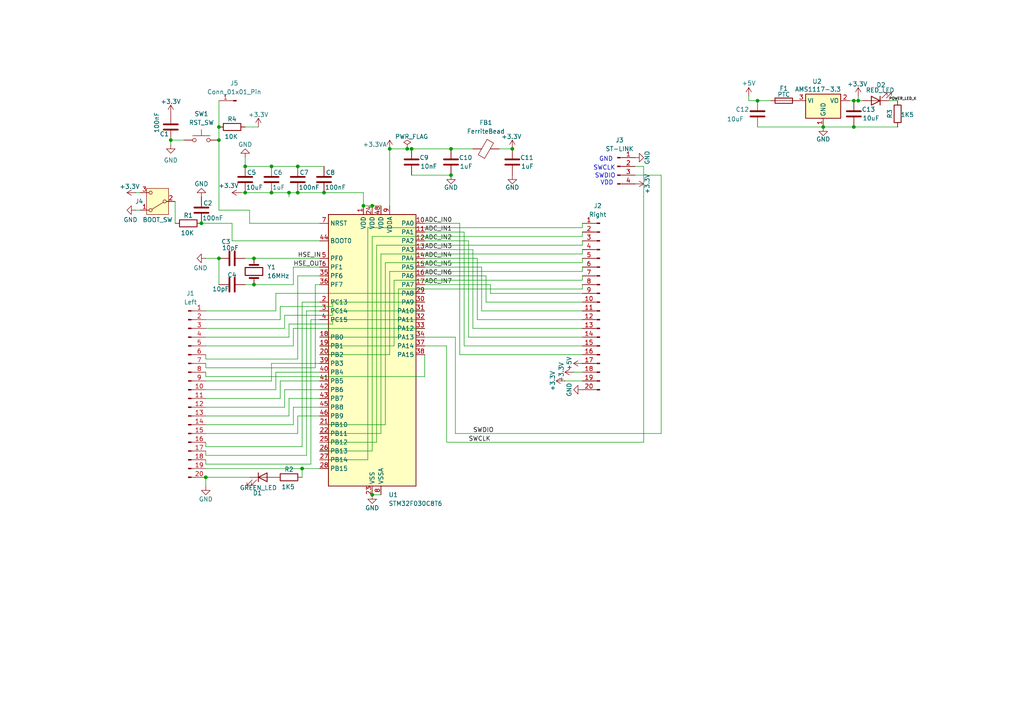
<source format=kicad_sch>
(kicad_sch
	(version 20250114)
	(generator "eeschema")
	(generator_version "9.0")
	(uuid "5cbcbf5b-b426-4478-b43b-9f976a253145")
	(paper "A4")
	(lib_symbols
		(symbol "Connector:Conn_01x01_Pin"
			(pin_names
				(offset 1.016)
				(hide yes)
			)
			(exclude_from_sim no)
			(in_bom yes)
			(on_board yes)
			(property "Reference" "J"
				(at 0 2.54 0)
				(effects
					(font
						(size 1.27 1.27)
					)
				)
			)
			(property "Value" "Conn_01x01_Pin"
				(at 0 -2.54 0)
				(effects
					(font
						(size 1.27 1.27)
					)
				)
			)
			(property "Footprint" ""
				(at 0 0 0)
				(effects
					(font
						(size 1.27 1.27)
					)
					(hide yes)
				)
			)
			(property "Datasheet" "~"
				(at 0 0 0)
				(effects
					(font
						(size 1.27 1.27)
					)
					(hide yes)
				)
			)
			(property "Description" "Generic connector, single row, 01x01, script generated"
				(at 0 0 0)
				(effects
					(font
						(size 1.27 1.27)
					)
					(hide yes)
				)
			)
			(property "ki_locked" ""
				(at 0 0 0)
				(effects
					(font
						(size 1.27 1.27)
					)
				)
			)
			(property "ki_keywords" "connector"
				(at 0 0 0)
				(effects
					(font
						(size 1.27 1.27)
					)
					(hide yes)
				)
			)
			(property "ki_fp_filters" "Connector*:*_1x??_*"
				(at 0 0 0)
				(effects
					(font
						(size 1.27 1.27)
					)
					(hide yes)
				)
			)
			(symbol "Conn_01x01_Pin_1_1"
				(rectangle
					(start 0.8636 0.127)
					(end 0 -0.127)
					(stroke
						(width 0.1524)
						(type default)
					)
					(fill
						(type outline)
					)
				)
				(polyline
					(pts
						(xy 1.27 0) (xy 0.8636 0)
					)
					(stroke
						(width 0.1524)
						(type default)
					)
					(fill
						(type none)
					)
				)
				(pin passive line
					(at 5.08 0 180)
					(length 3.81)
					(name "Pin_1"
						(effects
							(font
								(size 1.27 1.27)
							)
						)
					)
					(number "1"
						(effects
							(font
								(size 1.27 1.27)
							)
						)
					)
				)
			)
			(embedded_fonts no)
		)
		(symbol "Connector:Conn_01x04_Pin"
			(pin_names
				(offset 1.016)
				(hide yes)
			)
			(exclude_from_sim no)
			(in_bom yes)
			(on_board yes)
			(property "Reference" "J"
				(at 0 5.08 0)
				(effects
					(font
						(size 1.27 1.27)
					)
				)
			)
			(property "Value" "Conn_01x04_Pin"
				(at 0 -7.62 0)
				(effects
					(font
						(size 1.27 1.27)
					)
				)
			)
			(property "Footprint" ""
				(at 0 0 0)
				(effects
					(font
						(size 1.27 1.27)
					)
					(hide yes)
				)
			)
			(property "Datasheet" "~"
				(at 0 0 0)
				(effects
					(font
						(size 1.27 1.27)
					)
					(hide yes)
				)
			)
			(property "Description" "Generic connector, single row, 01x04, script generated"
				(at 0 0 0)
				(effects
					(font
						(size 1.27 1.27)
					)
					(hide yes)
				)
			)
			(property "ki_locked" ""
				(at 0 0 0)
				(effects
					(font
						(size 1.27 1.27)
					)
				)
			)
			(property "ki_keywords" "connector"
				(at 0 0 0)
				(effects
					(font
						(size 1.27 1.27)
					)
					(hide yes)
				)
			)
			(property "ki_fp_filters" "Connector*:*_1x??_*"
				(at 0 0 0)
				(effects
					(font
						(size 1.27 1.27)
					)
					(hide yes)
				)
			)
			(symbol "Conn_01x04_Pin_1_1"
				(rectangle
					(start 0.8636 2.667)
					(end 0 2.413)
					(stroke
						(width 0.1524)
						(type default)
					)
					(fill
						(type outline)
					)
				)
				(rectangle
					(start 0.8636 0.127)
					(end 0 -0.127)
					(stroke
						(width 0.1524)
						(type default)
					)
					(fill
						(type outline)
					)
				)
				(rectangle
					(start 0.8636 -2.413)
					(end 0 -2.667)
					(stroke
						(width 0.1524)
						(type default)
					)
					(fill
						(type outline)
					)
				)
				(rectangle
					(start 0.8636 -4.953)
					(end 0 -5.207)
					(stroke
						(width 0.1524)
						(type default)
					)
					(fill
						(type outline)
					)
				)
				(polyline
					(pts
						(xy 1.27 2.54) (xy 0.8636 2.54)
					)
					(stroke
						(width 0.1524)
						(type default)
					)
					(fill
						(type none)
					)
				)
				(polyline
					(pts
						(xy 1.27 0) (xy 0.8636 0)
					)
					(stroke
						(width 0.1524)
						(type default)
					)
					(fill
						(type none)
					)
				)
				(polyline
					(pts
						(xy 1.27 -2.54) (xy 0.8636 -2.54)
					)
					(stroke
						(width 0.1524)
						(type default)
					)
					(fill
						(type none)
					)
				)
				(polyline
					(pts
						(xy 1.27 -5.08) (xy 0.8636 -5.08)
					)
					(stroke
						(width 0.1524)
						(type default)
					)
					(fill
						(type none)
					)
				)
				(pin passive line
					(at 5.08 2.54 180)
					(length 3.81)
					(name "Pin_1"
						(effects
							(font
								(size 1.27 1.27)
							)
						)
					)
					(number "1"
						(effects
							(font
								(size 1.27 1.27)
							)
						)
					)
				)
				(pin passive line
					(at 5.08 0 180)
					(length 3.81)
					(name "Pin_2"
						(effects
							(font
								(size 1.27 1.27)
							)
						)
					)
					(number "2"
						(effects
							(font
								(size 1.27 1.27)
							)
						)
					)
				)
				(pin passive line
					(at 5.08 -2.54 180)
					(length 3.81)
					(name "Pin_3"
						(effects
							(font
								(size 1.27 1.27)
							)
						)
					)
					(number "3"
						(effects
							(font
								(size 1.27 1.27)
							)
						)
					)
				)
				(pin passive line
					(at 5.08 -5.08 180)
					(length 3.81)
					(name "Pin_4"
						(effects
							(font
								(size 1.27 1.27)
							)
						)
					)
					(number "4"
						(effects
							(font
								(size 1.27 1.27)
							)
						)
					)
				)
			)
			(embedded_fonts no)
		)
		(symbol "Connector:Conn_01x20_Pin"
			(pin_names
				(offset 1.016)
				(hide yes)
			)
			(exclude_from_sim no)
			(in_bom yes)
			(on_board yes)
			(property "Reference" "J"
				(at 0 25.4 0)
				(effects
					(font
						(size 1.27 1.27)
					)
				)
			)
			(property "Value" "Conn_01x20_Pin"
				(at 0 -27.94 0)
				(effects
					(font
						(size 1.27 1.27)
					)
				)
			)
			(property "Footprint" ""
				(at 0 0 0)
				(effects
					(font
						(size 1.27 1.27)
					)
					(hide yes)
				)
			)
			(property "Datasheet" "~"
				(at 0 0 0)
				(effects
					(font
						(size 1.27 1.27)
					)
					(hide yes)
				)
			)
			(property "Description" "Generic connector, single row, 01x20, script generated"
				(at 0 0 0)
				(effects
					(font
						(size 1.27 1.27)
					)
					(hide yes)
				)
			)
			(property "ki_locked" ""
				(at 0 0 0)
				(effects
					(font
						(size 1.27 1.27)
					)
				)
			)
			(property "ki_keywords" "connector"
				(at 0 0 0)
				(effects
					(font
						(size 1.27 1.27)
					)
					(hide yes)
				)
			)
			(property "ki_fp_filters" "Connector*:*_1x??_*"
				(at 0 0 0)
				(effects
					(font
						(size 1.27 1.27)
					)
					(hide yes)
				)
			)
			(symbol "Conn_01x20_Pin_1_1"
				(rectangle
					(start 0.8636 22.987)
					(end 0 22.733)
					(stroke
						(width 0.1524)
						(type default)
					)
					(fill
						(type outline)
					)
				)
				(rectangle
					(start 0.8636 20.447)
					(end 0 20.193)
					(stroke
						(width 0.1524)
						(type default)
					)
					(fill
						(type outline)
					)
				)
				(rectangle
					(start 0.8636 17.907)
					(end 0 17.653)
					(stroke
						(width 0.1524)
						(type default)
					)
					(fill
						(type outline)
					)
				)
				(rectangle
					(start 0.8636 15.367)
					(end 0 15.113)
					(stroke
						(width 0.1524)
						(type default)
					)
					(fill
						(type outline)
					)
				)
				(rectangle
					(start 0.8636 12.827)
					(end 0 12.573)
					(stroke
						(width 0.1524)
						(type default)
					)
					(fill
						(type outline)
					)
				)
				(rectangle
					(start 0.8636 10.287)
					(end 0 10.033)
					(stroke
						(width 0.1524)
						(type default)
					)
					(fill
						(type outline)
					)
				)
				(rectangle
					(start 0.8636 7.747)
					(end 0 7.493)
					(stroke
						(width 0.1524)
						(type default)
					)
					(fill
						(type outline)
					)
				)
				(rectangle
					(start 0.8636 5.207)
					(end 0 4.953)
					(stroke
						(width 0.1524)
						(type default)
					)
					(fill
						(type outline)
					)
				)
				(rectangle
					(start 0.8636 2.667)
					(end 0 2.413)
					(stroke
						(width 0.1524)
						(type default)
					)
					(fill
						(type outline)
					)
				)
				(rectangle
					(start 0.8636 0.127)
					(end 0 -0.127)
					(stroke
						(width 0.1524)
						(type default)
					)
					(fill
						(type outline)
					)
				)
				(rectangle
					(start 0.8636 -2.413)
					(end 0 -2.667)
					(stroke
						(width 0.1524)
						(type default)
					)
					(fill
						(type outline)
					)
				)
				(rectangle
					(start 0.8636 -4.953)
					(end 0 -5.207)
					(stroke
						(width 0.1524)
						(type default)
					)
					(fill
						(type outline)
					)
				)
				(rectangle
					(start 0.8636 -7.493)
					(end 0 -7.747)
					(stroke
						(width 0.1524)
						(type default)
					)
					(fill
						(type outline)
					)
				)
				(rectangle
					(start 0.8636 -10.033)
					(end 0 -10.287)
					(stroke
						(width 0.1524)
						(type default)
					)
					(fill
						(type outline)
					)
				)
				(rectangle
					(start 0.8636 -12.573)
					(end 0 -12.827)
					(stroke
						(width 0.1524)
						(type default)
					)
					(fill
						(type outline)
					)
				)
				(rectangle
					(start 0.8636 -15.113)
					(end 0 -15.367)
					(stroke
						(width 0.1524)
						(type default)
					)
					(fill
						(type outline)
					)
				)
				(rectangle
					(start 0.8636 -17.653)
					(end 0 -17.907)
					(stroke
						(width 0.1524)
						(type default)
					)
					(fill
						(type outline)
					)
				)
				(rectangle
					(start 0.8636 -20.193)
					(end 0 -20.447)
					(stroke
						(width 0.1524)
						(type default)
					)
					(fill
						(type outline)
					)
				)
				(rectangle
					(start 0.8636 -22.733)
					(end 0 -22.987)
					(stroke
						(width 0.1524)
						(type default)
					)
					(fill
						(type outline)
					)
				)
				(rectangle
					(start 0.8636 -25.273)
					(end 0 -25.527)
					(stroke
						(width 0.1524)
						(type default)
					)
					(fill
						(type outline)
					)
				)
				(polyline
					(pts
						(xy 1.27 22.86) (xy 0.8636 22.86)
					)
					(stroke
						(width 0.1524)
						(type default)
					)
					(fill
						(type none)
					)
				)
				(polyline
					(pts
						(xy 1.27 20.32) (xy 0.8636 20.32)
					)
					(stroke
						(width 0.1524)
						(type default)
					)
					(fill
						(type none)
					)
				)
				(polyline
					(pts
						(xy 1.27 17.78) (xy 0.8636 17.78)
					)
					(stroke
						(width 0.1524)
						(type default)
					)
					(fill
						(type none)
					)
				)
				(polyline
					(pts
						(xy 1.27 15.24) (xy 0.8636 15.24)
					)
					(stroke
						(width 0.1524)
						(type default)
					)
					(fill
						(type none)
					)
				)
				(polyline
					(pts
						(xy 1.27 12.7) (xy 0.8636 12.7)
					)
					(stroke
						(width 0.1524)
						(type default)
					)
					(fill
						(type none)
					)
				)
				(polyline
					(pts
						(xy 1.27 10.16) (xy 0.8636 10.16)
					)
					(stroke
						(width 0.1524)
						(type default)
					)
					(fill
						(type none)
					)
				)
				(polyline
					(pts
						(xy 1.27 7.62) (xy 0.8636 7.62)
					)
					(stroke
						(width 0.1524)
						(type default)
					)
					(fill
						(type none)
					)
				)
				(polyline
					(pts
						(xy 1.27 5.08) (xy 0.8636 5.08)
					)
					(stroke
						(width 0.1524)
						(type default)
					)
					(fill
						(type none)
					)
				)
				(polyline
					(pts
						(xy 1.27 2.54) (xy 0.8636 2.54)
					)
					(stroke
						(width 0.1524)
						(type default)
					)
					(fill
						(type none)
					)
				)
				(polyline
					(pts
						(xy 1.27 0) (xy 0.8636 0)
					)
					(stroke
						(width 0.1524)
						(type default)
					)
					(fill
						(type none)
					)
				)
				(polyline
					(pts
						(xy 1.27 -2.54) (xy 0.8636 -2.54)
					)
					(stroke
						(width 0.1524)
						(type default)
					)
					(fill
						(type none)
					)
				)
				(polyline
					(pts
						(xy 1.27 -5.08) (xy 0.8636 -5.08)
					)
					(stroke
						(width 0.1524)
						(type default)
					)
					(fill
						(type none)
					)
				)
				(polyline
					(pts
						(xy 1.27 -7.62) (xy 0.8636 -7.62)
					)
					(stroke
						(width 0.1524)
						(type default)
					)
					(fill
						(type none)
					)
				)
				(polyline
					(pts
						(xy 1.27 -10.16) (xy 0.8636 -10.16)
					)
					(stroke
						(width 0.1524)
						(type default)
					)
					(fill
						(type none)
					)
				)
				(polyline
					(pts
						(xy 1.27 -12.7) (xy 0.8636 -12.7)
					)
					(stroke
						(width 0.1524)
						(type default)
					)
					(fill
						(type none)
					)
				)
				(polyline
					(pts
						(xy 1.27 -15.24) (xy 0.8636 -15.24)
					)
					(stroke
						(width 0.1524)
						(type default)
					)
					(fill
						(type none)
					)
				)
				(polyline
					(pts
						(xy 1.27 -17.78) (xy 0.8636 -17.78)
					)
					(stroke
						(width 0.1524)
						(type default)
					)
					(fill
						(type none)
					)
				)
				(polyline
					(pts
						(xy 1.27 -20.32) (xy 0.8636 -20.32)
					)
					(stroke
						(width 0.1524)
						(type default)
					)
					(fill
						(type none)
					)
				)
				(polyline
					(pts
						(xy 1.27 -22.86) (xy 0.8636 -22.86)
					)
					(stroke
						(width 0.1524)
						(type default)
					)
					(fill
						(type none)
					)
				)
				(polyline
					(pts
						(xy 1.27 -25.4) (xy 0.8636 -25.4)
					)
					(stroke
						(width 0.1524)
						(type default)
					)
					(fill
						(type none)
					)
				)
				(pin passive line
					(at 5.08 22.86 180)
					(length 3.81)
					(name "Pin_1"
						(effects
							(font
								(size 1.27 1.27)
							)
						)
					)
					(number "1"
						(effects
							(font
								(size 1.27 1.27)
							)
						)
					)
				)
				(pin passive line
					(at 5.08 20.32 180)
					(length 3.81)
					(name "Pin_2"
						(effects
							(font
								(size 1.27 1.27)
							)
						)
					)
					(number "2"
						(effects
							(font
								(size 1.27 1.27)
							)
						)
					)
				)
				(pin passive line
					(at 5.08 17.78 180)
					(length 3.81)
					(name "Pin_3"
						(effects
							(font
								(size 1.27 1.27)
							)
						)
					)
					(number "3"
						(effects
							(font
								(size 1.27 1.27)
							)
						)
					)
				)
				(pin passive line
					(at 5.08 15.24 180)
					(length 3.81)
					(name "Pin_4"
						(effects
							(font
								(size 1.27 1.27)
							)
						)
					)
					(number "4"
						(effects
							(font
								(size 1.27 1.27)
							)
						)
					)
				)
				(pin passive line
					(at 5.08 12.7 180)
					(length 3.81)
					(name "Pin_5"
						(effects
							(font
								(size 1.27 1.27)
							)
						)
					)
					(number "5"
						(effects
							(font
								(size 1.27 1.27)
							)
						)
					)
				)
				(pin passive line
					(at 5.08 10.16 180)
					(length 3.81)
					(name "Pin_6"
						(effects
							(font
								(size 1.27 1.27)
							)
						)
					)
					(number "6"
						(effects
							(font
								(size 1.27 1.27)
							)
						)
					)
				)
				(pin passive line
					(at 5.08 7.62 180)
					(length 3.81)
					(name "Pin_7"
						(effects
							(font
								(size 1.27 1.27)
							)
						)
					)
					(number "7"
						(effects
							(font
								(size 1.27 1.27)
							)
						)
					)
				)
				(pin passive line
					(at 5.08 5.08 180)
					(length 3.81)
					(name "Pin_8"
						(effects
							(font
								(size 1.27 1.27)
							)
						)
					)
					(number "8"
						(effects
							(font
								(size 1.27 1.27)
							)
						)
					)
				)
				(pin passive line
					(at 5.08 2.54 180)
					(length 3.81)
					(name "Pin_9"
						(effects
							(font
								(size 1.27 1.27)
							)
						)
					)
					(number "9"
						(effects
							(font
								(size 1.27 1.27)
							)
						)
					)
				)
				(pin passive line
					(at 5.08 0 180)
					(length 3.81)
					(name "Pin_10"
						(effects
							(font
								(size 1.27 1.27)
							)
						)
					)
					(number "10"
						(effects
							(font
								(size 1.27 1.27)
							)
						)
					)
				)
				(pin passive line
					(at 5.08 -2.54 180)
					(length 3.81)
					(name "Pin_11"
						(effects
							(font
								(size 1.27 1.27)
							)
						)
					)
					(number "11"
						(effects
							(font
								(size 1.27 1.27)
							)
						)
					)
				)
				(pin passive line
					(at 5.08 -5.08 180)
					(length 3.81)
					(name "Pin_12"
						(effects
							(font
								(size 1.27 1.27)
							)
						)
					)
					(number "12"
						(effects
							(font
								(size 1.27 1.27)
							)
						)
					)
				)
				(pin passive line
					(at 5.08 -7.62 180)
					(length 3.81)
					(name "Pin_13"
						(effects
							(font
								(size 1.27 1.27)
							)
						)
					)
					(number "13"
						(effects
							(font
								(size 1.27 1.27)
							)
						)
					)
				)
				(pin passive line
					(at 5.08 -10.16 180)
					(length 3.81)
					(name "Pin_14"
						(effects
							(font
								(size 1.27 1.27)
							)
						)
					)
					(number "14"
						(effects
							(font
								(size 1.27 1.27)
							)
						)
					)
				)
				(pin passive line
					(at 5.08 -12.7 180)
					(length 3.81)
					(name "Pin_15"
						(effects
							(font
								(size 1.27 1.27)
							)
						)
					)
					(number "15"
						(effects
							(font
								(size 1.27 1.27)
							)
						)
					)
				)
				(pin passive line
					(at 5.08 -15.24 180)
					(length 3.81)
					(name "Pin_16"
						(effects
							(font
								(size 1.27 1.27)
							)
						)
					)
					(number "16"
						(effects
							(font
								(size 1.27 1.27)
							)
						)
					)
				)
				(pin passive line
					(at 5.08 -17.78 180)
					(length 3.81)
					(name "Pin_17"
						(effects
							(font
								(size 1.27 1.27)
							)
						)
					)
					(number "17"
						(effects
							(font
								(size 1.27 1.27)
							)
						)
					)
				)
				(pin passive line
					(at 5.08 -20.32 180)
					(length 3.81)
					(name "Pin_18"
						(effects
							(font
								(size 1.27 1.27)
							)
						)
					)
					(number "18"
						(effects
							(font
								(size 1.27 1.27)
							)
						)
					)
				)
				(pin passive line
					(at 5.08 -22.86 180)
					(length 3.81)
					(name "Pin_19"
						(effects
							(font
								(size 1.27 1.27)
							)
						)
					)
					(number "19"
						(effects
							(font
								(size 1.27 1.27)
							)
						)
					)
				)
				(pin passive line
					(at 5.08 -25.4 180)
					(length 3.81)
					(name "Pin_20"
						(effects
							(font
								(size 1.27 1.27)
							)
						)
					)
					(number "20"
						(effects
							(font
								(size 1.27 1.27)
							)
						)
					)
				)
			)
			(embedded_fonts no)
		)
		(symbol "Device:C"
			(pin_numbers
				(hide yes)
			)
			(pin_names
				(offset 0.254)
			)
			(exclude_from_sim no)
			(in_bom yes)
			(on_board yes)
			(property "Reference" "C"
				(at 0.635 2.54 0)
				(effects
					(font
						(size 1.27 1.27)
					)
					(justify left)
				)
			)
			(property "Value" "C"
				(at 0.635 -2.54 0)
				(effects
					(font
						(size 1.27 1.27)
					)
					(justify left)
				)
			)
			(property "Footprint" ""
				(at 0.9652 -3.81 0)
				(effects
					(font
						(size 1.27 1.27)
					)
					(hide yes)
				)
			)
			(property "Datasheet" "~"
				(at 0 0 0)
				(effects
					(font
						(size 1.27 1.27)
					)
					(hide yes)
				)
			)
			(property "Description" "Unpolarized capacitor"
				(at 0 0 0)
				(effects
					(font
						(size 1.27 1.27)
					)
					(hide yes)
				)
			)
			(property "ki_keywords" "cap capacitor"
				(at 0 0 0)
				(effects
					(font
						(size 1.27 1.27)
					)
					(hide yes)
				)
			)
			(property "ki_fp_filters" "C_*"
				(at 0 0 0)
				(effects
					(font
						(size 1.27 1.27)
					)
					(hide yes)
				)
			)
			(symbol "C_0_1"
				(polyline
					(pts
						(xy -2.032 0.762) (xy 2.032 0.762)
					)
					(stroke
						(width 0.508)
						(type default)
					)
					(fill
						(type none)
					)
				)
				(polyline
					(pts
						(xy -2.032 -0.762) (xy 2.032 -0.762)
					)
					(stroke
						(width 0.508)
						(type default)
					)
					(fill
						(type none)
					)
				)
			)
			(symbol "C_1_1"
				(pin passive line
					(at 0 3.81 270)
					(length 2.794)
					(name "~"
						(effects
							(font
								(size 1.27 1.27)
							)
						)
					)
					(number "1"
						(effects
							(font
								(size 1.27 1.27)
							)
						)
					)
				)
				(pin passive line
					(at 0 -3.81 90)
					(length 2.794)
					(name "~"
						(effects
							(font
								(size 1.27 1.27)
							)
						)
					)
					(number "2"
						(effects
							(font
								(size 1.27 1.27)
							)
						)
					)
				)
			)
			(embedded_fonts no)
		)
		(symbol "Device:Crystal"
			(pin_numbers
				(hide yes)
			)
			(pin_names
				(offset 1.016)
				(hide yes)
			)
			(exclude_from_sim no)
			(in_bom yes)
			(on_board yes)
			(property "Reference" "Y"
				(at 0 3.81 0)
				(effects
					(font
						(size 1.27 1.27)
					)
				)
			)
			(property "Value" "Crystal"
				(at 0 -3.81 0)
				(effects
					(font
						(size 1.27 1.27)
					)
				)
			)
			(property "Footprint" ""
				(at 0 0 0)
				(effects
					(font
						(size 1.27 1.27)
					)
					(hide yes)
				)
			)
			(property "Datasheet" "~"
				(at 0 0 0)
				(effects
					(font
						(size 1.27 1.27)
					)
					(hide yes)
				)
			)
			(property "Description" "Two pin crystal"
				(at 0 0 0)
				(effects
					(font
						(size 1.27 1.27)
					)
					(hide yes)
				)
			)
			(property "ki_keywords" "quartz ceramic resonator oscillator"
				(at 0 0 0)
				(effects
					(font
						(size 1.27 1.27)
					)
					(hide yes)
				)
			)
			(property "ki_fp_filters" "Crystal*"
				(at 0 0 0)
				(effects
					(font
						(size 1.27 1.27)
					)
					(hide yes)
				)
			)
			(symbol "Crystal_0_1"
				(polyline
					(pts
						(xy -2.54 0) (xy -1.905 0)
					)
					(stroke
						(width 0)
						(type default)
					)
					(fill
						(type none)
					)
				)
				(polyline
					(pts
						(xy -1.905 -1.27) (xy -1.905 1.27)
					)
					(stroke
						(width 0.508)
						(type default)
					)
					(fill
						(type none)
					)
				)
				(rectangle
					(start -1.143 2.54)
					(end 1.143 -2.54)
					(stroke
						(width 0.3048)
						(type default)
					)
					(fill
						(type none)
					)
				)
				(polyline
					(pts
						(xy 1.905 -1.27) (xy 1.905 1.27)
					)
					(stroke
						(width 0.508)
						(type default)
					)
					(fill
						(type none)
					)
				)
				(polyline
					(pts
						(xy 2.54 0) (xy 1.905 0)
					)
					(stroke
						(width 0)
						(type default)
					)
					(fill
						(type none)
					)
				)
			)
			(symbol "Crystal_1_1"
				(pin passive line
					(at -3.81 0 0)
					(length 1.27)
					(name "1"
						(effects
							(font
								(size 1.27 1.27)
							)
						)
					)
					(number "1"
						(effects
							(font
								(size 1.27 1.27)
							)
						)
					)
				)
				(pin passive line
					(at 3.81 0 180)
					(length 1.27)
					(name "2"
						(effects
							(font
								(size 1.27 1.27)
							)
						)
					)
					(number "2"
						(effects
							(font
								(size 1.27 1.27)
							)
						)
					)
				)
			)
			(embedded_fonts no)
		)
		(symbol "Device:FerriteBead"
			(pin_numbers
				(hide yes)
			)
			(pin_names
				(offset 0)
			)
			(exclude_from_sim no)
			(in_bom yes)
			(on_board yes)
			(property "Reference" "FB"
				(at -3.81 0.635 90)
				(effects
					(font
						(size 1.27 1.27)
					)
				)
			)
			(property "Value" "FerriteBead"
				(at 3.81 0 90)
				(effects
					(font
						(size 1.27 1.27)
					)
				)
			)
			(property "Footprint" ""
				(at -1.778 0 90)
				(effects
					(font
						(size 1.27 1.27)
					)
					(hide yes)
				)
			)
			(property "Datasheet" "~"
				(at 0 0 0)
				(effects
					(font
						(size 1.27 1.27)
					)
					(hide yes)
				)
			)
			(property "Description" "Ferrite bead"
				(at 0 0 0)
				(effects
					(font
						(size 1.27 1.27)
					)
					(hide yes)
				)
			)
			(property "ki_keywords" "L ferrite bead inductor filter"
				(at 0 0 0)
				(effects
					(font
						(size 1.27 1.27)
					)
					(hide yes)
				)
			)
			(property "ki_fp_filters" "Inductor_* L_* *Ferrite*"
				(at 0 0 0)
				(effects
					(font
						(size 1.27 1.27)
					)
					(hide yes)
				)
			)
			(symbol "FerriteBead_0_1"
				(polyline
					(pts
						(xy -2.7686 0.4064) (xy -1.7018 2.2606) (xy 2.7686 -0.3048) (xy 1.6764 -2.159) (xy -2.7686 0.4064)
					)
					(stroke
						(width 0)
						(type default)
					)
					(fill
						(type none)
					)
				)
				(polyline
					(pts
						(xy 0 1.27) (xy 0 1.2954)
					)
					(stroke
						(width 0)
						(type default)
					)
					(fill
						(type none)
					)
				)
				(polyline
					(pts
						(xy 0 -1.27) (xy 0 -1.2192)
					)
					(stroke
						(width 0)
						(type default)
					)
					(fill
						(type none)
					)
				)
			)
			(symbol "FerriteBead_1_1"
				(pin passive line
					(at 0 3.81 270)
					(length 2.54)
					(name "~"
						(effects
							(font
								(size 1.27 1.27)
							)
						)
					)
					(number "1"
						(effects
							(font
								(size 1.27 1.27)
							)
						)
					)
				)
				(pin passive line
					(at 0 -3.81 90)
					(length 2.54)
					(name "~"
						(effects
							(font
								(size 1.27 1.27)
							)
						)
					)
					(number "2"
						(effects
							(font
								(size 1.27 1.27)
							)
						)
					)
				)
			)
			(embedded_fonts no)
		)
		(symbol "Device:Fuse"
			(pin_numbers
				(hide yes)
			)
			(pin_names
				(offset 0)
			)
			(exclude_from_sim no)
			(in_bom yes)
			(on_board yes)
			(property "Reference" "F"
				(at 2.032 0 90)
				(effects
					(font
						(size 1.27 1.27)
					)
				)
			)
			(property "Value" "Fuse"
				(at -1.905 0 90)
				(effects
					(font
						(size 1.27 1.27)
					)
				)
			)
			(property "Footprint" ""
				(at -1.778 0 90)
				(effects
					(font
						(size 1.27 1.27)
					)
					(hide yes)
				)
			)
			(property "Datasheet" "~"
				(at 0 0 0)
				(effects
					(font
						(size 1.27 1.27)
					)
					(hide yes)
				)
			)
			(property "Description" "Fuse"
				(at 0 0 0)
				(effects
					(font
						(size 1.27 1.27)
					)
					(hide yes)
				)
			)
			(property "ki_keywords" "fuse"
				(at 0 0 0)
				(effects
					(font
						(size 1.27 1.27)
					)
					(hide yes)
				)
			)
			(property "ki_fp_filters" "*Fuse*"
				(at 0 0 0)
				(effects
					(font
						(size 1.27 1.27)
					)
					(hide yes)
				)
			)
			(symbol "Fuse_0_1"
				(rectangle
					(start -0.762 -2.54)
					(end 0.762 2.54)
					(stroke
						(width 0.254)
						(type default)
					)
					(fill
						(type none)
					)
				)
				(polyline
					(pts
						(xy 0 2.54) (xy 0 -2.54)
					)
					(stroke
						(width 0)
						(type default)
					)
					(fill
						(type none)
					)
				)
			)
			(symbol "Fuse_1_1"
				(pin passive line
					(at 0 3.81 270)
					(length 1.27)
					(name "~"
						(effects
							(font
								(size 1.27 1.27)
							)
						)
					)
					(number "1"
						(effects
							(font
								(size 1.27 1.27)
							)
						)
					)
				)
				(pin passive line
					(at 0 -3.81 90)
					(length 1.27)
					(name "~"
						(effects
							(font
								(size 1.27 1.27)
							)
						)
					)
					(number "2"
						(effects
							(font
								(size 1.27 1.27)
							)
						)
					)
				)
			)
			(embedded_fonts no)
		)
		(symbol "Device:LED"
			(pin_numbers
				(hide yes)
			)
			(pin_names
				(offset 1.016)
				(hide yes)
			)
			(exclude_from_sim no)
			(in_bom yes)
			(on_board yes)
			(property "Reference" "D"
				(at 0 2.54 0)
				(effects
					(font
						(size 1.27 1.27)
					)
				)
			)
			(property "Value" "LED"
				(at 0 -2.54 0)
				(effects
					(font
						(size 1.27 1.27)
					)
				)
			)
			(property "Footprint" ""
				(at 0 0 0)
				(effects
					(font
						(size 1.27 1.27)
					)
					(hide yes)
				)
			)
			(property "Datasheet" "~"
				(at 0 0 0)
				(effects
					(font
						(size 1.27 1.27)
					)
					(hide yes)
				)
			)
			(property "Description" "Light emitting diode"
				(at 0 0 0)
				(effects
					(font
						(size 1.27 1.27)
					)
					(hide yes)
				)
			)
			(property "ki_keywords" "LED diode"
				(at 0 0 0)
				(effects
					(font
						(size 1.27 1.27)
					)
					(hide yes)
				)
			)
			(property "ki_fp_filters" "LED* LED_SMD:* LED_THT:*"
				(at 0 0 0)
				(effects
					(font
						(size 1.27 1.27)
					)
					(hide yes)
				)
			)
			(symbol "LED_0_1"
				(polyline
					(pts
						(xy -3.048 -0.762) (xy -4.572 -2.286) (xy -3.81 -2.286) (xy -4.572 -2.286) (xy -4.572 -1.524)
					)
					(stroke
						(width 0)
						(type default)
					)
					(fill
						(type none)
					)
				)
				(polyline
					(pts
						(xy -1.778 -0.762) (xy -3.302 -2.286) (xy -2.54 -2.286) (xy -3.302 -2.286) (xy -3.302 -1.524)
					)
					(stroke
						(width 0)
						(type default)
					)
					(fill
						(type none)
					)
				)
				(polyline
					(pts
						(xy -1.27 0) (xy 1.27 0)
					)
					(stroke
						(width 0)
						(type default)
					)
					(fill
						(type none)
					)
				)
				(polyline
					(pts
						(xy -1.27 -1.27) (xy -1.27 1.27)
					)
					(stroke
						(width 0.254)
						(type default)
					)
					(fill
						(type none)
					)
				)
				(polyline
					(pts
						(xy 1.27 -1.27) (xy 1.27 1.27) (xy -1.27 0) (xy 1.27 -1.27)
					)
					(stroke
						(width 0.254)
						(type default)
					)
					(fill
						(type none)
					)
				)
			)
			(symbol "LED_1_1"
				(pin passive line
					(at -3.81 0 0)
					(length 2.54)
					(name "K"
						(effects
							(font
								(size 1.27 1.27)
							)
						)
					)
					(number "1"
						(effects
							(font
								(size 1.27 1.27)
							)
						)
					)
				)
				(pin passive line
					(at 3.81 0 180)
					(length 2.54)
					(name "A"
						(effects
							(font
								(size 1.27 1.27)
							)
						)
					)
					(number "2"
						(effects
							(font
								(size 1.27 1.27)
							)
						)
					)
				)
			)
			(embedded_fonts no)
		)
		(symbol "Device:R"
			(pin_numbers
				(hide yes)
			)
			(pin_names
				(offset 0)
			)
			(exclude_from_sim no)
			(in_bom yes)
			(on_board yes)
			(property "Reference" "R"
				(at 2.032 0 90)
				(effects
					(font
						(size 1.27 1.27)
					)
				)
			)
			(property "Value" "R"
				(at 0 0 90)
				(effects
					(font
						(size 1.27 1.27)
					)
				)
			)
			(property "Footprint" ""
				(at -1.778 0 90)
				(effects
					(font
						(size 1.27 1.27)
					)
					(hide yes)
				)
			)
			(property "Datasheet" "~"
				(at 0 0 0)
				(effects
					(font
						(size 1.27 1.27)
					)
					(hide yes)
				)
			)
			(property "Description" "Resistor"
				(at 0 0 0)
				(effects
					(font
						(size 1.27 1.27)
					)
					(hide yes)
				)
			)
			(property "ki_keywords" "R res resistor"
				(at 0 0 0)
				(effects
					(font
						(size 1.27 1.27)
					)
					(hide yes)
				)
			)
			(property "ki_fp_filters" "R_*"
				(at 0 0 0)
				(effects
					(font
						(size 1.27 1.27)
					)
					(hide yes)
				)
			)
			(symbol "R_0_1"
				(rectangle
					(start -1.016 -2.54)
					(end 1.016 2.54)
					(stroke
						(width 0.254)
						(type default)
					)
					(fill
						(type none)
					)
				)
			)
			(symbol "R_1_1"
				(pin passive line
					(at 0 3.81 270)
					(length 1.27)
					(name "~"
						(effects
							(font
								(size 1.27 1.27)
							)
						)
					)
					(number "1"
						(effects
							(font
								(size 1.27 1.27)
							)
						)
					)
				)
				(pin passive line
					(at 0 -3.81 90)
					(length 1.27)
					(name "~"
						(effects
							(font
								(size 1.27 1.27)
							)
						)
					)
					(number "2"
						(effects
							(font
								(size 1.27 1.27)
							)
						)
					)
				)
			)
			(embedded_fonts no)
		)
		(symbol "MCU_ST_STM32F0:STM32F030C8Tx"
			(exclude_from_sim no)
			(in_bom yes)
			(on_board yes)
			(property "Reference" "U"
				(at -12.7 41.91 0)
				(effects
					(font
						(size 1.27 1.27)
					)
					(justify left)
				)
			)
			(property "Value" "STM32F030C8Tx"
				(at 7.62 41.91 0)
				(effects
					(font
						(size 1.27 1.27)
					)
					(justify left)
				)
			)
			(property "Footprint" "Package_QFP:LQFP-48_7x7mm_P0.5mm"
				(at -12.7 -38.1 0)
				(effects
					(font
						(size 1.27 1.27)
					)
					(justify right)
					(hide yes)
				)
			)
			(property "Datasheet" "https://www.st.com/resource/en/datasheet/stm32f030c8.pdf"
				(at 0 0 0)
				(effects
					(font
						(size 1.27 1.27)
					)
					(hide yes)
				)
			)
			(property "Description" "STMicroelectronics Arm Cortex-M0 MCU, 64KB flash, 8KB RAM, 48 MHz, 2.4-3.6V, 39 GPIO, LQFP48"
				(at 0 0 0)
				(effects
					(font
						(size 1.27 1.27)
					)
					(hide yes)
				)
			)
			(property "ki_locked" ""
				(at 0 0 0)
				(effects
					(font
						(size 1.27 1.27)
					)
				)
			)
			(property "ki_keywords" "Arm Cortex-M0 STM32F0 STM32F0x0 Value Line"
				(at 0 0 0)
				(effects
					(font
						(size 1.27 1.27)
					)
					(hide yes)
				)
			)
			(property "ki_fp_filters" "LQFP*7x7mm*P0.5mm*"
				(at 0 0 0)
				(effects
					(font
						(size 1.27 1.27)
					)
					(hide yes)
				)
			)
			(symbol "STM32F030C8Tx_0_1"
				(rectangle
					(start -12.7 -38.1)
					(end 12.7 40.64)
					(stroke
						(width 0.254)
						(type default)
					)
					(fill
						(type background)
					)
				)
			)
			(symbol "STM32F030C8Tx_1_1"
				(pin input line
					(at -15.24 38.1 0)
					(length 2.54)
					(name "NRST"
						(effects
							(font
								(size 1.27 1.27)
							)
						)
					)
					(number "7"
						(effects
							(font
								(size 1.27 1.27)
							)
						)
					)
				)
				(pin input line
					(at -15.24 33.02 0)
					(length 2.54)
					(name "BOOT0"
						(effects
							(font
								(size 1.27 1.27)
							)
						)
					)
					(number "44"
						(effects
							(font
								(size 1.27 1.27)
							)
						)
					)
				)
				(pin bidirectional line
					(at -15.24 27.94 0)
					(length 2.54)
					(name "PF0"
						(effects
							(font
								(size 1.27 1.27)
							)
						)
					)
					(number "5"
						(effects
							(font
								(size 1.27 1.27)
							)
						)
					)
					(alternate "RCC_OSC_IN" bidirectional line)
				)
				(pin bidirectional line
					(at -15.24 25.4 0)
					(length 2.54)
					(name "PF1"
						(effects
							(font
								(size 1.27 1.27)
							)
						)
					)
					(number "6"
						(effects
							(font
								(size 1.27 1.27)
							)
						)
					)
					(alternate "RCC_OSC_OUT" bidirectional line)
				)
				(pin bidirectional line
					(at -15.24 22.86 0)
					(length 2.54)
					(name "PF6"
						(effects
							(font
								(size 1.27 1.27)
							)
						)
					)
					(number "35"
						(effects
							(font
								(size 1.27 1.27)
							)
						)
					)
					(alternate "I2C2_SCL" bidirectional line)
				)
				(pin bidirectional line
					(at -15.24 20.32 0)
					(length 2.54)
					(name "PF7"
						(effects
							(font
								(size 1.27 1.27)
							)
						)
					)
					(number "36"
						(effects
							(font
								(size 1.27 1.27)
							)
						)
					)
					(alternate "I2C2_SDA" bidirectional line)
				)
				(pin bidirectional line
					(at -15.24 15.24 0)
					(length 2.54)
					(name "PC13"
						(effects
							(font
								(size 1.27 1.27)
							)
						)
					)
					(number "2"
						(effects
							(font
								(size 1.27 1.27)
							)
						)
					)
					(alternate "RTC_OUT_ALARM" bidirectional line)
					(alternate "RTC_OUT_CALIB" bidirectional line)
					(alternate "RTC_TAMP1" bidirectional line)
					(alternate "RTC_TS" bidirectional line)
					(alternate "SYS_WKUP2" bidirectional line)
				)
				(pin bidirectional line
					(at -15.24 12.7 0)
					(length 2.54)
					(name "PC14"
						(effects
							(font
								(size 1.27 1.27)
							)
						)
					)
					(number "3"
						(effects
							(font
								(size 1.27 1.27)
							)
						)
					)
					(alternate "RCC_OSC32_IN" bidirectional line)
				)
				(pin bidirectional line
					(at -15.24 10.16 0)
					(length 2.54)
					(name "PC15"
						(effects
							(font
								(size 1.27 1.27)
							)
						)
					)
					(number "4"
						(effects
							(font
								(size 1.27 1.27)
							)
						)
					)
					(alternate "RCC_OSC32_OUT" bidirectional line)
				)
				(pin bidirectional line
					(at -15.24 5.08 0)
					(length 2.54)
					(name "PB0"
						(effects
							(font
								(size 1.27 1.27)
							)
						)
					)
					(number "18"
						(effects
							(font
								(size 1.27 1.27)
							)
						)
					)
					(alternate "ADC_IN8" bidirectional line)
					(alternate "TIM1_CH2N" bidirectional line)
					(alternate "TIM3_CH3" bidirectional line)
				)
				(pin bidirectional line
					(at -15.24 2.54 0)
					(length 2.54)
					(name "PB1"
						(effects
							(font
								(size 1.27 1.27)
							)
						)
					)
					(number "19"
						(effects
							(font
								(size 1.27 1.27)
							)
						)
					)
					(alternate "ADC_IN9" bidirectional line)
					(alternate "TIM14_CH1" bidirectional line)
					(alternate "TIM1_CH3N" bidirectional line)
					(alternate "TIM3_CH4" bidirectional line)
				)
				(pin bidirectional line
					(at -15.24 0 0)
					(length 2.54)
					(name "PB2"
						(effects
							(font
								(size 1.27 1.27)
							)
						)
					)
					(number "20"
						(effects
							(font
								(size 1.27 1.27)
							)
						)
					)
				)
				(pin bidirectional line
					(at -15.24 -2.54 0)
					(length 2.54)
					(name "PB3"
						(effects
							(font
								(size 1.27 1.27)
							)
						)
					)
					(number "39"
						(effects
							(font
								(size 1.27 1.27)
							)
						)
					)
					(alternate "SPI1_SCK" bidirectional line)
				)
				(pin bidirectional line
					(at -15.24 -5.08 0)
					(length 2.54)
					(name "PB4"
						(effects
							(font
								(size 1.27 1.27)
							)
						)
					)
					(number "40"
						(effects
							(font
								(size 1.27 1.27)
							)
						)
					)
					(alternate "SPI1_MISO" bidirectional line)
					(alternate "TIM3_CH1" bidirectional line)
				)
				(pin bidirectional line
					(at -15.24 -7.62 0)
					(length 2.54)
					(name "PB5"
						(effects
							(font
								(size 1.27 1.27)
							)
						)
					)
					(number "41"
						(effects
							(font
								(size 1.27 1.27)
							)
						)
					)
					(alternate "I2C1_SMBA" bidirectional line)
					(alternate "SPI1_MOSI" bidirectional line)
					(alternate "TIM16_BKIN" bidirectional line)
					(alternate "TIM3_CH2" bidirectional line)
				)
				(pin bidirectional line
					(at -15.24 -10.16 0)
					(length 2.54)
					(name "PB6"
						(effects
							(font
								(size 1.27 1.27)
							)
						)
					)
					(number "42"
						(effects
							(font
								(size 1.27 1.27)
							)
						)
					)
					(alternate "I2C1_SCL" bidirectional line)
					(alternate "TIM16_CH1N" bidirectional line)
					(alternate "USART1_TX" bidirectional line)
				)
				(pin bidirectional line
					(at -15.24 -12.7 0)
					(length 2.54)
					(name "PB7"
						(effects
							(font
								(size 1.27 1.27)
							)
						)
					)
					(number "43"
						(effects
							(font
								(size 1.27 1.27)
							)
						)
					)
					(alternate "I2C1_SDA" bidirectional line)
					(alternate "TIM17_CH1N" bidirectional line)
					(alternate "USART1_RX" bidirectional line)
				)
				(pin bidirectional line
					(at -15.24 -15.24 0)
					(length 2.54)
					(name "PB8"
						(effects
							(font
								(size 1.27 1.27)
							)
						)
					)
					(number "45"
						(effects
							(font
								(size 1.27 1.27)
							)
						)
					)
					(alternate "I2C1_SCL" bidirectional line)
					(alternate "TIM16_CH1" bidirectional line)
				)
				(pin bidirectional line
					(at -15.24 -17.78 0)
					(length 2.54)
					(name "PB9"
						(effects
							(font
								(size 1.27 1.27)
							)
						)
					)
					(number "46"
						(effects
							(font
								(size 1.27 1.27)
							)
						)
					)
					(alternate "I2C1_SDA" bidirectional line)
					(alternate "IR_OUT" bidirectional line)
					(alternate "TIM17_CH1" bidirectional line)
				)
				(pin bidirectional line
					(at -15.24 -20.32 0)
					(length 2.54)
					(name "PB10"
						(effects
							(font
								(size 1.27 1.27)
							)
						)
					)
					(number "21"
						(effects
							(font
								(size 1.27 1.27)
							)
						)
					)
					(alternate "I2C2_SCL" bidirectional line)
				)
				(pin bidirectional line
					(at -15.24 -22.86 0)
					(length 2.54)
					(name "PB11"
						(effects
							(font
								(size 1.27 1.27)
							)
						)
					)
					(number "22"
						(effects
							(font
								(size 1.27 1.27)
							)
						)
					)
					(alternate "I2C2_SDA" bidirectional line)
				)
				(pin bidirectional line
					(at -15.24 -25.4 0)
					(length 2.54)
					(name "PB12"
						(effects
							(font
								(size 1.27 1.27)
							)
						)
					)
					(number "25"
						(effects
							(font
								(size 1.27 1.27)
							)
						)
					)
					(alternate "SPI2_NSS" bidirectional line)
					(alternate "TIM1_BKIN" bidirectional line)
				)
				(pin bidirectional line
					(at -15.24 -27.94 0)
					(length 2.54)
					(name "PB13"
						(effects
							(font
								(size 1.27 1.27)
							)
						)
					)
					(number "26"
						(effects
							(font
								(size 1.27 1.27)
							)
						)
					)
					(alternate "SPI2_SCK" bidirectional line)
					(alternate "TIM1_CH1N" bidirectional line)
				)
				(pin bidirectional line
					(at -15.24 -30.48 0)
					(length 2.54)
					(name "PB14"
						(effects
							(font
								(size 1.27 1.27)
							)
						)
					)
					(number "27"
						(effects
							(font
								(size 1.27 1.27)
							)
						)
					)
					(alternate "SPI2_MISO" bidirectional line)
					(alternate "TIM15_CH1" bidirectional line)
					(alternate "TIM1_CH2N" bidirectional line)
				)
				(pin bidirectional line
					(at -15.24 -33.02 0)
					(length 2.54)
					(name "PB15"
						(effects
							(font
								(size 1.27 1.27)
							)
						)
					)
					(number "28"
						(effects
							(font
								(size 1.27 1.27)
							)
						)
					)
					(alternate "RTC_REFIN" bidirectional line)
					(alternate "SPI2_MOSI" bidirectional line)
					(alternate "TIM15_CH1N" bidirectional line)
					(alternate "TIM15_CH2" bidirectional line)
					(alternate "TIM1_CH3N" bidirectional line)
				)
				(pin power_in line
					(at -2.54 43.18 270)
					(length 2.54)
					(name "VDD"
						(effects
							(font
								(size 1.27 1.27)
							)
						)
					)
					(number "1"
						(effects
							(font
								(size 1.27 1.27)
							)
						)
					)
				)
				(pin power_in line
					(at 0 43.18 270)
					(length 2.54)
					(name "VDD"
						(effects
							(font
								(size 1.27 1.27)
							)
						)
					)
					(number "24"
						(effects
							(font
								(size 1.27 1.27)
							)
						)
					)
				)
				(pin power_in line
					(at 0 -40.64 90)
					(length 2.54)
					(name "VSS"
						(effects
							(font
								(size 1.27 1.27)
							)
						)
					)
					(number "23"
						(effects
							(font
								(size 1.27 1.27)
							)
						)
					)
				)
				(pin passive line
					(at 0 -40.64 90)
					(length 2.54)
					(hide yes)
					(name "VSS"
						(effects
							(font
								(size 1.27 1.27)
							)
						)
					)
					(number "47"
						(effects
							(font
								(size 1.27 1.27)
							)
						)
					)
				)
				(pin power_in line
					(at 2.54 43.18 270)
					(length 2.54)
					(name "VDD"
						(effects
							(font
								(size 1.27 1.27)
							)
						)
					)
					(number "48"
						(effects
							(font
								(size 1.27 1.27)
							)
						)
					)
				)
				(pin power_in line
					(at 2.54 -40.64 90)
					(length 2.54)
					(name "VSSA"
						(effects
							(font
								(size 1.27 1.27)
							)
						)
					)
					(number "8"
						(effects
							(font
								(size 1.27 1.27)
							)
						)
					)
				)
				(pin power_in line
					(at 5.08 43.18 270)
					(length 2.54)
					(name "VDDA"
						(effects
							(font
								(size 1.27 1.27)
							)
						)
					)
					(number "9"
						(effects
							(font
								(size 1.27 1.27)
							)
						)
					)
				)
				(pin bidirectional line
					(at 15.24 38.1 180)
					(length 2.54)
					(name "PA0"
						(effects
							(font
								(size 1.27 1.27)
							)
						)
					)
					(number "10"
						(effects
							(font
								(size 1.27 1.27)
							)
						)
					)
					(alternate "ADC_IN0" bidirectional line)
					(alternate "RTC_TAMP2" bidirectional line)
					(alternate "SYS_WKUP1" bidirectional line)
					(alternate "USART2_CTS" bidirectional line)
				)
				(pin bidirectional line
					(at 15.24 35.56 180)
					(length 2.54)
					(name "PA1"
						(effects
							(font
								(size 1.27 1.27)
							)
						)
					)
					(number "11"
						(effects
							(font
								(size 1.27 1.27)
							)
						)
					)
					(alternate "ADC_IN1" bidirectional line)
					(alternate "USART2_DE" bidirectional line)
					(alternate "USART2_RTS" bidirectional line)
				)
				(pin bidirectional line
					(at 15.24 33.02 180)
					(length 2.54)
					(name "PA2"
						(effects
							(font
								(size 1.27 1.27)
							)
						)
					)
					(number "12"
						(effects
							(font
								(size 1.27 1.27)
							)
						)
					)
					(alternate "ADC_IN2" bidirectional line)
					(alternate "TIM15_CH1" bidirectional line)
					(alternate "USART2_TX" bidirectional line)
				)
				(pin bidirectional line
					(at 15.24 30.48 180)
					(length 2.54)
					(name "PA3"
						(effects
							(font
								(size 1.27 1.27)
							)
						)
					)
					(number "13"
						(effects
							(font
								(size 1.27 1.27)
							)
						)
					)
					(alternate "ADC_IN3" bidirectional line)
					(alternate "TIM15_CH2" bidirectional line)
					(alternate "USART2_RX" bidirectional line)
				)
				(pin bidirectional line
					(at 15.24 27.94 180)
					(length 2.54)
					(name "PA4"
						(effects
							(font
								(size 1.27 1.27)
							)
						)
					)
					(number "14"
						(effects
							(font
								(size 1.27 1.27)
							)
						)
					)
					(alternate "ADC_IN4" bidirectional line)
					(alternate "SPI1_NSS" bidirectional line)
					(alternate "TIM14_CH1" bidirectional line)
					(alternate "USART2_CK" bidirectional line)
				)
				(pin bidirectional line
					(at 15.24 25.4 180)
					(length 2.54)
					(name "PA5"
						(effects
							(font
								(size 1.27 1.27)
							)
						)
					)
					(number "15"
						(effects
							(font
								(size 1.27 1.27)
							)
						)
					)
					(alternate "ADC_IN5" bidirectional line)
					(alternate "SPI1_SCK" bidirectional line)
				)
				(pin bidirectional line
					(at 15.24 22.86 180)
					(length 2.54)
					(name "PA6"
						(effects
							(font
								(size 1.27 1.27)
							)
						)
					)
					(number "16"
						(effects
							(font
								(size 1.27 1.27)
							)
						)
					)
					(alternate "ADC_IN6" bidirectional line)
					(alternate "SPI1_MISO" bidirectional line)
					(alternate "TIM16_CH1" bidirectional line)
					(alternate "TIM1_BKIN" bidirectional line)
					(alternate "TIM3_CH1" bidirectional line)
				)
				(pin bidirectional line
					(at 15.24 20.32 180)
					(length 2.54)
					(name "PA7"
						(effects
							(font
								(size 1.27 1.27)
							)
						)
					)
					(number "17"
						(effects
							(font
								(size 1.27 1.27)
							)
						)
					)
					(alternate "ADC_IN7" bidirectional line)
					(alternate "SPI1_MOSI" bidirectional line)
					(alternate "TIM14_CH1" bidirectional line)
					(alternate "TIM17_CH1" bidirectional line)
					(alternate "TIM1_CH1N" bidirectional line)
					(alternate "TIM3_CH2" bidirectional line)
				)
				(pin bidirectional line
					(at 15.24 17.78 180)
					(length 2.54)
					(name "PA8"
						(effects
							(font
								(size 1.27 1.27)
							)
						)
					)
					(number "29"
						(effects
							(font
								(size 1.27 1.27)
							)
						)
					)
					(alternate "RCC_MCO" bidirectional line)
					(alternate "TIM1_CH1" bidirectional line)
					(alternate "USART1_CK" bidirectional line)
				)
				(pin bidirectional line
					(at 15.24 15.24 180)
					(length 2.54)
					(name "PA9"
						(effects
							(font
								(size 1.27 1.27)
							)
						)
					)
					(number "30"
						(effects
							(font
								(size 1.27 1.27)
							)
						)
					)
					(alternate "TIM15_BKIN" bidirectional line)
					(alternate "TIM1_CH2" bidirectional line)
					(alternate "USART1_TX" bidirectional line)
				)
				(pin bidirectional line
					(at 15.24 12.7 180)
					(length 2.54)
					(name "PA10"
						(effects
							(font
								(size 1.27 1.27)
							)
						)
					)
					(number "31"
						(effects
							(font
								(size 1.27 1.27)
							)
						)
					)
					(alternate "TIM17_BKIN" bidirectional line)
					(alternate "TIM1_CH3" bidirectional line)
					(alternate "USART1_RX" bidirectional line)
				)
				(pin bidirectional line
					(at 15.24 10.16 180)
					(length 2.54)
					(name "PA11"
						(effects
							(font
								(size 1.27 1.27)
							)
						)
					)
					(number "32"
						(effects
							(font
								(size 1.27 1.27)
							)
						)
					)
					(alternate "TIM1_CH4" bidirectional line)
					(alternate "USART1_CTS" bidirectional line)
				)
				(pin bidirectional line
					(at 15.24 7.62 180)
					(length 2.54)
					(name "PA12"
						(effects
							(font
								(size 1.27 1.27)
							)
						)
					)
					(number "33"
						(effects
							(font
								(size 1.27 1.27)
							)
						)
					)
					(alternate "TIM1_ETR" bidirectional line)
					(alternate "USART1_DE" bidirectional line)
					(alternate "USART1_RTS" bidirectional line)
				)
				(pin bidirectional line
					(at 15.24 5.08 180)
					(length 2.54)
					(name "PA13"
						(effects
							(font
								(size 1.27 1.27)
							)
						)
					)
					(number "34"
						(effects
							(font
								(size 1.27 1.27)
							)
						)
					)
					(alternate "IR_OUT" bidirectional line)
					(alternate "SYS_SWDIO" bidirectional line)
				)
				(pin bidirectional line
					(at 15.24 2.54 180)
					(length 2.54)
					(name "PA14"
						(effects
							(font
								(size 1.27 1.27)
							)
						)
					)
					(number "37"
						(effects
							(font
								(size 1.27 1.27)
							)
						)
					)
					(alternate "SYS_SWCLK" bidirectional line)
					(alternate "USART2_TX" bidirectional line)
				)
				(pin bidirectional line
					(at 15.24 0 180)
					(length 2.54)
					(name "PA15"
						(effects
							(font
								(size 1.27 1.27)
							)
						)
					)
					(number "38"
						(effects
							(font
								(size 1.27 1.27)
							)
						)
					)
					(alternate "SPI1_NSS" bidirectional line)
					(alternate "USART2_RX" bidirectional line)
				)
			)
			(embedded_fonts no)
		)
		(symbol "Regulator_Linear:AMS1117-3.3"
			(exclude_from_sim no)
			(in_bom yes)
			(on_board yes)
			(property "Reference" "U"
				(at -3.81 3.175 0)
				(effects
					(font
						(size 1.27 1.27)
					)
				)
			)
			(property "Value" "AMS1117-3.3"
				(at 0 3.175 0)
				(effects
					(font
						(size 1.27 1.27)
					)
					(justify left)
				)
			)
			(property "Footprint" "Package_TO_SOT_SMD:SOT-223-3_TabPin2"
				(at 0 5.08 0)
				(effects
					(font
						(size 1.27 1.27)
					)
					(hide yes)
				)
			)
			(property "Datasheet" "http://www.advanced-monolithic.com/pdf/ds1117.pdf"
				(at 2.54 -6.35 0)
				(effects
					(font
						(size 1.27 1.27)
					)
					(hide yes)
				)
			)
			(property "Description" "1A Low Dropout regulator, positive, 3.3V fixed output, SOT-223"
				(at 0 0 0)
				(effects
					(font
						(size 1.27 1.27)
					)
					(hide yes)
				)
			)
			(property "ki_keywords" "linear regulator ldo fixed positive"
				(at 0 0 0)
				(effects
					(font
						(size 1.27 1.27)
					)
					(hide yes)
				)
			)
			(property "ki_fp_filters" "SOT?223*TabPin2*"
				(at 0 0 0)
				(effects
					(font
						(size 1.27 1.27)
					)
					(hide yes)
				)
			)
			(symbol "AMS1117-3.3_0_1"
				(rectangle
					(start -5.08 -5.08)
					(end 5.08 1.905)
					(stroke
						(width 0.254)
						(type default)
					)
					(fill
						(type background)
					)
				)
			)
			(symbol "AMS1117-3.3_1_1"
				(pin power_in line
					(at -7.62 0 0)
					(length 2.54)
					(name "VI"
						(effects
							(font
								(size 1.27 1.27)
							)
						)
					)
					(number "3"
						(effects
							(font
								(size 1.27 1.27)
							)
						)
					)
				)
				(pin power_in line
					(at 0 -7.62 90)
					(length 2.54)
					(name "GND"
						(effects
							(font
								(size 1.27 1.27)
							)
						)
					)
					(number "1"
						(effects
							(font
								(size 1.27 1.27)
							)
						)
					)
				)
				(pin power_out line
					(at 7.62 0 180)
					(length 2.54)
					(name "VO"
						(effects
							(font
								(size 1.27 1.27)
							)
						)
					)
					(number "2"
						(effects
							(font
								(size 1.27 1.27)
							)
						)
					)
				)
			)
			(embedded_fonts no)
		)
		(symbol "Switch:SW_Push"
			(pin_numbers
				(hide yes)
			)
			(pin_names
				(offset 1.016)
				(hide yes)
			)
			(exclude_from_sim no)
			(in_bom yes)
			(on_board yes)
			(property "Reference" "SW"
				(at 1.27 2.54 0)
				(effects
					(font
						(size 1.27 1.27)
					)
					(justify left)
				)
			)
			(property "Value" "SW_Push"
				(at 0 -1.524 0)
				(effects
					(font
						(size 1.27 1.27)
					)
				)
			)
			(property "Footprint" ""
				(at 0 5.08 0)
				(effects
					(font
						(size 1.27 1.27)
					)
					(hide yes)
				)
			)
			(property "Datasheet" "~"
				(at 0 5.08 0)
				(effects
					(font
						(size 1.27 1.27)
					)
					(hide yes)
				)
			)
			(property "Description" "Push button switch, generic, two pins"
				(at 0 0 0)
				(effects
					(font
						(size 1.27 1.27)
					)
					(hide yes)
				)
			)
			(property "ki_keywords" "switch normally-open pushbutton push-button"
				(at 0 0 0)
				(effects
					(font
						(size 1.27 1.27)
					)
					(hide yes)
				)
			)
			(symbol "SW_Push_0_1"
				(circle
					(center -2.032 0)
					(radius 0.508)
					(stroke
						(width 0)
						(type default)
					)
					(fill
						(type none)
					)
				)
				(polyline
					(pts
						(xy 0 1.27) (xy 0 3.048)
					)
					(stroke
						(width 0)
						(type default)
					)
					(fill
						(type none)
					)
				)
				(circle
					(center 2.032 0)
					(radius 0.508)
					(stroke
						(width 0)
						(type default)
					)
					(fill
						(type none)
					)
				)
				(polyline
					(pts
						(xy 2.54 1.27) (xy -2.54 1.27)
					)
					(stroke
						(width 0)
						(type default)
					)
					(fill
						(type none)
					)
				)
				(pin passive line
					(at -5.08 0 0)
					(length 2.54)
					(name "1"
						(effects
							(font
								(size 1.27 1.27)
							)
						)
					)
					(number "1"
						(effects
							(font
								(size 1.27 1.27)
							)
						)
					)
				)
				(pin passive line
					(at 5.08 0 180)
					(length 2.54)
					(name "2"
						(effects
							(font
								(size 1.27 1.27)
							)
						)
					)
					(number "2"
						(effects
							(font
								(size 1.27 1.27)
							)
						)
					)
				)
			)
			(embedded_fonts no)
		)
		(symbol "Switch:SW_SPDT"
			(pin_names
				(offset 0)
				(hide yes)
			)
			(exclude_from_sim no)
			(in_bom yes)
			(on_board yes)
			(property "Reference" "SW"
				(at 0 5.08 0)
				(effects
					(font
						(size 1.27 1.27)
					)
				)
			)
			(property "Value" "SW_SPDT"
				(at 0 -5.08 0)
				(effects
					(font
						(size 1.27 1.27)
					)
				)
			)
			(property "Footprint" ""
				(at 0 0 0)
				(effects
					(font
						(size 1.27 1.27)
					)
					(hide yes)
				)
			)
			(property "Datasheet" "~"
				(at 0 -7.62 0)
				(effects
					(font
						(size 1.27 1.27)
					)
					(hide yes)
				)
			)
			(property "Description" "Switch, single pole double throw"
				(at 0 0 0)
				(effects
					(font
						(size 1.27 1.27)
					)
					(hide yes)
				)
			)
			(property "ki_keywords" "switch single-pole double-throw spdt ON-ON"
				(at 0 0 0)
				(effects
					(font
						(size 1.27 1.27)
					)
					(hide yes)
				)
			)
			(symbol "SW_SPDT_0_1"
				(circle
					(center -2.032 0)
					(radius 0.4572)
					(stroke
						(width 0)
						(type default)
					)
					(fill
						(type none)
					)
				)
				(polyline
					(pts
						(xy -1.651 0.254) (xy 1.651 2.286)
					)
					(stroke
						(width 0)
						(type default)
					)
					(fill
						(type none)
					)
				)
				(circle
					(center 2.032 2.54)
					(radius 0.4572)
					(stroke
						(width 0)
						(type default)
					)
					(fill
						(type none)
					)
				)
				(circle
					(center 2.032 -2.54)
					(radius 0.4572)
					(stroke
						(width 0)
						(type default)
					)
					(fill
						(type none)
					)
				)
			)
			(symbol "SW_SPDT_1_1"
				(rectangle
					(start -3.175 3.81)
					(end 3.175 -3.81)
					(stroke
						(width 0)
						(type default)
					)
					(fill
						(type background)
					)
				)
				(pin passive line
					(at -5.08 0 0)
					(length 2.54)
					(name "B"
						(effects
							(font
								(size 1.27 1.27)
							)
						)
					)
					(number "2"
						(effects
							(font
								(size 1.27 1.27)
							)
						)
					)
				)
				(pin passive line
					(at 5.08 2.54 180)
					(length 2.54)
					(name "A"
						(effects
							(font
								(size 1.27 1.27)
							)
						)
					)
					(number "1"
						(effects
							(font
								(size 1.27 1.27)
							)
						)
					)
				)
				(pin passive line
					(at 5.08 -2.54 180)
					(length 2.54)
					(name "C"
						(effects
							(font
								(size 1.27 1.27)
							)
						)
					)
					(number "3"
						(effects
							(font
								(size 1.27 1.27)
							)
						)
					)
				)
			)
			(embedded_fonts no)
		)
		(symbol "power:+3.3V"
			(power)
			(pin_numbers
				(hide yes)
			)
			(pin_names
				(offset 0)
				(hide yes)
			)
			(exclude_from_sim no)
			(in_bom yes)
			(on_board yes)
			(property "Reference" "#PWR"
				(at 0 -3.81 0)
				(effects
					(font
						(size 1.27 1.27)
					)
					(hide yes)
				)
			)
			(property "Value" "+3.3V"
				(at 0 3.556 0)
				(effects
					(font
						(size 1.27 1.27)
					)
				)
			)
			(property "Footprint" ""
				(at 0 0 0)
				(effects
					(font
						(size 1.27 1.27)
					)
					(hide yes)
				)
			)
			(property "Datasheet" ""
				(at 0 0 0)
				(effects
					(font
						(size 1.27 1.27)
					)
					(hide yes)
				)
			)
			(property "Description" "Power symbol creates a global label with name \"+3.3V\""
				(at 0 0 0)
				(effects
					(font
						(size 1.27 1.27)
					)
					(hide yes)
				)
			)
			(property "ki_keywords" "global power"
				(at 0 0 0)
				(effects
					(font
						(size 1.27 1.27)
					)
					(hide yes)
				)
			)
			(symbol "+3.3V_0_1"
				(polyline
					(pts
						(xy -0.762 1.27) (xy 0 2.54)
					)
					(stroke
						(width 0)
						(type default)
					)
					(fill
						(type none)
					)
				)
				(polyline
					(pts
						(xy 0 2.54) (xy 0.762 1.27)
					)
					(stroke
						(width 0)
						(type default)
					)
					(fill
						(type none)
					)
				)
				(polyline
					(pts
						(xy 0 0) (xy 0 2.54)
					)
					(stroke
						(width 0)
						(type default)
					)
					(fill
						(type none)
					)
				)
			)
			(symbol "+3.3V_1_1"
				(pin power_in line
					(at 0 0 90)
					(length 0)
					(name "~"
						(effects
							(font
								(size 1.27 1.27)
							)
						)
					)
					(number "1"
						(effects
							(font
								(size 1.27 1.27)
							)
						)
					)
				)
			)
			(embedded_fonts no)
		)
		(symbol "power:+3.3VA"
			(power)
			(pin_numbers
				(hide yes)
			)
			(pin_names
				(offset 0)
				(hide yes)
			)
			(exclude_from_sim no)
			(in_bom yes)
			(on_board yes)
			(property "Reference" "#PWR"
				(at 0 -3.81 0)
				(effects
					(font
						(size 1.27 1.27)
					)
					(hide yes)
				)
			)
			(property "Value" "+3.3VA"
				(at 0 3.556 0)
				(effects
					(font
						(size 1.27 1.27)
					)
				)
			)
			(property "Footprint" ""
				(at 0 0 0)
				(effects
					(font
						(size 1.27 1.27)
					)
					(hide yes)
				)
			)
			(property "Datasheet" ""
				(at 0 0 0)
				(effects
					(font
						(size 1.27 1.27)
					)
					(hide yes)
				)
			)
			(property "Description" "Power symbol creates a global label with name \"+3.3VA\""
				(at 0 0 0)
				(effects
					(font
						(size 1.27 1.27)
					)
					(hide yes)
				)
			)
			(property "ki_keywords" "global power"
				(at 0 0 0)
				(effects
					(font
						(size 1.27 1.27)
					)
					(hide yes)
				)
			)
			(symbol "+3.3VA_0_1"
				(polyline
					(pts
						(xy -0.762 1.27) (xy 0 2.54)
					)
					(stroke
						(width 0)
						(type default)
					)
					(fill
						(type none)
					)
				)
				(polyline
					(pts
						(xy 0 2.54) (xy 0.762 1.27)
					)
					(stroke
						(width 0)
						(type default)
					)
					(fill
						(type none)
					)
				)
				(polyline
					(pts
						(xy 0 0) (xy 0 2.54)
					)
					(stroke
						(width 0)
						(type default)
					)
					(fill
						(type none)
					)
				)
			)
			(symbol "+3.3VA_1_1"
				(pin power_in line
					(at 0 0 90)
					(length 0)
					(name "~"
						(effects
							(font
								(size 1.27 1.27)
							)
						)
					)
					(number "1"
						(effects
							(font
								(size 1.27 1.27)
							)
						)
					)
				)
			)
			(embedded_fonts no)
		)
		(symbol "power:+5V"
			(power)
			(pin_numbers
				(hide yes)
			)
			(pin_names
				(offset 0)
				(hide yes)
			)
			(exclude_from_sim no)
			(in_bom yes)
			(on_board yes)
			(property "Reference" "#PWR"
				(at 0 -3.81 0)
				(effects
					(font
						(size 1.27 1.27)
					)
					(hide yes)
				)
			)
			(property "Value" "+5V"
				(at 0 3.556 0)
				(effects
					(font
						(size 1.27 1.27)
					)
				)
			)
			(property "Footprint" ""
				(at 0 0 0)
				(effects
					(font
						(size 1.27 1.27)
					)
					(hide yes)
				)
			)
			(property "Datasheet" ""
				(at 0 0 0)
				(effects
					(font
						(size 1.27 1.27)
					)
					(hide yes)
				)
			)
			(property "Description" "Power symbol creates a global label with name \"+5V\""
				(at 0 0 0)
				(effects
					(font
						(size 1.27 1.27)
					)
					(hide yes)
				)
			)
			(property "ki_keywords" "global power"
				(at 0 0 0)
				(effects
					(font
						(size 1.27 1.27)
					)
					(hide yes)
				)
			)
			(symbol "+5V_0_1"
				(polyline
					(pts
						(xy -0.762 1.27) (xy 0 2.54)
					)
					(stroke
						(width 0)
						(type default)
					)
					(fill
						(type none)
					)
				)
				(polyline
					(pts
						(xy 0 2.54) (xy 0.762 1.27)
					)
					(stroke
						(width 0)
						(type default)
					)
					(fill
						(type none)
					)
				)
				(polyline
					(pts
						(xy 0 0) (xy 0 2.54)
					)
					(stroke
						(width 0)
						(type default)
					)
					(fill
						(type none)
					)
				)
			)
			(symbol "+5V_1_1"
				(pin power_in line
					(at 0 0 90)
					(length 0)
					(name "~"
						(effects
							(font
								(size 1.27 1.27)
							)
						)
					)
					(number "1"
						(effects
							(font
								(size 1.27 1.27)
							)
						)
					)
				)
			)
			(embedded_fonts no)
		)
		(symbol "power:GND"
			(power)
			(pin_numbers
				(hide yes)
			)
			(pin_names
				(offset 0)
				(hide yes)
			)
			(exclude_from_sim no)
			(in_bom yes)
			(on_board yes)
			(property "Reference" "#PWR"
				(at 0 -6.35 0)
				(effects
					(font
						(size 1.27 1.27)
					)
					(hide yes)
				)
			)
			(property "Value" "GND"
				(at 0 -3.81 0)
				(effects
					(font
						(size 1.27 1.27)
					)
				)
			)
			(property "Footprint" ""
				(at 0 0 0)
				(effects
					(font
						(size 1.27 1.27)
					)
					(hide yes)
				)
			)
			(property "Datasheet" ""
				(at 0 0 0)
				(effects
					(font
						(size 1.27 1.27)
					)
					(hide yes)
				)
			)
			(property "Description" "Power symbol creates a global label with name \"GND\" , ground"
				(at 0 0 0)
				(effects
					(font
						(size 1.27 1.27)
					)
					(hide yes)
				)
			)
			(property "ki_keywords" "global power"
				(at 0 0 0)
				(effects
					(font
						(size 1.27 1.27)
					)
					(hide yes)
				)
			)
			(symbol "GND_0_1"
				(polyline
					(pts
						(xy 0 0) (xy 0 -1.27) (xy 1.27 -1.27) (xy 0 -2.54) (xy -1.27 -1.27) (xy 0 -1.27)
					)
					(stroke
						(width 0)
						(type default)
					)
					(fill
						(type none)
					)
				)
			)
			(symbol "GND_1_1"
				(pin power_in line
					(at 0 0 270)
					(length 0)
					(name "~"
						(effects
							(font
								(size 1.27 1.27)
							)
						)
					)
					(number "1"
						(effects
							(font
								(size 1.27 1.27)
							)
						)
					)
				)
			)
			(embedded_fonts no)
		)
		(symbol "power:PWR_FLAG"
			(power)
			(pin_numbers
				(hide yes)
			)
			(pin_names
				(offset 0)
				(hide yes)
			)
			(exclude_from_sim no)
			(in_bom yes)
			(on_board yes)
			(property "Reference" "#FLG"
				(at 0 1.905 0)
				(effects
					(font
						(size 1.27 1.27)
					)
					(hide yes)
				)
			)
			(property "Value" "PWR_FLAG"
				(at 0 3.81 0)
				(effects
					(font
						(size 1.27 1.27)
					)
				)
			)
			(property "Footprint" ""
				(at 0 0 0)
				(effects
					(font
						(size 1.27 1.27)
					)
					(hide yes)
				)
			)
			(property "Datasheet" "~"
				(at 0 0 0)
				(effects
					(font
						(size 1.27 1.27)
					)
					(hide yes)
				)
			)
			(property "Description" "Special symbol for telling ERC where power comes from"
				(at 0 0 0)
				(effects
					(font
						(size 1.27 1.27)
					)
					(hide yes)
				)
			)
			(property "ki_keywords" "flag power"
				(at 0 0 0)
				(effects
					(font
						(size 1.27 1.27)
					)
					(hide yes)
				)
			)
			(symbol "PWR_FLAG_0_0"
				(pin power_out line
					(at 0 0 90)
					(length 0)
					(name "~"
						(effects
							(font
								(size 1.27 1.27)
							)
						)
					)
					(number "1"
						(effects
							(font
								(size 1.27 1.27)
							)
						)
					)
				)
			)
			(symbol "PWR_FLAG_0_1"
				(polyline
					(pts
						(xy 0 0) (xy 0 1.27) (xy -1.016 1.905) (xy 0 2.54) (xy 1.016 1.905) (xy 0 1.27)
					)
					(stroke
						(width 0)
						(type default)
					)
					(fill
						(type none)
					)
				)
			)
			(embedded_fonts no)
		)
	)
	(text "SWCLK"
		(exclude_from_sim no)
		(at 175.26 48.768 0)
		(effects
			(font
				(size 1.27 1.27)
			)
		)
		(uuid "0364b722-37bb-45bb-a7f1-8ba5a04ad7ab")
	)
	(text "SWDIO"
		(exclude_from_sim no)
		(at 175.514 51.054 0)
		(effects
			(font
				(size 1.27 1.27)
			)
		)
		(uuid "1ad576ba-eaf5-4321-bd45-9e38d192e738")
	)
	(text "VDD"
		(exclude_from_sim no)
		(at 176.022 53.086 0)
		(effects
			(font
				(size 1.27 1.27)
			)
		)
		(uuid "b11bf00e-c62a-4e90-8805-fb234fbc24b1")
	)
	(text "GND"
		(exclude_from_sim no)
		(at 175.768 46.228 0)
		(effects
			(font
				(size 1.27 1.27)
			)
		)
		(uuid "d89f2988-1b66-489f-b6f7-95f4b102136e")
	)
	(junction
		(at 49.53 40.64)
		(diameter 0)
		(color 0 0 0 0)
		(uuid "01c9519e-8eca-40da-b6d0-9537c2ecbf75")
	)
	(junction
		(at 148.59 43.18)
		(diameter 0)
		(color 0 0 0 0)
		(uuid "1321ece8-78a2-4638-aac0-2ce02cf9ec64")
	)
	(junction
		(at 78.74 48.26)
		(diameter 0)
		(color 0 0 0 0)
		(uuid "1abed067-4300-475b-a0f8-576af885b90f")
	)
	(junction
		(at 87.63 135.89)
		(diameter 0)
		(color 0 0 0 0)
		(uuid "1c07f4d8-9500-4fea-8e14-863708d19fee")
	)
	(junction
		(at 105.41 59.69)
		(diameter 0)
		(color 0 0 0 0)
		(uuid "1ef92c24-2c89-4069-a171-c573fa2d6f68")
	)
	(junction
		(at 248.92 29.21)
		(diameter 0)
		(color 0 0 0 0)
		(uuid "29fac99d-33ce-479d-a934-5ed915ae37d7")
	)
	(junction
		(at 238.76 36.83)
		(diameter 0)
		(color 0 0 0 0)
		(uuid "2b96b59e-9d6d-4575-8c29-891cbdc29d89")
	)
	(junction
		(at 219.71 29.21)
		(diameter 0)
		(color 0 0 0 0)
		(uuid "2c37db3b-63bc-4d32-9263-4b6c31093c31")
	)
	(junction
		(at 71.12 55.88)
		(diameter 0)
		(color 0 0 0 0)
		(uuid "2c6932d7-8b6e-483d-98bf-fd9b39774ed7")
	)
	(junction
		(at 247.65 29.21)
		(diameter 0)
		(color 0 0 0 0)
		(uuid "30301291-41a7-4f0d-9425-215ec02633a9")
	)
	(junction
		(at 130.81 43.18)
		(diameter 0)
		(color 0 0 0 0)
		(uuid "30d1de12-99a4-432d-9f80-52b32662bec2")
	)
	(junction
		(at 86.36 48.26)
		(diameter 0)
		(color 0 0 0 0)
		(uuid "5433a767-9564-49de-a96a-90cd5582f65b")
	)
	(junction
		(at 71.12 48.26)
		(diameter 0)
		(color 0 0 0 0)
		(uuid "5c3ee482-8c34-4299-9c19-cdfeab1188c4")
	)
	(junction
		(at 113.03 43.18)
		(diameter 0)
		(color 0 0 0 0)
		(uuid "69974cb3-8d4d-464c-8d5f-ce7c055e757b")
	)
	(junction
		(at 63.5 74.93)
		(diameter 0)
		(color 0 0 0 0)
		(uuid "6fe48db3-1603-4ce8-b426-b818d2d37b81")
	)
	(junction
		(at 59.69 138.43)
		(diameter 0)
		(color 0 0 0 0)
		(uuid "8f4c1e97-bee2-407b-b62e-2388c994dac7")
	)
	(junction
		(at 78.74 55.88)
		(diameter 0)
		(color 0 0 0 0)
		(uuid "95a900a6-9dbe-49ca-be04-0283510b42c7")
	)
	(junction
		(at 119.38 43.18)
		(diameter 0)
		(color 0 0 0 0)
		(uuid "9864530b-5997-4599-814a-6a2bbf460e04")
	)
	(junction
		(at 63.5 40.64)
		(diameter 0)
		(color 0 0 0 0)
		(uuid "9b29df12-2560-4249-aa41-9e84750a719a")
	)
	(junction
		(at 247.65 36.83)
		(diameter 0)
		(color 0 0 0 0)
		(uuid "9d6c5494-455e-46eb-a312-565288b9bec2")
	)
	(junction
		(at 86.36 55.88)
		(diameter 0)
		(color 0 0 0 0)
		(uuid "af6cf63d-e8ec-4348-9428-1769c644dee6")
	)
	(junction
		(at 73.66 74.93)
		(diameter 0)
		(color 0 0 0 0)
		(uuid "b09cacbe-e3de-4671-b098-80f876c63169")
	)
	(junction
		(at 107.95 59.69)
		(diameter 0)
		(color 0 0 0 0)
		(uuid "bb0c4e3e-89fa-4c93-a6a9-87d7072c8840")
	)
	(junction
		(at 107.95 143.51)
		(diameter 0)
		(color 0 0 0 0)
		(uuid "bc85064d-0b05-46a9-8f9c-0388cd3cd4d3")
	)
	(junction
		(at 58.42 64.77)
		(diameter 0)
		(color 0 0 0 0)
		(uuid "bd4217c4-6368-463e-9698-ed1370448f8c")
	)
	(junction
		(at 93.98 55.88)
		(diameter 0)
		(color 0 0 0 0)
		(uuid "c920da6e-2f22-4f00-a51c-614e9455b3b9")
	)
	(junction
		(at 130.81 50.8)
		(diameter 0)
		(color 0 0 0 0)
		(uuid "cc1bb903-d440-4e71-9466-a5aec2cf717e")
	)
	(junction
		(at 83.82 55.88)
		(diameter 0)
		(color 0 0 0 0)
		(uuid "cd0c14e3-3330-4768-89b2-7c2a826fcb66")
	)
	(junction
		(at 73.66 82.55)
		(diameter 0)
		(color 0 0 0 0)
		(uuid "d79cd408-6fad-4496-be4d-3bdd9122d0cd")
	)
	(junction
		(at 63.5 36.83)
		(diameter 0)
		(color 0 0 0 0)
		(uuid "eca4bde4-657d-48b5-862b-5b8b280f6766")
	)
	(junction
		(at 118.11 43.18)
		(diameter 0)
		(color 0 0 0 0)
		(uuid "eee3e60e-3593-41cc-8fb4-9a680390fb15")
	)
	(wire
		(pts
			(xy 92.71 130.81) (xy 107.95 130.81)
		)
		(stroke
			(width 0)
			(type default)
		)
		(uuid "003c1f6c-609b-4d3e-b0a2-7ea6b2b9a51e")
	)
	(wire
		(pts
			(xy 142.24 82.55) (xy 142.24 85.09)
		)
		(stroke
			(width 0)
			(type default)
		)
		(uuid "006d0f8b-4f3c-4d30-8a82-cba29426c5ed")
	)
	(wire
		(pts
			(xy 106.68 66.04) (xy 168.91 66.04)
		)
		(stroke
			(width 0)
			(type default)
		)
		(uuid "00f15f41-9ede-40e5-a382-3b274a689635")
	)
	(wire
		(pts
			(xy 85.09 82.55) (xy 85.09 77.47)
		)
		(stroke
			(width 0)
			(type default)
		)
		(uuid "01b64ec9-1e29-4f51-bcf9-a05b9c72142d")
	)
	(wire
		(pts
			(xy 78.74 110.49) (xy 59.69 110.49)
		)
		(stroke
			(width 0)
			(type default)
		)
		(uuid "03e2c3e1-076e-45dc-8684-dc00fa0874a6")
	)
	(wire
		(pts
			(xy 85.09 100.33) (xy 59.69 100.33)
		)
		(stroke
			(width 0)
			(type default)
		)
		(uuid "050cfa19-93ae-4bee-bd6d-2b9130d77678")
	)
	(wire
		(pts
			(xy 168.91 76.2) (xy 168.91 74.93)
		)
		(stroke
			(width 0)
			(type default)
		)
		(uuid "0526b1ec-50e7-49f0-b157-37e25f775231")
	)
	(wire
		(pts
			(xy 71.12 48.26) (xy 78.74 48.26)
		)
		(stroke
			(width 0)
			(type default)
		)
		(uuid "05433a97-24c5-410a-aa6e-60420efa65d8")
	)
	(wire
		(pts
			(xy 186.69 48.26) (xy 184.15 48.26)
		)
		(stroke
			(width 0)
			(type default)
		)
		(uuid "055dad6e-a45a-4d42-91f7-e4afc326be9b")
	)
	(wire
		(pts
			(xy 96.52 91.44) (xy 82.55 91.44)
		)
		(stroke
			(width 0)
			(type default)
		)
		(uuid "055e152b-c298-4be1-92fa-3e0e7f850350")
	)
	(wire
		(pts
			(xy 248.92 29.21) (xy 247.65 29.21)
		)
		(stroke
			(width 0)
			(type default)
		)
		(uuid "0762b712-002a-45d2-97ef-4f810d9f9eee")
	)
	(wire
		(pts
			(xy 83.82 97.79) (xy 59.69 97.79)
		)
		(stroke
			(width 0)
			(type default)
		)
		(uuid "084f5afd-5536-4205-856a-5b7c733e9c64")
	)
	(wire
		(pts
			(xy 71.12 55.88) (xy 78.74 55.88)
		)
		(stroke
			(width 0)
			(type default)
		)
		(uuid "094eb731-aceb-48de-ba05-d076780228e6")
	)
	(wire
		(pts
			(xy 81.28 92.71) (xy 59.69 92.71)
		)
		(stroke
			(width 0)
			(type default)
		)
		(uuid "0af1a60e-3a22-4cca-bcb8-dff9dcdecd5c")
	)
	(wire
		(pts
			(xy 138.43 74.93) (xy 138.43 92.71)
		)
		(stroke
			(width 0)
			(type default)
		)
		(uuid "0cb71d93-fffd-408b-a132-2c6617f00aba")
	)
	(wire
		(pts
			(xy 73.66 82.55) (xy 85.09 82.55)
		)
		(stroke
			(width 0)
			(type default)
		)
		(uuid "0d25760e-300c-453a-ad37-6ba500d3d22c")
	)
	(wire
		(pts
			(xy 69.85 55.88) (xy 71.12 55.88)
		)
		(stroke
			(width 0)
			(type default)
		)
		(uuid "0d7dec78-076b-4f01-a3b1-a5be82422fac")
	)
	(wire
		(pts
			(xy 217.17 29.21) (xy 217.17 27.94)
		)
		(stroke
			(width 0)
			(type default)
		)
		(uuid "0d85f093-5d80-46e6-bf32-906a07799e3d")
	)
	(wire
		(pts
			(xy 72.39 64.77) (xy 92.71 64.77)
		)
		(stroke
			(width 0)
			(type default)
		)
		(uuid "11bf4c22-534c-43dc-a929-725c86c7466c")
	)
	(wire
		(pts
			(xy 59.69 129.54) (xy 59.69 128.27)
		)
		(stroke
			(width 0)
			(type default)
		)
		(uuid "12bbccb4-5b24-4e1b-bd0c-6df23966cf60")
	)
	(wire
		(pts
			(xy 93.98 55.88) (xy 105.41 55.88)
		)
		(stroke
			(width 0)
			(type default)
		)
		(uuid "133c7a34-2014-4543-ab55-745a7147ca6c")
	)
	(wire
		(pts
			(xy 59.69 74.93) (xy 63.5 74.93)
		)
		(stroke
			(width 0)
			(type default)
		)
		(uuid "13daf235-bc23-4631-90c6-f2460a72554c")
	)
	(wire
		(pts
			(xy 92.71 115.57) (xy 83.82 115.57)
		)
		(stroke
			(width 0)
			(type default)
		)
		(uuid "15440d66-4444-4b6a-bbc2-d41e1864a48f")
	)
	(wire
		(pts
			(xy 132.08 97.79) (xy 123.19 97.79)
		)
		(stroke
			(width 0)
			(type default)
		)
		(uuid "154f5547-ec9a-44d8-9370-2855d6ff6f69")
	)
	(wire
		(pts
			(xy 90.17 92.71) (xy 90.17 134.62)
		)
		(stroke
			(width 0)
			(type default)
		)
		(uuid "15f011cb-3a8b-4fa4-a775-7f547a7ef174")
	)
	(wire
		(pts
			(xy 114.3 81.28) (xy 168.91 81.28)
		)
		(stroke
			(width 0)
			(type default)
		)
		(uuid "199ab6d7-2d99-483f-9472-0bb7d5ce7c3a")
	)
	(wire
		(pts
			(xy 113.03 43.18) (xy 113.03 59.69)
		)
		(stroke
			(width 0)
			(type default)
		)
		(uuid "19c4a805-fafc-4a02-bcf7-0ee2781ab4ac")
	)
	(wire
		(pts
			(xy 92.71 113.03) (xy 82.55 113.03)
		)
		(stroke
			(width 0)
			(type default)
		)
		(uuid "1a593785-a785-4935-a988-ca2eae59e6e4")
	)
	(wire
		(pts
			(xy 83.82 55.88) (xy 83.82 57.15)
		)
		(stroke
			(width 0)
			(type default)
		)
		(uuid "1a651656-ed6e-42f7-a01b-60949b0deb11")
	)
	(wire
		(pts
			(xy 123.19 95.25) (xy 85.09 95.25)
		)
		(stroke
			(width 0)
			(type default)
		)
		(uuid "1c36c9ea-06d3-42c3-bb02-16185111fcb7")
	)
	(wire
		(pts
			(xy 123.19 90.17) (xy 96.52 90.17)
		)
		(stroke
			(width 0)
			(type default)
		)
		(uuid "1da8f889-1965-45e0-9375-9c601b6a58c9")
	)
	(wire
		(pts
			(xy 140.97 80.01) (xy 140.97 87.63)
		)
		(stroke
			(width 0)
			(type default)
		)
		(uuid "22ae3c1e-a232-48df-a757-81d51031621c")
	)
	(wire
		(pts
			(xy 80.01 113.03) (xy 59.69 113.03)
		)
		(stroke
			(width 0)
			(type default)
		)
		(uuid "26fee987-198c-4a33-a036-6ed822b2c40c")
	)
	(wire
		(pts
			(xy 123.19 64.77) (xy 133.35 64.77)
		)
		(stroke
			(width 0)
			(type default)
		)
		(uuid "2701d63a-d1cc-43ec-9bea-3c0411c39cab")
	)
	(wire
		(pts
			(xy 83.82 120.65) (xy 59.69 120.65)
		)
		(stroke
			(width 0)
			(type default)
		)
		(uuid "2795e0a1-4e42-4b6f-8ee4-574992fbc906")
	)
	(wire
		(pts
			(xy 113.03 102.87) (xy 113.03 78.74)
		)
		(stroke
			(width 0)
			(type default)
		)
		(uuid "27d19dfa-e191-4f28-9e01-1e1fd68e875a")
	)
	(wire
		(pts
			(xy 58.42 64.77) (xy 67.31 64.77)
		)
		(stroke
			(width 0)
			(type default)
		)
		(uuid "29304919-0517-4ab1-b56d-1787080adf2c")
	)
	(wire
		(pts
			(xy 115.57 83.82) (xy 168.91 83.82)
		)
		(stroke
			(width 0)
			(type default)
		)
		(uuid "299e8f9a-0ef9-4a95-ba66-8dc9325e2b47")
	)
	(wire
		(pts
			(xy 133.35 64.77) (xy 133.35 102.87)
		)
		(stroke
			(width 0)
			(type default)
		)
		(uuid "29e32f73-295c-4d66-91a3-f40f4b181edd")
	)
	(wire
		(pts
			(xy 110.49 125.73) (xy 110.49 73.66)
		)
		(stroke
			(width 0)
			(type default)
		)
		(uuid "2c3db440-a099-4e1c-8ec3-856e27cee41b")
	)
	(wire
		(pts
			(xy 92.71 90.17) (xy 88.9 90.17)
		)
		(stroke
			(width 0)
			(type default)
		)
		(uuid "2c7c1cc8-7552-4334-a045-cb10b4c2dcdb")
	)
	(wire
		(pts
			(xy 140.97 87.63) (xy 168.91 87.63)
		)
		(stroke
			(width 0)
			(type default)
		)
		(uuid "2d096d19-9bab-4280-87f0-3be2d3818df4")
	)
	(wire
		(pts
			(xy 123.19 77.47) (xy 139.7 77.47)
		)
		(stroke
			(width 0)
			(type default)
		)
		(uuid "2e3443e6-c5ff-46ba-a986-26acfb8663d2")
	)
	(wire
		(pts
			(xy 83.82 115.57) (xy 83.82 120.65)
		)
		(stroke
			(width 0)
			(type default)
		)
		(uuid "2f22beb1-cda5-4c83-a967-0d28682f4332")
	)
	(wire
		(pts
			(xy 86.36 55.88) (xy 93.98 55.88)
		)
		(stroke
			(width 0)
			(type default)
		)
		(uuid "2ffdcc58-cced-437e-9130-6c74a887e4eb")
	)
	(wire
		(pts
			(xy 123.19 74.93) (xy 138.43 74.93)
		)
		(stroke
			(width 0)
			(type default)
		)
		(uuid "30acbcfb-a278-4b6d-92e1-ce1cd652eabf")
	)
	(wire
		(pts
			(xy 110.49 73.66) (xy 168.91 73.66)
		)
		(stroke
			(width 0)
			(type default)
		)
		(uuid "314e9ac4-2f79-4f83-84b5-4e7fd0de5e25")
	)
	(wire
		(pts
			(xy 88.9 132.08) (xy 59.69 132.08)
		)
		(stroke
			(width 0)
			(type default)
		)
		(uuid "31f91967-66fd-4702-a0e5-ac9ce067a9d4")
	)
	(wire
		(pts
			(xy 133.35 102.87) (xy 168.91 102.87)
		)
		(stroke
			(width 0)
			(type default)
		)
		(uuid "32f8ab1c-e3ae-4e8e-8a2e-368ef07c2266")
	)
	(wire
		(pts
			(xy 78.74 55.88) (xy 83.82 55.88)
		)
		(stroke
			(width 0)
			(type default)
		)
		(uuid "336342fe-65da-47f8-83cd-095ed8f64988")
	)
	(wire
		(pts
			(xy 92.71 107.95) (xy 80.01 107.95)
		)
		(stroke
			(width 0)
			(type default)
		)
		(uuid "377a4038-a0d9-435c-8c7f-2a4cc8ec5861")
	)
	(wire
		(pts
			(xy 186.69 128.27) (xy 129.54 128.27)
		)
		(stroke
			(width 0)
			(type default)
		)
		(uuid "377ea9be-c61f-4275-a6e6-581cd0322f7d")
	)
	(wire
		(pts
			(xy 71.12 74.93) (xy 73.66 74.93)
		)
		(stroke
			(width 0)
			(type default)
		)
		(uuid "384fb521-5540-42c9-8a64-a95462633662")
	)
	(wire
		(pts
			(xy 67.31 69.85) (xy 92.71 69.85)
		)
		(stroke
			(width 0)
			(type default)
		)
		(uuid "38ecdda9-c82c-4d5b-bbff-e808abd0a55a")
	)
	(wire
		(pts
			(xy 123.19 85.09) (xy 80.01 85.09)
		)
		(stroke
			(width 0)
			(type default)
		)
		(uuid "390c02b5-59cc-433b-a068-0eaafc5f4509")
	)
	(wire
		(pts
			(xy 59.69 132.08) (xy 59.69 130.81)
		)
		(stroke
			(width 0)
			(type default)
		)
		(uuid "39e8dce9-c12f-4cdf-bb74-4cc0af461d52")
	)
	(wire
		(pts
			(xy 168.91 83.82) (xy 168.91 82.55)
		)
		(stroke
			(width 0)
			(type default)
		)
		(uuid "3c066cc1-12a5-4bfa-a8c5-e019111d30c4")
	)
	(wire
		(pts
			(xy 92.71 97.79) (xy 115.57 97.79)
		)
		(stroke
			(width 0)
			(type default)
		)
		(uuid "3ef410cc-afd5-4c9c-8d99-f47605ac3fa6")
	)
	(wire
		(pts
			(xy 63.5 36.83) (xy 63.5 40.64)
		)
		(stroke
			(width 0)
			(type default)
		)
		(uuid "3f95bd14-7736-4152-9d54-f6a93e8cc90c")
	)
	(wire
		(pts
			(xy 81.28 115.57) (xy 59.69 115.57)
		)
		(stroke
			(width 0)
			(type default)
		)
		(uuid "42700363-efbf-4a9a-b127-d9cc85af2b2b")
	)
	(wire
		(pts
			(xy 72.39 60.96) (xy 63.5 60.96)
		)
		(stroke
			(width 0)
			(type default)
		)
		(uuid "43300ad3-08ac-4c24-a2ff-93e983de4277")
	)
	(wire
		(pts
			(xy 123.19 109.22) (xy 59.69 109.22)
		)
		(stroke
			(width 0)
			(type default)
		)
		(uuid "4334c9ae-350a-4e68-b17a-e2b585bd5cff")
	)
	(wire
		(pts
			(xy 91.44 82.55) (xy 91.44 106.68)
		)
		(stroke
			(width 0)
			(type default)
		)
		(uuid "447e15c5-7f09-42b9-b5a9-d706f4cfdc97")
	)
	(wire
		(pts
			(xy 132.08 125.73) (xy 191.77 125.73)
		)
		(stroke
			(width 0)
			(type default)
		)
		(uuid "458bce78-9e3d-4b97-8d2f-5e63edcf2273")
	)
	(wire
		(pts
			(xy 82.55 95.25) (xy 59.69 95.25)
		)
		(stroke
			(width 0)
			(type default)
		)
		(uuid "48332184-7dbd-417f-994e-a037db1b64bd")
	)
	(wire
		(pts
			(xy 139.7 77.47) (xy 139.7 90.17)
		)
		(stroke
			(width 0)
			(type default)
		)
		(uuid "4bba1a14-70bc-4b80-b3c3-92b613ed2928")
	)
	(wire
		(pts
			(xy 106.68 133.35) (xy 106.68 66.04)
		)
		(stroke
			(width 0)
			(type default)
		)
		(uuid "4c4cf1f2-91c3-4794-8160-2bfe4dbaa24e")
	)
	(wire
		(pts
			(xy 123.19 72.39) (xy 137.16 72.39)
		)
		(stroke
			(width 0)
			(type default)
		)
		(uuid "507c9d7e-7777-4ea6-b6e2-ae122c10cd70")
	)
	(wire
		(pts
			(xy 88.9 90.17) (xy 88.9 132.08)
		)
		(stroke
			(width 0)
			(type default)
		)
		(uuid "50d02db0-0b06-49c6-ada4-40cbdaeeeb24")
	)
	(wire
		(pts
			(xy 71.12 82.55) (xy 73.66 82.55)
		)
		(stroke
			(width 0)
			(type default)
		)
		(uuid "5110f26f-d760-4482-a8b4-3a904910da44")
	)
	(wire
		(pts
			(xy 105.41 55.88) (xy 105.41 59.69)
		)
		(stroke
			(width 0)
			(type default)
		)
		(uuid "52b54e50-13af-4fc8-8b04-340f505caf66")
	)
	(wire
		(pts
			(xy 168.91 71.12) (xy 168.91 69.85)
		)
		(stroke
			(width 0)
			(type default)
		)
		(uuid "52e88577-e847-46af-8eee-5fa671864ea5")
	)
	(wire
		(pts
			(xy 123.19 67.31) (xy 134.62 67.31)
		)
		(stroke
			(width 0)
			(type default)
		)
		(uuid "5448d2a4-20aa-4e7b-8d78-d7c465c5b548")
	)
	(wire
		(pts
			(xy 219.71 29.21) (xy 223.52 29.21)
		)
		(stroke
			(width 0)
			(type default)
		)
		(uuid "55d6fde0-4436-4d73-a346-a113edd24f92")
	)
	(wire
		(pts
			(xy 86.36 120.65) (xy 86.36 125.73)
		)
		(stroke
			(width 0)
			(type default)
		)
		(uuid "5684a3da-3e3f-4ff8-bcf2-31dcf408b07f")
	)
	(wire
		(pts
			(xy 80.01 107.95) (xy 80.01 113.03)
		)
		(stroke
			(width 0)
			(type default)
		)
		(uuid "57e3996c-d0f8-4ae6-9f8d-46fe4d800c5f")
	)
	(wire
		(pts
			(xy 92.71 125.73) (xy 110.49 125.73)
		)
		(stroke
			(width 0)
			(type default)
		)
		(uuid "585b34f0-98ab-4ec7-90f2-5cbae63ba053")
	)
	(wire
		(pts
			(xy 92.71 100.33) (xy 114.3 100.33)
		)
		(stroke
			(width 0)
			(type default)
		)
		(uuid "58859d17-122f-4a70-a4ab-0d03cf5ec9ce")
	)
	(wire
		(pts
			(xy 92.71 110.49) (xy 81.28 110.49)
		)
		(stroke
			(width 0)
			(type default)
		)
		(uuid "5aa44d8d-20b1-4d39-96c0-a368e8bfde68")
	)
	(wire
		(pts
			(xy 63.5 29.21) (xy 63.5 36.83)
		)
		(stroke
			(width 0)
			(type default)
		)
		(uuid "5b57918b-7d72-4640-8673-fc0f310adbb0")
	)
	(wire
		(pts
			(xy 82.55 113.03) (xy 82.55 118.11)
		)
		(stroke
			(width 0)
			(type default)
		)
		(uuid "5c920802-2234-48e0-bdee-fd190a29fcc3")
	)
	(wire
		(pts
			(xy 72.39 64.77) (xy 72.39 60.96)
		)
		(stroke
			(width 0)
			(type default)
		)
		(uuid "61d0c463-b297-4e3b-bb1e-6b3207489e1f")
	)
	(wire
		(pts
			(xy 87.63 87.63) (xy 87.63 129.54)
		)
		(stroke
			(width 0)
			(type default)
		)
		(uuid "62014495-d668-4523-b1bf-1a38e9161dc0")
	)
	(wire
		(pts
			(xy 92.71 102.87) (xy 113.03 102.87)
		)
		(stroke
			(width 0)
			(type default)
		)
		(uuid "62e073ad-aa0a-4b0d-bd24-0f85beaadd72")
	)
	(wire
		(pts
			(xy 63.5 74.93) (xy 63.5 82.55)
		)
		(stroke
			(width 0)
			(type default)
		)
		(uuid "64d6be77-20ab-4e67-a466-fcc6dcacfa2a")
	)
	(wire
		(pts
			(xy 119.38 50.8) (xy 130.81 50.8)
		)
		(stroke
			(width 0)
			(type default)
		)
		(uuid "64fe516b-6944-434b-831a-c6671a3161f6")
	)
	(wire
		(pts
			(xy 92.71 123.19) (xy 111.76 123.19)
		)
		(stroke
			(width 0)
			(type default)
		)
		(uuid "65311c3f-1e87-4b91-9ecf-7ab593fe6c84")
	)
	(wire
		(pts
			(xy 86.36 48.26) (xy 93.98 48.26)
		)
		(stroke
			(width 0)
			(type default)
		)
		(uuid "65598b74-9753-4437-b7aa-3136563c10a1")
	)
	(wire
		(pts
			(xy 59.69 104.14) (xy 59.69 102.87)
		)
		(stroke
			(width 0)
			(type default)
		)
		(uuid "661a6e09-3902-4723-be6b-0f2bc546c55e")
	)
	(wire
		(pts
			(xy 139.7 90.17) (xy 168.91 90.17)
		)
		(stroke
			(width 0)
			(type default)
		)
		(uuid "66d68baa-3e2f-401e-b2fd-94dafcb2fa81")
	)
	(wire
		(pts
			(xy 168.91 78.74) (xy 168.91 77.47)
		)
		(stroke
			(width 0)
			(type default)
		)
		(uuid "675a5767-c9ba-4af2-8909-c0d57a807ff5")
	)
	(wire
		(pts
			(xy 87.63 135.89) (xy 92.71 135.89)
		)
		(stroke
			(width 0)
			(type default)
		)
		(uuid "67784469-bdf0-4efc-8793-2007937fba71")
	)
	(wire
		(pts
			(xy 82.55 91.44) (xy 82.55 95.25)
		)
		(stroke
			(width 0)
			(type default)
		)
		(uuid "689ea98d-75a1-49e9-b6fd-af611b3559a3")
	)
	(wire
		(pts
			(xy 137.16 95.25) (xy 168.91 95.25)
		)
		(stroke
			(width 0)
			(type default)
		)
		(uuid "69d5fdb0-f179-4111-92f7-f139fd1c5fc5")
	)
	(wire
		(pts
			(xy 80.01 85.09) (xy 80.01 90.17)
		)
		(stroke
			(width 0)
			(type default)
		)
		(uuid "6d9bcfdc-b836-4c5a-aa56-006664f995a0")
	)
	(wire
		(pts
			(xy 39.37 55.88) (xy 40.64 55.88)
		)
		(stroke
			(width 0)
			(type default)
		)
		(uuid "6e2450b6-9164-45d4-81bf-1593cff9f1b8")
	)
	(wire
		(pts
			(xy 123.19 80.01) (xy 140.97 80.01)
		)
		(stroke
			(width 0)
			(type default)
		)
		(uuid "6e32b471-271e-4b63-bbf1-b40ff690a446")
	)
	(wire
		(pts
			(xy 86.36 80.01) (xy 86.36 104.14)
		)
		(stroke
			(width 0)
			(type default)
		)
		(uuid "6f6687c5-3fac-4493-a931-645bd648a061")
	)
	(wire
		(pts
			(xy 105.41 59.69) (xy 107.95 59.69)
		)
		(stroke
			(width 0)
			(type default)
		)
		(uuid "6f816cf6-a211-48cf-95c4-71c64cbb8c97")
	)
	(wire
		(pts
			(xy 78.74 105.41) (xy 78.74 110.49)
		)
		(stroke
			(width 0)
			(type default)
		)
		(uuid "7087164c-8495-4452-a818-b162b3bced28")
	)
	(wire
		(pts
			(xy 71.12 36.83) (xy 74.93 36.83)
		)
		(stroke
			(width 0)
			(type default)
		)
		(uuid "71960400-fab8-4c1b-8e5d-64753707cb0c")
	)
	(wire
		(pts
			(xy 59.69 106.68) (xy 59.69 105.41)
		)
		(stroke
			(width 0)
			(type default)
		)
		(uuid "73b8dfe0-ca4b-48c8-8d43-f1c56d8926e1")
	)
	(wire
		(pts
			(xy 87.63 138.43) (xy 87.63 135.89)
		)
		(stroke
			(width 0)
			(type default)
		)
		(uuid "7455953f-04ce-4c04-b296-776453736b64")
	)
	(wire
		(pts
			(xy 96.52 87.63) (xy 96.52 88.9)
		)
		(stroke
			(width 0)
			(type default)
		)
		(uuid "75288742-ac53-4e71-ba56-40e1bab95632")
	)
	(wire
		(pts
			(xy 92.71 80.01) (xy 86.36 80.01)
		)
		(stroke
			(width 0)
			(type default)
		)
		(uuid "7759bb9d-b906-4b6b-ac3e-76954efa0251")
	)
	(wire
		(pts
			(xy 59.69 140.97) (xy 59.69 138.43)
		)
		(stroke
			(width 0)
			(type default)
		)
		(uuid "78629f80-3f27-4484-a119-b1af7d5b69b0")
	)
	(wire
		(pts
			(xy 92.71 92.71) (xy 90.17 92.71)
		)
		(stroke
			(width 0)
			(type default)
		)
		(uuid "7a95c40a-2d9d-4e53-9b71-0df26fe88fcc")
	)
	(wire
		(pts
			(xy 90.17 134.62) (xy 59.69 134.62)
		)
		(stroke
			(width 0)
			(type default)
		)
		(uuid "7ff15ce7-0f5a-4d1f-b483-9745e6fab5b2")
	)
	(wire
		(pts
			(xy 168.91 81.28) (xy 168.91 80.01)
		)
		(stroke
			(width 0)
			(type default)
		)
		(uuid "809322ed-ed1a-4baf-a11f-2de35726b19c")
	)
	(wire
		(pts
			(xy 96.52 92.71) (xy 96.52 93.98)
		)
		(stroke
			(width 0)
			(type default)
		)
		(uuid "82938801-3287-48ae-ae6c-744289e03f0c")
	)
	(wire
		(pts
			(xy 85.09 123.19) (xy 59.69 123.19)
		)
		(stroke
			(width 0)
			(type default)
		)
		(uuid "83be3ac9-d08b-4687-a6f5-7eb9c765e271")
	)
	(wire
		(pts
			(xy 83.82 55.88) (xy 86.36 55.88)
		)
		(stroke
			(width 0)
			(type default)
		)
		(uuid "83c192f5-aa66-466f-95f8-edfb73095f7e")
	)
	(wire
		(pts
			(xy 49.53 40.64) (xy 49.53 41.91)
		)
		(stroke
			(width 0)
			(type default)
		)
		(uuid "83d0af18-05b0-4b96-bbed-cf24b55d75dd")
	)
	(wire
		(pts
			(xy 86.36 104.14) (xy 59.69 104.14)
		)
		(stroke
			(width 0)
			(type default)
		)
		(uuid "89b660e4-eb48-41e0-9563-2d898ae90f36")
	)
	(wire
		(pts
			(xy 53.34 40.64) (xy 49.53 40.64)
		)
		(stroke
			(width 0)
			(type default)
		)
		(uuid "8a7f8b32-ae04-4f81-ac99-82dbb9f831e6")
	)
	(wire
		(pts
			(xy 123.19 69.85) (xy 135.89 69.85)
		)
		(stroke
			(width 0)
			(type default)
		)
		(uuid "8d481553-4561-4e14-a494-a05a6cabc54a")
	)
	(wire
		(pts
			(xy 81.28 110.49) (xy 81.28 115.57)
		)
		(stroke
			(width 0)
			(type default)
		)
		(uuid "8e18d908-86ca-487f-ae89-2d48ac6977f9")
	)
	(wire
		(pts
			(xy 134.62 67.31) (xy 134.62 100.33)
		)
		(stroke
			(width 0)
			(type default)
		)
		(uuid "8e8e4918-63e6-48ab-b8f5-e54a108c77be")
	)
	(wire
		(pts
			(xy 96.52 90.17) (xy 96.52 91.44)
		)
		(stroke
			(width 0)
			(type default)
		)
		(uuid "904b8854-ef1a-494c-b17b-fd7760aba226")
	)
	(wire
		(pts
			(xy 63.5 60.96) (xy 63.5 40.64)
		)
		(stroke
			(width 0)
			(type default)
		)
		(uuid "90d1dfb4-47d3-4b45-a2c4-fee9da792baa")
	)
	(wire
		(pts
			(xy 92.71 120.65) (xy 86.36 120.65)
		)
		(stroke
			(width 0)
			(type default)
		)
		(uuid "90d29b7d-754a-48c2-8da2-af1364ed680e")
	)
	(wire
		(pts
			(xy 168.91 73.66) (xy 168.91 72.39)
		)
		(stroke
			(width 0)
			(type default)
		)
		(uuid "911e481b-d8ef-485f-8b33-443db806941b")
	)
	(wire
		(pts
			(xy 59.69 134.62) (xy 59.69 133.35)
		)
		(stroke
			(width 0)
			(type default)
		)
		(uuid "9141aba8-f8cf-43e9-89d1-6ad5e2d64f05")
	)
	(wire
		(pts
			(xy 78.74 48.26) (xy 86.36 48.26)
		)
		(stroke
			(width 0)
			(type default)
		)
		(uuid "9141dc8a-f8ba-442c-8247-c41a470b7db1")
	)
	(wire
		(pts
			(xy 92.71 105.41) (xy 78.74 105.41)
		)
		(stroke
			(width 0)
			(type default)
		)
		(uuid "924f7ae9-1f36-450d-b070-436a0eba562c")
	)
	(wire
		(pts
			(xy 92.71 82.55) (xy 91.44 82.55)
		)
		(stroke
			(width 0)
			(type default)
		)
		(uuid "932f2797-26d4-436b-8987-b6aad0b9fa44")
	)
	(wire
		(pts
			(xy 115.57 97.79) (xy 115.57 83.82)
		)
		(stroke
			(width 0)
			(type default)
		)
		(uuid "955cba5b-dd88-488c-a67a-470fcfa8aa8e")
	)
	(wire
		(pts
			(xy 109.22 71.12) (xy 168.91 71.12)
		)
		(stroke
			(width 0)
			(type default)
		)
		(uuid "95905688-0695-4f7f-bf18-50fb24de7b5f")
	)
	(wire
		(pts
			(xy 123.19 102.87) (xy 123.19 109.22)
		)
		(stroke
			(width 0)
			(type default)
		)
		(uuid "9609d137-5ca2-476b-b8a1-905d649ca009")
	)
	(wire
		(pts
			(xy 163.83 110.49) (xy 168.91 110.49)
		)
		(stroke
			(width 0)
			(type default)
		)
		(uuid "9620d3a1-bb29-4dae-b0d1-73704925a975")
	)
	(wire
		(pts
			(xy 85.09 95.25) (xy 85.09 100.33)
		)
		(stroke
			(width 0)
			(type default)
		)
		(uuid "96d26b69-f26e-4af9-aad9-0b1630b9e557")
	)
	(wire
		(pts
			(xy 118.11 43.18) (xy 119.38 43.18)
		)
		(stroke
			(width 0)
			(type default)
		)
		(uuid "972d13ce-39fb-43a3-869e-031876279350")
	)
	(wire
		(pts
			(xy 123.19 87.63) (xy 96.52 87.63)
		)
		(stroke
			(width 0)
			(type default)
		)
		(uuid "97ba23fc-7441-441b-bea5-571fe78e9aaa")
	)
	(wire
		(pts
			(xy 123.19 92.71) (xy 96.52 92.71)
		)
		(stroke
			(width 0)
			(type default)
		)
		(uuid "9adc055f-24ce-44d4-bef5-c5550255ba76")
	)
	(wire
		(pts
			(xy 86.36 125.73) (xy 59.69 125.73)
		)
		(stroke
			(width 0)
			(type default)
		)
		(uuid "9e2876fa-46ae-4c79-b57a-265ffa9f80ab")
	)
	(wire
		(pts
			(xy 129.54 100.33) (xy 123.19 100.33)
		)
		(stroke
			(width 0)
			(type default)
		)
		(uuid "9f6f27e3-2bc9-491d-836f-e69b60f45136")
	)
	(wire
		(pts
			(xy 113.03 43.18) (xy 118.11 43.18)
		)
		(stroke
			(width 0)
			(type default)
		)
		(uuid "a083ebd7-e636-4b5b-8b3f-3eae0ceebd64")
	)
	(wire
		(pts
			(xy 135.89 97.79) (xy 168.91 97.79)
		)
		(stroke
			(width 0)
			(type default)
		)
		(uuid "a2674b36-1693-40ae-8ceb-673c63250b32")
	)
	(wire
		(pts
			(xy 73.66 74.93) (xy 92.71 74.93)
		)
		(stroke
			(width 0)
			(type default)
		)
		(uuid "a26c01e0-02aa-4808-8f28-d967132d7375")
	)
	(wire
		(pts
			(xy 85.09 118.11) (xy 85.09 123.19)
		)
		(stroke
			(width 0)
			(type default)
		)
		(uuid "a78fec1b-18d5-4c1c-ab40-b2041c3e7d98")
	)
	(wire
		(pts
			(xy 135.89 69.85) (xy 135.89 97.79)
		)
		(stroke
			(width 0)
			(type default)
		)
		(uuid "a7c318a6-060f-4cb4-b652-5f3dcb17a79c")
	)
	(wire
		(pts
			(xy 82.55 118.11) (xy 59.69 118.11)
		)
		(stroke
			(width 0)
			(type default)
		)
		(uuid "a9acd4dd-1390-4e00-a4da-39a67ef52815")
	)
	(wire
		(pts
			(xy 119.38 43.18) (xy 130.81 43.18)
		)
		(stroke
			(width 0)
			(type default)
		)
		(uuid "aa5280d1-8c54-4e1c-ad6e-ba74f55daab1")
	)
	(wire
		(pts
			(xy 87.63 129.54) (xy 59.69 129.54)
		)
		(stroke
			(width 0)
			(type default)
		)
		(uuid "ade203a2-be0c-4d08-ba48-d2b7404a9b45")
	)
	(wire
		(pts
			(xy 50.8 58.42) (xy 50.8 64.77)
		)
		(stroke
			(width 0)
			(type default)
		)
		(uuid "b1cc37cd-67d8-4bf6-94f2-136632d21de0")
	)
	(wire
		(pts
			(xy 168.91 66.04) (xy 168.91 64.77)
		)
		(stroke
			(width 0)
			(type default)
		)
		(uuid "b5f700ee-112a-46fd-9f6d-a4f084851f23")
	)
	(wire
		(pts
			(xy 85.09 77.47) (xy 92.71 77.47)
		)
		(stroke
			(width 0)
			(type default)
		)
		(uuid "b7aa8ad8-9f1c-426a-adfe-3464ca01d695")
	)
	(wire
		(pts
			(xy 59.69 138.43) (xy 72.39 138.43)
		)
		(stroke
			(width 0)
			(type default)
		)
		(uuid "b80911ab-ac5f-44ab-88d6-bff299f5708d")
	)
	(wire
		(pts
			(xy 92.71 118.11) (xy 85.09 118.11)
		)
		(stroke
			(width 0)
			(type default)
		)
		(uuid "b8c350df-e635-459f-bf64-4730322752b6")
	)
	(wire
		(pts
			(xy 144.78 43.18) (xy 148.59 43.18)
		)
		(stroke
			(width 0)
			(type default)
		)
		(uuid "b94444d7-3026-4a02-bb99-9757b22bf968")
	)
	(wire
		(pts
			(xy 142.24 85.09) (xy 168.91 85.09)
		)
		(stroke
			(width 0)
			(type default)
		)
		(uuid "be11f5bb-6040-4a92-b953-5923c8f9c38f")
	)
	(wire
		(pts
			(xy 92.71 128.27) (xy 109.22 128.27)
		)
		(stroke
			(width 0)
			(type default)
		)
		(uuid "beb81773-8055-414b-92bc-0085f99c44c2")
	)
	(wire
		(pts
			(xy 247.65 36.83) (xy 260.35 36.83)
		)
		(stroke
			(width 0)
			(type default)
		)
		(uuid "c07184e6-7513-4273-8d72-5273618b285a")
	)
	(wire
		(pts
			(xy 83.82 93.98) (xy 83.82 97.79)
		)
		(stroke
			(width 0)
			(type default)
		)
		(uuid "c1831778-ce54-4ece-a7f3-3048a4646b9c")
	)
	(wire
		(pts
			(xy 107.95 59.69) (xy 110.49 59.69)
		)
		(stroke
			(width 0)
			(type default)
		)
		(uuid "c199f21a-74e8-41e7-8c0b-affc2c1696ad")
	)
	(wire
		(pts
			(xy 137.16 72.39) (xy 137.16 95.25)
		)
		(stroke
			(width 0)
			(type default)
		)
		(uuid "c4146ecb-71c0-467f-8177-7009aeee4123")
	)
	(wire
		(pts
			(xy 107.95 143.51) (xy 110.49 143.51)
		)
		(stroke
			(width 0)
			(type default)
		)
		(uuid "c4cd5dee-9444-4217-a534-9845585c6496")
	)
	(wire
		(pts
			(xy 92.71 87.63) (xy 87.63 87.63)
		)
		(stroke
			(width 0)
			(type default)
		)
		(uuid "c647dffb-6688-4c41-90b0-88e534b97e6f")
	)
	(wire
		(pts
			(xy 168.91 68.58) (xy 168.91 67.31)
		)
		(stroke
			(width 0)
			(type default)
		)
		(uuid "cbff03cb-f38e-4b8b-ab02-605d7760ff9d")
	)
	(wire
		(pts
			(xy 134.62 100.33) (xy 168.91 100.33)
		)
		(stroke
			(width 0)
			(type default)
		)
		(uuid "cdb31753-d60f-4a4a-9eeb-a7c2f394e00d")
	)
	(wire
		(pts
			(xy 130.81 43.18) (xy 137.16 43.18)
		)
		(stroke
			(width 0)
			(type default)
		)
		(uuid "d1bf80a4-b104-4cec-80b2-c76b0d14b78c")
	)
	(wire
		(pts
			(xy 107.95 130.81) (xy 107.95 68.58)
		)
		(stroke
			(width 0)
			(type default)
		)
		(uuid "d1f35763-6bbe-4b63-8c19-f6610aeabc90")
	)
	(wire
		(pts
			(xy 132.08 125.73) (xy 132.08 97.79)
		)
		(stroke
			(width 0)
			(type default)
		)
		(uuid "d31a89dc-e4a0-4b3a-9f99-ef60210e802d")
	)
	(wire
		(pts
			(xy 257.81 29.21) (xy 260.35 29.21)
		)
		(stroke
			(width 0)
			(type default)
		)
		(uuid "d4a89157-5e85-4be6-841b-0868cdffd802")
	)
	(wire
		(pts
			(xy 111.76 123.19) (xy 111.76 76.2)
		)
		(stroke
			(width 0)
			(type default)
		)
		(uuid "d705767b-7ac2-4802-9374-5df8cf21ad77")
	)
	(wire
		(pts
			(xy 129.54 100.33) (xy 129.54 128.27)
		)
		(stroke
			(width 0)
			(type default)
		)
		(uuid "d9bfd8e9-c9b6-4712-910a-2606d203629d")
	)
	(wire
		(pts
			(xy 217.17 29.21) (xy 219.71 29.21)
		)
		(stroke
			(width 0)
			(type default)
		)
		(uuid "da424178-5c11-4a9f-85d4-8938be7bdf24")
	)
	(wire
		(pts
			(xy 186.69 48.26) (xy 186.69 128.27)
		)
		(stroke
			(width 0)
			(type default)
		)
		(uuid "dda696cd-d0dc-4d4c-aa90-2b360c04f681")
	)
	(wire
		(pts
			(xy 91.44 106.68) (xy 59.69 106.68)
		)
		(stroke
			(width 0)
			(type default)
		)
		(uuid "ddbba278-92dd-4432-b55e-a1d4bac52bb1")
	)
	(wire
		(pts
			(xy 107.95 68.58) (xy 168.91 68.58)
		)
		(stroke
			(width 0)
			(type default)
		)
		(uuid "ddc949f2-9cc4-44f7-81d5-b037d1fbd71d")
	)
	(wire
		(pts
			(xy 59.69 135.89) (xy 87.63 135.89)
		)
		(stroke
			(width 0)
			(type default)
		)
		(uuid "df3f25c1-721a-4810-a949-a0739e22e41b")
	)
	(wire
		(pts
			(xy 191.77 125.73) (xy 191.77 50.8)
		)
		(stroke
			(width 0)
			(type default)
		)
		(uuid "df6ff1d1-cb9d-47c3-a3fe-d03a713a7478")
	)
	(wire
		(pts
			(xy 246.38 29.21) (xy 247.65 29.21)
		)
		(stroke
			(width 0)
			(type default)
		)
		(uuid "e0b20364-5127-4e6d-9e89-bbfef4ca867c")
	)
	(wire
		(pts
			(xy 39.37 60.96) (xy 40.64 60.96)
		)
		(stroke
			(width 0)
			(type default)
		)
		(uuid "e1d0dded-d4ca-4bca-a1e5-0de47502db01")
	)
	(wire
		(pts
			(xy 250.19 29.21) (xy 248.92 29.21)
		)
		(stroke
			(width 0)
			(type default)
		)
		(uuid "e364ffd4-f97b-489f-ae32-67ce6784402c")
	)
	(wire
		(pts
			(xy 80.01 90.17) (xy 59.69 90.17)
		)
		(stroke
			(width 0)
			(type default)
		)
		(uuid "e3b714d0-d5d2-4dab-ad1e-712f6d143332")
	)
	(wire
		(pts
			(xy 113.03 78.74) (xy 168.91 78.74)
		)
		(stroke
			(width 0)
			(type default)
		)
		(uuid "e4ae4947-bc30-4d7a-8c92-a56af2b1ce69")
	)
	(wire
		(pts
			(xy 96.52 93.98) (xy 83.82 93.98)
		)
		(stroke
			(width 0)
			(type default)
		)
		(uuid "e9d89574-bbd0-4b23-a875-e90798f864b6")
	)
	(wire
		(pts
			(xy 166.37 107.95) (xy 168.91 107.95)
		)
		(stroke
			(width 0)
			(type default)
		)
		(uuid "ecfb1979-e6b7-4d7c-9bdc-ab811fdc4fdd")
	)
	(wire
		(pts
			(xy 248.92 27.94) (xy 248.92 29.21)
		)
		(stroke
			(width 0)
			(type default)
		)
		(uuid "edcfe97c-600f-4898-85c8-08c749f0b87b")
	)
	(wire
		(pts
			(xy 71.12 45.72) (xy 71.12 48.26)
		)
		(stroke
			(width 0)
			(type default)
		)
		(uuid "f1accd4a-5a75-467e-a8b7-831fd4ad8863")
	)
	(wire
		(pts
			(xy 109.22 128.27) (xy 109.22 71.12)
		)
		(stroke
			(width 0)
			(type default)
		)
		(uuid "f3a3e08e-145e-4060-bd4e-4ac90e1ffd71")
	)
	(wire
		(pts
			(xy 123.19 82.55) (xy 142.24 82.55)
		)
		(stroke
			(width 0)
			(type default)
		)
		(uuid "f4af29b7-326b-40e3-ad91-60132a727e32")
	)
	(wire
		(pts
			(xy 92.71 133.35) (xy 106.68 133.35)
		)
		(stroke
			(width 0)
			(type default)
		)
		(uuid "f4d35621-b336-4530-8719-08e28c97b52f")
	)
	(wire
		(pts
			(xy 219.71 36.83) (xy 238.76 36.83)
		)
		(stroke
			(width 0)
			(type default)
		)
		(uuid "f4d845ca-d96d-463d-bb34-594ba33290ad")
	)
	(wire
		(pts
			(xy 81.28 88.9) (xy 81.28 92.71)
		)
		(stroke
			(width 0)
			(type default)
		)
		(uuid "f574ef37-c14e-4469-af65-6dd175db149c")
	)
	(wire
		(pts
			(xy 138.43 92.71) (xy 168.91 92.71)
		)
		(stroke
			(width 0)
			(type default)
		)
		(uuid "f5dc5ad0-e87e-489a-b0e8-5b15c5346ec6")
	)
	(wire
		(pts
			(xy 114.3 100.33) (xy 114.3 81.28)
		)
		(stroke
			(width 0)
			(type default)
		)
		(uuid "f896dcb7-4e3f-464a-8b25-9b08f5e52f51")
	)
	(wire
		(pts
			(xy 96.52 88.9) (xy 81.28 88.9)
		)
		(stroke
			(width 0)
			(type default)
		)
		(uuid "fb678600-5c2b-4ff0-9193-c6c41f0c7f65")
	)
	(wire
		(pts
			(xy 59.69 107.95) (xy 59.69 109.22)
		)
		(stroke
			(width 0)
			(type default)
		)
		(uuid "fb69a849-ae6a-47f1-8c27-4308551d9199")
	)
	(wire
		(pts
			(xy 111.76 76.2) (xy 168.91 76.2)
		)
		(stroke
			(width 0)
			(type default)
		)
		(uuid "fcdb4eb6-87f6-4832-aaa4-5e02623748b2")
	)
	(wire
		(pts
			(xy 191.77 50.8) (xy 184.15 50.8)
		)
		(stroke
			(width 0)
			(type default)
		)
		(uuid "fe571759-920d-4e90-b113-edb92eb96521")
	)
	(wire
		(pts
			(xy 67.31 64.77) (xy 67.31 69.85)
		)
		(stroke
			(width 0)
			(type default)
		)
		(uuid "fe7aa5ca-af3b-42f7-bf1e-54ccee909a66")
	)
	(wire
		(pts
			(xy 238.76 36.83) (xy 247.65 36.83)
		)
		(stroke
			(width 0)
			(type default)
		)
		(uuid "ff15e8ea-b6ac-4e12-b5f4-9e9acd3a6325")
	)
	(label "SWDIO"
		(at 137.16 125.73 0)
		(effects
			(font
				(size 1.27 1.27)
			)
			(justify left bottom)
		)
		(uuid "00b6bfed-c703-433e-aa52-e953e8fb8682")
	)
	(label "ADC_IN0"
		(at 123.19 64.77 0)
		(effects
			(font
				(size 1.27 1.27)
			)
			(justify left bottom)
		)
		(uuid "26d2bdbd-9f15-422b-983a-feb78db89eb0")
	)
	(label "ADC_IN7"
		(at 123.19 82.55 0)
		(effects
			(font
				(size 1.27 1.27)
			)
			(justify left bottom)
		)
		(uuid "3a044efc-883a-407c-af92-13b7218b9256")
	)
	(label "HSE_OUT"
		(at 85.09 77.47 0)
		(effects
			(font
				(size 1.27 1.27)
			)
			(justify left bottom)
		)
		(uuid "3e79348c-43e3-4f0c-b0e5-a9aab53bf474")
	)
	(label "POWER_LED_K"
		(at 257.81 29.21 0)
		(effects
			(font
				(size 0.762 0.762)
			)
			(justify left bottom)
		)
		(uuid "61194a47-0c41-47a7-a8ba-ffcbc2170daf")
	)
	(label "ADC_IN1"
		(at 123.19 67.31 0)
		(effects
			(font
				(size 1.27 1.27)
			)
			(justify left bottom)
		)
		(uuid "65237d9a-0890-4116-a11f-7b40e9455661")
	)
	(label "ADC_IN5"
		(at 123.19 77.47 0)
		(effects
			(font
				(size 1.27 1.27)
			)
			(justify left bottom)
		)
		(uuid "85e234be-9a30-4b3c-9d8e-85f2ea44a824")
	)
	(label "ADC_IN3"
		(at 123.19 72.39 0)
		(effects
			(font
				(size 1.27 1.27)
			)
			(justify left bottom)
		)
		(uuid "bc6c40d6-8e1d-4084-bde6-6c9656d0a2dc")
	)
	(label "ADC_IN4"
		(at 123.19 74.93 0)
		(effects
			(font
				(size 1.27 1.27)
			)
			(justify left bottom)
		)
		(uuid "c5aba5b9-f87b-4e4b-8b07-49d3e310a964")
	)
	(label "HSE_IN"
		(at 86.36 74.93 0)
		(effects
			(font
				(size 1.27 1.27)
			)
			(justify left bottom)
		)
		(uuid "cadb8ce5-12ee-4443-b015-0cdb4cd599d2")
	)
	(label "SWCLK"
		(at 135.89 128.27 0)
		(effects
			(font
				(size 1.27 1.27)
			)
			(justify left bottom)
		)
		(uuid "daa286e2-179b-48fb-868c-cd3efd7ec18a")
	)
	(label "ADC_IN6"
		(at 123.19 80.01 0)
		(effects
			(font
				(size 1.27 1.27)
			)
			(justify left bottom)
		)
		(uuid "dc30c8cf-bda9-4cc7-bf64-ede18d70cdbb")
	)
	(label "ADC_IN2"
		(at 123.19 69.85 0)
		(effects
			(font
				(size 1.27 1.27)
			)
			(justify left bottom)
		)
		(uuid "e3a66247-9fcc-4f8b-b897-ea97c79eb36e")
	)
	(symbol
		(lib_id "power:GND")
		(at 148.59 50.8 0)
		(unit 1)
		(exclude_from_sim no)
		(in_bom yes)
		(on_board yes)
		(dnp no)
		(uuid "043ad38e-4209-4bba-a072-9969ca2b3e19")
		(property "Reference" "#PWR014"
			(at 148.59 57.15 0)
			(effects
				(font
					(size 1.27 1.27)
				)
				(hide yes)
			)
		)
		(property "Value" "GND"
			(at 148.59 54.356 0)
			(effects
				(font
					(size 1.27 1.27)
				)
			)
		)
		(property "Footprint" ""
			(at 148.59 50.8 0)
			(effects
				(font
					(size 1.27 1.27)
				)
				(hide yes)
			)
		)
		(property "Datasheet" ""
			(at 148.59 50.8 0)
			(effects
				(font
					(size 1.27 1.27)
				)
				(hide yes)
			)
		)
		(property "Description" "Power symbol creates a global label with name \"GND\" , ground"
			(at 148.59 50.8 0)
			(effects
				(font
					(size 1.27 1.27)
				)
				(hide yes)
			)
		)
		(pin "1"
			(uuid "c1d543e7-6e1b-42ad-9a1b-aa8cd485bf67")
		)
		(instances
			(project "stm32f0_nucleo"
				(path "/5cbcbf5b-b426-4478-b43b-9f976a253145"
					(reference "#PWR014")
					(unit 1)
				)
			)
		)
	)
	(symbol
		(lib_id "power:+3.3V")
		(at 184.15 53.34 270)
		(unit 1)
		(exclude_from_sim no)
		(in_bom yes)
		(on_board yes)
		(dnp no)
		(uuid "04946269-3b8a-4855-acd2-3441547ffa5d")
		(property "Reference" "#PWR020"
			(at 180.34 53.34 0)
			(effects
				(font
					(size 1.27 1.27)
				)
				(hide yes)
			)
		)
		(property "Value" "+3.3V"
			(at 187.706 53.34 0)
			(effects
				(font
					(size 1.27 1.27)
				)
			)
		)
		(property "Footprint" ""
			(at 184.15 53.34 0)
			(effects
				(font
					(size 1.27 1.27)
				)
				(hide yes)
			)
		)
		(property "Datasheet" ""
			(at 184.15 53.34 0)
			(effects
				(font
					(size 1.27 1.27)
				)
				(hide yes)
			)
		)
		(property "Description" "Power symbol creates a global label with name \"+3.3V\""
			(at 184.15 53.34 0)
			(effects
				(font
					(size 1.27 1.27)
				)
				(hide yes)
			)
		)
		(pin "1"
			(uuid "a80eed64-4fa8-4b32-a0d5-e3b4ea9c0d7b")
		)
		(instances
			(project "stm32f0_nucleo"
				(path "/5cbcbf5b-b426-4478-b43b-9f976a253145"
					(reference "#PWR020")
					(unit 1)
				)
			)
		)
	)
	(symbol
		(lib_id "power:GND")
		(at 184.15 45.72 90)
		(unit 1)
		(exclude_from_sim no)
		(in_bom yes)
		(on_board yes)
		(dnp no)
		(uuid "066c819c-f39f-43b6-825c-1464b5fc73c1")
		(property "Reference" "#PWR019"
			(at 190.5 45.72 0)
			(effects
				(font
					(size 1.27 1.27)
				)
				(hide yes)
			)
		)
		(property "Value" "GND"
			(at 187.706 45.72 0)
			(effects
				(font
					(size 1.27 1.27)
				)
			)
		)
		(property "Footprint" ""
			(at 184.15 45.72 0)
			(effects
				(font
					(size 1.27 1.27)
				)
				(hide yes)
			)
		)
		(property "Datasheet" ""
			(at 184.15 45.72 0)
			(effects
				(font
					(size 1.27 1.27)
				)
				(hide yes)
			)
		)
		(property "Description" "Power symbol creates a global label with name \"GND\" , ground"
			(at 184.15 45.72 0)
			(effects
				(font
					(size 1.27 1.27)
				)
				(hide yes)
			)
		)
		(pin "1"
			(uuid "fd8f8da0-77ed-4354-8e54-4c7fb9ace5c4")
		)
		(instances
			(project "stm32f0_nucleo"
				(path "/5cbcbf5b-b426-4478-b43b-9f976a253145"
					(reference "#PWR019")
					(unit 1)
				)
			)
		)
	)
	(symbol
		(lib_id "power:+3.3VA")
		(at 113.03 43.18 0)
		(unit 1)
		(exclude_from_sim no)
		(in_bom yes)
		(on_board yes)
		(dnp no)
		(uuid "0aecf9b3-d8fb-41e0-ba3f-7d1836227d29")
		(property "Reference" "#PWR011"
			(at 113.03 46.99 0)
			(effects
				(font
					(size 1.27 1.27)
				)
				(hide yes)
			)
		)
		(property "Value" "+3.3VA"
			(at 108.712 41.91 0)
			(effects
				(font
					(size 1.27 1.27)
				)
			)
		)
		(property "Footprint" ""
			(at 113.03 43.18 0)
			(effects
				(font
					(size 1.27 1.27)
				)
				(hide yes)
			)
		)
		(property "Datasheet" ""
			(at 113.03 43.18 0)
			(effects
				(font
					(size 1.27 1.27)
				)
				(hide yes)
			)
		)
		(property "Description" "Power symbol creates a global label with name \"+3.3VA\""
			(at 113.03 43.18 0)
			(effects
				(font
					(size 1.27 1.27)
				)
				(hide yes)
			)
		)
		(pin "1"
			(uuid "1e604cc9-b282-4282-9d48-9b43d4aa18c8")
		)
		(instances
			(project "stm32f0_nucleo"
				(path "/5cbcbf5b-b426-4478-b43b-9f976a253145"
					(reference "#PWR011")
					(unit 1)
				)
			)
		)
	)
	(symbol
		(lib_id "power:GND")
		(at 58.42 57.15 180)
		(unit 1)
		(exclude_from_sim no)
		(in_bom yes)
		(on_board yes)
		(dnp no)
		(uuid "15f33e5f-e6ea-4e24-a1c2-784f33bb1d5d")
		(property "Reference" "#PWR05"
			(at 58.42 50.8 0)
			(effects
				(font
					(size 1.27 1.27)
				)
				(hide yes)
			)
		)
		(property "Value" "GND"
			(at 58.42 53.34 0)
			(effects
				(font
					(size 1.27 1.27)
				)
			)
		)
		(property "Footprint" ""
			(at 58.42 57.15 0)
			(effects
				(font
					(size 1.27 1.27)
				)
				(hide yes)
			)
		)
		(property "Datasheet" ""
			(at 58.42 57.15 0)
			(effects
				(font
					(size 1.27 1.27)
				)
				(hide yes)
			)
		)
		(property "Description" "Power symbol creates a global label with name \"GND\" , ground"
			(at 58.42 57.15 0)
			(effects
				(font
					(size 1.27 1.27)
				)
				(hide yes)
			)
		)
		(pin "1"
			(uuid "81e24ca1-a36a-4c7d-b67c-efbb0a7274cb")
		)
		(instances
			(project "stm32f0_nucleo"
				(path "/5cbcbf5b-b426-4478-b43b-9f976a253145"
					(reference "#PWR05")
					(unit 1)
				)
			)
		)
	)
	(symbol
		(lib_id "Device:Fuse")
		(at 227.33 29.21 270)
		(unit 1)
		(exclude_from_sim no)
		(in_bom yes)
		(on_board yes)
		(dnp no)
		(uuid "185cc08b-e1c2-4862-91b9-7ac7b0f23b21")
		(property "Reference" "F1"
			(at 227.33 25.654 90)
			(effects
				(font
					(size 1.27 1.27)
				)
			)
		)
		(property "Value" "PTC"
			(at 227.33 27.432 90)
			(effects
				(font
					(size 1.27 1.27)
				)
			)
		)
		(property "Footprint" "Fuse:Fuse_1206_3216Metric_Pad1.42x1.75mm_HandSolder"
			(at 227.33 27.432 90)
			(effects
				(font
					(size 1.27 1.27)
				)
				(hide yes)
			)
		)
		(property "Datasheet" "~"
			(at 227.33 29.21 0)
			(effects
				(font
					(size 1.27 1.27)
				)
				(hide yes)
			)
		)
		(property "Description" "Fuse"
			(at 227.33 29.21 0)
			(effects
				(font
					(size 1.27 1.27)
				)
				(hide yes)
			)
		)
		(pin "1"
			(uuid "3604d201-35cf-450f-b569-5342defc782d")
		)
		(pin "2"
			(uuid "9c5de773-b707-4c54-aa01-25937cd69dcb")
		)
		(instances
			(project "stm32f0_nucleo"
				(path "/5cbcbf5b-b426-4478-b43b-9f976a253145"
					(reference "F1")
					(unit 1)
				)
			)
		)
	)
	(symbol
		(lib_id "Device:R")
		(at 83.82 138.43 90)
		(unit 1)
		(exclude_from_sim no)
		(in_bom yes)
		(on_board yes)
		(dnp no)
		(uuid "1a400fbf-a378-462a-aa87-5056a6d4c805")
		(property "Reference" "R2"
			(at 83.82 136.144 90)
			(effects
				(font
					(size 1.27 1.27)
				)
			)
		)
		(property "Value" "1K5"
			(at 83.566 141.224 90)
			(effects
				(font
					(size 1.27 1.27)
				)
			)
		)
		(property "Footprint" "Resistor_SMD:R_0805_2012Metric_Pad1.20x1.40mm_HandSolder"
			(at 83.82 140.208 90)
			(effects
				(font
					(size 1.27 1.27)
				)
				(hide yes)
			)
		)
		(property "Datasheet" "~"
			(at 83.82 138.43 0)
			(effects
				(font
					(size 1.27 1.27)
				)
				(hide yes)
			)
		)
		(property "Description" "Resistor"
			(at 83.82 138.43 0)
			(effects
				(font
					(size 1.27 1.27)
				)
				(hide yes)
			)
		)
		(pin "1"
			(uuid "3c957066-a9f8-47c4-8750-87a090802f1a")
		)
		(pin "2"
			(uuid "6d58cf17-a27c-4fb0-a67a-88c6a149b9e7")
		)
		(instances
			(project "stm32f0_nucleo"
				(path "/5cbcbf5b-b426-4478-b43b-9f976a253145"
					(reference "R2")
					(unit 1)
				)
			)
		)
	)
	(symbol
		(lib_id "power:+3.3V")
		(at 39.37 55.88 90)
		(unit 1)
		(exclude_from_sim no)
		(in_bom yes)
		(on_board yes)
		(dnp no)
		(uuid "1ddece2e-4ad1-4633-87c5-6925dffb43b3")
		(property "Reference" "#PWR01"
			(at 43.18 55.88 0)
			(effects
				(font
					(size 1.27 1.27)
				)
				(hide yes)
			)
		)
		(property "Value" "+3.3V"
			(at 37.592 54.102 90)
			(effects
				(font
					(size 1.27 1.27)
				)
			)
		)
		(property "Footprint" ""
			(at 39.37 55.88 0)
			(effects
				(font
					(size 1.27 1.27)
				)
				(hide yes)
			)
		)
		(property "Datasheet" ""
			(at 39.37 55.88 0)
			(effects
				(font
					(size 1.27 1.27)
				)
				(hide yes)
			)
		)
		(property "Description" "Power symbol creates a global label with name \"+3.3V\""
			(at 39.37 55.88 0)
			(effects
				(font
					(size 1.27 1.27)
				)
				(hide yes)
			)
		)
		(pin "1"
			(uuid "f94454d3-4e87-47dc-b9c0-aa79ac4cf907")
		)
		(instances
			(project "stm32f0_nucleo"
				(path "/5cbcbf5b-b426-4478-b43b-9f976a253145"
					(reference "#PWR01")
					(unit 1)
				)
			)
		)
	)
	(symbol
		(lib_id "power:+5V")
		(at 217.17 27.94 0)
		(unit 1)
		(exclude_from_sim no)
		(in_bom yes)
		(on_board yes)
		(dnp no)
		(uuid "231ee5e4-5480-4182-a7d4-93e4303621b6")
		(property "Reference" "#PWR021"
			(at 217.17 31.75 0)
			(effects
				(font
					(size 1.27 1.27)
				)
				(hide yes)
			)
		)
		(property "Value" "+5V"
			(at 217.17 24.13 0)
			(effects
				(font
					(size 1.27 1.27)
				)
			)
		)
		(property "Footprint" ""
			(at 217.17 27.94 0)
			(effects
				(font
					(size 1.27 1.27)
				)
				(hide yes)
			)
		)
		(property "Datasheet" ""
			(at 217.17 27.94 0)
			(effects
				(font
					(size 1.27 1.27)
				)
				(hide yes)
			)
		)
		(property "Description" "Power symbol creates a global label with name \"+5V\""
			(at 217.17 27.94 0)
			(effects
				(font
					(size 1.27 1.27)
				)
				(hide yes)
			)
		)
		(pin "1"
			(uuid "d4d0ac93-f7ef-498e-b36a-0512dd71e39b")
		)
		(instances
			(project "stm32f0_nucleo"
				(path "/5cbcbf5b-b426-4478-b43b-9f976a253145"
					(reference "#PWR021")
					(unit 1)
				)
			)
		)
	)
	(symbol
		(lib_id "Connector:Conn_01x20_Pin")
		(at 54.61 113.03 0)
		(unit 1)
		(exclude_from_sim no)
		(in_bom yes)
		(on_board yes)
		(dnp no)
		(fields_autoplaced yes)
		(uuid "26a2faa7-2ad1-4ab8-9ce9-9cc623fcc48a")
		(property "Reference" "J1"
			(at 55.245 85.09 0)
			(effects
				(font
					(size 1.27 1.27)
				)
			)
		)
		(property "Value" "Left"
			(at 55.245 87.63 0)
			(effects
				(font
					(size 1.27 1.27)
				)
			)
		)
		(property "Footprint" "Connector_PinHeader_2.54mm:PinHeader_1x20_P2.54mm_Vertical"
			(at 54.61 113.03 0)
			(effects
				(font
					(size 1.27 1.27)
				)
				(hide yes)
			)
		)
		(property "Datasheet" "~"
			(at 54.61 113.03 0)
			(effects
				(font
					(size 1.27 1.27)
				)
				(hide yes)
			)
		)
		(property "Description" "Generic connector, single row, 01x20, script generated"
			(at 54.61 113.03 0)
			(effects
				(font
					(size 1.27 1.27)
				)
				(hide yes)
			)
		)
		(pin "1"
			(uuid "5fcab8c8-8c4c-45cb-a02c-f64fc38c1f3a")
		)
		(pin "10"
			(uuid "46cab4e4-97db-4362-9049-987c3d400b81")
		)
		(pin "17"
			(uuid "bc2c2199-0796-45a6-a9c9-ffd0a938a215")
		)
		(pin "14"
			(uuid "948374c7-6897-4272-8b77-84fc3ff5052d")
		)
		(pin "3"
			(uuid "99529173-6268-4390-8f9b-76a92da51c25")
		)
		(pin "2"
			(uuid "af21ab0d-edb1-4674-b929-ffb5ed7ccd94")
		)
		(pin "11"
			(uuid "2130b842-5d5c-47d9-9d5c-53217e414399")
		)
		(pin "12"
			(uuid "ff15c2ad-2006-4a14-b513-05fa8dc24660")
		)
		(pin "18"
			(uuid "8524a1e5-8653-47ac-8c24-48a1d06ce5f9")
		)
		(pin "19"
			(uuid "d37031c4-f632-49c4-89da-2487001c378a")
		)
		(pin "16"
			(uuid "e7919a28-9ab8-40fc-8643-b6bed4b5c764")
		)
		(pin "20"
			(uuid "eb6a9371-a2ed-4028-a76d-4599eb9242e1")
		)
		(pin "13"
			(uuid "42091b0f-8fb1-4f87-8eb8-38d31b490721")
		)
		(pin "4"
			(uuid "5d7b9a23-4a5d-4c8c-af9b-d2f1206ac9cb")
		)
		(pin "5"
			(uuid "cc503487-15f4-4826-a762-3b1dd406809f")
		)
		(pin "6"
			(uuid "12cdfc4f-3707-45ec-996b-3bafd392fed5")
		)
		(pin "7"
			(uuid "e0c03e40-67c1-4cbc-b297-bcfcdddcf482")
		)
		(pin "8"
			(uuid "327b2c5e-e45b-4ee7-b1a6-eb1b0591c4a4")
		)
		(pin "9"
			(uuid "3b4dbb34-0018-4bc8-97be-dc9c8ad181c7")
		)
		(pin "15"
			(uuid "79ea2973-d37d-4271-b2a4-dc967eb1b0dd")
		)
		(instances
			(project ""
				(path "/5cbcbf5b-b426-4478-b43b-9f976a253145"
					(reference "J1")
					(unit 1)
				)
			)
		)
	)
	(symbol
		(lib_id "power:+3.3V")
		(at 248.92 27.94 0)
		(unit 1)
		(exclude_from_sim no)
		(in_bom yes)
		(on_board yes)
		(dnp no)
		(uuid "2a5594d8-a5e4-4925-bab4-5e1bb0ec8399")
		(property "Reference" "#PWR023"
			(at 248.92 31.75 0)
			(effects
				(font
					(size 1.27 1.27)
				)
				(hide yes)
			)
		)
		(property "Value" "+3.3V"
			(at 248.666 24.384 0)
			(effects
				(font
					(size 1.27 1.27)
				)
			)
		)
		(property "Footprint" ""
			(at 248.92 27.94 0)
			(effects
				(font
					(size 1.27 1.27)
				)
				(hide yes)
			)
		)
		(property "Datasheet" ""
			(at 248.92 27.94 0)
			(effects
				(font
					(size 1.27 1.27)
				)
				(hide yes)
			)
		)
		(property "Description" "Power symbol creates a global label with name \"+3.3V\""
			(at 248.92 27.94 0)
			(effects
				(font
					(size 1.27 1.27)
				)
				(hide yes)
			)
		)
		(pin "1"
			(uuid "861d04b4-1998-4bf9-95ca-9c17e879538f")
		)
		(instances
			(project "stm32f0_nucleo"
				(path "/5cbcbf5b-b426-4478-b43b-9f976a253145"
					(reference "#PWR023")
					(unit 1)
				)
			)
		)
	)
	(symbol
		(lib_id "power:+3.3V")
		(at 49.53 33.02 0)
		(unit 1)
		(exclude_from_sim no)
		(in_bom yes)
		(on_board yes)
		(dnp no)
		(uuid "385218b4-ad4d-4b4b-a742-39b996954322")
		(property "Reference" "#PWR03"
			(at 49.53 36.83 0)
			(effects
				(font
					(size 1.27 1.27)
				)
				(hide yes)
			)
		)
		(property "Value" "+3.3V"
			(at 49.53 29.464 0)
			(effects
				(font
					(size 1.27 1.27)
				)
			)
		)
		(property "Footprint" ""
			(at 49.53 33.02 0)
			(effects
				(font
					(size 1.27 1.27)
				)
				(hide yes)
			)
		)
		(property "Datasheet" ""
			(at 49.53 33.02 0)
			(effects
				(font
					(size 1.27 1.27)
				)
				(hide yes)
			)
		)
		(property "Description" "Power symbol creates a global label with name \"+3.3V\""
			(at 49.53 33.02 0)
			(effects
				(font
					(size 1.27 1.27)
				)
				(hide yes)
			)
		)
		(pin "1"
			(uuid "9dba85a5-2eed-4041-a4b1-787d1f8ed495")
		)
		(instances
			(project "stm32f0_nucleo"
				(path "/5cbcbf5b-b426-4478-b43b-9f976a253145"
					(reference "#PWR03")
					(unit 1)
				)
			)
		)
	)
	(symbol
		(lib_id "Switch:SW_SPDT")
		(at 45.72 58.42 180)
		(unit 1)
		(exclude_from_sim no)
		(in_bom yes)
		(on_board yes)
		(dnp no)
		(uuid "3a7cee04-c3d8-45f9-8d82-b2ec62171c0d")
		(property "Reference" "J4"
			(at 40.386 58.42 0)
			(effects
				(font
					(size 1.27 1.27)
				)
			)
		)
		(property "Value" "BOOT_SW"
			(at 45.72 63.754 0)
			(effects
				(font
					(size 1.27 1.27)
				)
			)
		)
		(property "Footprint" "Connector_PinHeader_2.54mm:PinHeader_1x03_P2.54mm_Vertical"
			(at 45.72 58.42 0)
			(effects
				(font
					(size 1.27 1.27)
				)
				(hide yes)
			)
		)
		(property "Datasheet" "~"
			(at 45.72 50.8 0)
			(effects
				(font
					(size 1.27 1.27)
				)
				(hide yes)
			)
		)
		(property "Description" "Switch, single pole double throw"
			(at 45.72 58.42 0)
			(effects
				(font
					(size 1.27 1.27)
				)
				(hide yes)
			)
		)
		(pin "1"
			(uuid "65714d96-fd76-46be-9631-f0344e5bfa6e")
		)
		(pin "3"
			(uuid "bf320c0e-33b8-4619-8c9f-8ba6275befb3")
		)
		(pin "2"
			(uuid "c85a728f-47cc-48aa-b4da-1497592a9bd2")
		)
		(instances
			(project "stm32f0_nucleo"
				(path "/5cbcbf5b-b426-4478-b43b-9f976a253145"
					(reference "J4")
					(unit 1)
				)
			)
		)
	)
	(symbol
		(lib_id "Connector:Conn_01x01_Pin")
		(at 68.58 29.21 180)
		(unit 1)
		(exclude_from_sim no)
		(in_bom yes)
		(on_board yes)
		(dnp no)
		(fields_autoplaced yes)
		(uuid "42812093-db26-47fb-94cb-beb500d69645")
		(property "Reference" "J5"
			(at 67.945 24.13 0)
			(effects
				(font
					(size 1.27 1.27)
				)
			)
		)
		(property "Value" "Conn_01x01_Pin"
			(at 67.945 26.67 0)
			(effects
				(font
					(size 1.27 1.27)
				)
			)
		)
		(property "Footprint" "Connector_PinHeader_2.54mm:PinHeader_1x01_P2.54mm_Vertical"
			(at 68.58 29.21 0)
			(effects
				(font
					(size 1.27 1.27)
				)
				(hide yes)
			)
		)
		(property "Datasheet" "~"
			(at 68.58 29.21 0)
			(effects
				(font
					(size 1.27 1.27)
				)
				(hide yes)
			)
		)
		(property "Description" "Generic connector, single row, 01x01, script generated"
			(at 68.58 29.21 0)
			(effects
				(font
					(size 1.27 1.27)
				)
				(hide yes)
			)
		)
		(pin "1"
			(uuid "f4a6f97d-a59f-4a50-a5c5-b97f8b0a3c10")
		)
		(instances
			(project ""
				(path "/5cbcbf5b-b426-4478-b43b-9f976a253145"
					(reference "J5")
					(unit 1)
				)
			)
		)
	)
	(symbol
		(lib_id "Connector:Conn_01x04_Pin")
		(at 179.07 48.26 0)
		(unit 1)
		(exclude_from_sim no)
		(in_bom yes)
		(on_board yes)
		(dnp no)
		(fields_autoplaced yes)
		(uuid "4f2a8994-2161-4d92-aeb2-9a46dc4b45ec")
		(property "Reference" "J3"
			(at 179.705 40.64 0)
			(effects
				(font
					(size 1.27 1.27)
				)
			)
		)
		(property "Value" "ST-LINK"
			(at 179.705 43.18 0)
			(effects
				(font
					(size 1.27 1.27)
				)
			)
		)
		(property "Footprint" "Connector_PinHeader_2.54mm:PinHeader_1x04_P2.54mm_Vertical"
			(at 179.07 48.26 0)
			(effects
				(font
					(size 1.27 1.27)
				)
				(hide yes)
			)
		)
		(property "Datasheet" "~"
			(at 179.07 48.26 0)
			(effects
				(font
					(size 1.27 1.27)
				)
				(hide yes)
			)
		)
		(property "Description" "Generic connector, single row, 01x04, script generated"
			(at 179.07 48.26 0)
			(effects
				(font
					(size 1.27 1.27)
				)
				(hide yes)
			)
		)
		(pin "1"
			(uuid "9571629f-fa88-4465-a2d6-6cf7e4edf2d6")
		)
		(pin "3"
			(uuid "32f57b3e-de27-48d3-82a1-5590aa49e391")
		)
		(pin "4"
			(uuid "e366694b-4e59-476a-8abf-f5b20fd0c920")
		)
		(pin "2"
			(uuid "0b75c2d7-9c23-4afd-b9a6-327abafb71b1")
		)
		(instances
			(project ""
				(path "/5cbcbf5b-b426-4478-b43b-9f976a253145"
					(reference "J3")
					(unit 1)
				)
			)
		)
	)
	(symbol
		(lib_id "Switch:SW_Push")
		(at 58.42 40.64 0)
		(unit 1)
		(exclude_from_sim no)
		(in_bom yes)
		(on_board yes)
		(dnp no)
		(fields_autoplaced yes)
		(uuid "5216b356-8c98-43ca-a79f-03a3e6977b2e")
		(property "Reference" "SW1"
			(at 58.42 33.02 0)
			(effects
				(font
					(size 1.27 1.27)
				)
			)
		)
		(property "Value" "RST_SW"
			(at 58.42 35.56 0)
			(effects
				(font
					(size 1.27 1.27)
				)
			)
		)
		(property "Footprint" "Button_Switch_SMD:SW_SPST_B3U-1000P"
			(at 58.42 35.56 0)
			(effects
				(font
					(size 1.27 1.27)
				)
				(hide yes)
			)
		)
		(property "Datasheet" "~"
			(at 58.42 35.56 0)
			(effects
				(font
					(size 1.27 1.27)
				)
				(hide yes)
			)
		)
		(property "Description" "Push button switch, generic, two pins"
			(at 58.42 40.64 0)
			(effects
				(font
					(size 1.27 1.27)
				)
				(hide yes)
			)
		)
		(pin "2"
			(uuid "fb129d59-4907-4ec9-9355-0fa64c461922")
		)
		(pin "1"
			(uuid "3b3717f4-8821-46f9-9a78-1304c7fcb905")
		)
		(instances
			(project ""
				(path "/5cbcbf5b-b426-4478-b43b-9f976a253145"
					(reference "SW1")
					(unit 1)
				)
			)
		)
	)
	(symbol
		(lib_id "Device:R")
		(at 67.31 36.83 90)
		(unit 1)
		(exclude_from_sim no)
		(in_bom yes)
		(on_board yes)
		(dnp no)
		(uuid "52449b9d-2aef-4d14-9e34-9549933b2b72")
		(property "Reference" "R4"
			(at 67.31 34.544 90)
			(effects
				(font
					(size 1.27 1.27)
				)
			)
		)
		(property "Value" "10K"
			(at 67.056 39.624 90)
			(effects
				(font
					(size 1.27 1.27)
				)
			)
		)
		(property "Footprint" "Resistor_SMD:R_0805_2012Metric_Pad1.20x1.40mm_HandSolder"
			(at 67.31 38.608 90)
			(effects
				(font
					(size 1.27 1.27)
				)
				(hide yes)
			)
		)
		(property "Datasheet" "~"
			(at 67.31 36.83 0)
			(effects
				(font
					(size 1.27 1.27)
				)
				(hide yes)
			)
		)
		(property "Description" "Resistor"
			(at 67.31 36.83 0)
			(effects
				(font
					(size 1.27 1.27)
				)
				(hide yes)
			)
		)
		(pin "1"
			(uuid "6cbd2349-08de-4216-918d-00a26102ffca")
		)
		(pin "2"
			(uuid "1f7f6955-0562-46b6-9488-0cde4d881bd8")
		)
		(instances
			(project "stm32f0_nucleo"
				(path "/5cbcbf5b-b426-4478-b43b-9f976a253145"
					(reference "R4")
					(unit 1)
				)
			)
		)
	)
	(symbol
		(lib_id "Device:LED")
		(at 254 29.21 180)
		(unit 1)
		(exclude_from_sim no)
		(in_bom yes)
		(on_board yes)
		(dnp no)
		(uuid "5618f351-3ec6-4e85-9b80-fd8be49416ba")
		(property "Reference" "D2"
			(at 255.524 24.638 0)
			(effects
				(font
					(size 1.27 1.27)
				)
			)
		)
		(property "Value" "RED_LED"
			(at 255.27 26.162 0)
			(effects
				(font
					(size 1.27 1.27)
				)
			)
		)
		(property "Footprint" "LED_SMD:LED_1206_3216Metric_Pad1.42x1.75mm_HandSolder"
			(at 254 29.21 0)
			(effects
				(font
					(size 1.27 1.27)
				)
				(hide yes)
			)
		)
		(property "Datasheet" "~"
			(at 254 29.21 0)
			(effects
				(font
					(size 1.27 1.27)
				)
				(hide yes)
			)
		)
		(property "Description" "Light emitting diode"
			(at 254 29.21 0)
			(effects
				(font
					(size 1.27 1.27)
				)
				(hide yes)
			)
		)
		(pin "2"
			(uuid "458c434b-2931-4f6f-94a0-39856a760587")
		)
		(pin "1"
			(uuid "9e0ab860-4833-4244-9d7c-dfb28b6f3b3c")
		)
		(instances
			(project "stm32f0_nucleo"
				(path "/5cbcbf5b-b426-4478-b43b-9f976a253145"
					(reference "D2")
					(unit 1)
				)
			)
		)
	)
	(symbol
		(lib_id "Device:LED")
		(at 76.2 138.43 0)
		(unit 1)
		(exclude_from_sim no)
		(in_bom yes)
		(on_board yes)
		(dnp no)
		(uuid "57a57ae9-6bad-4b40-a93d-67b36d37f590")
		(property "Reference" "D1"
			(at 74.676 143.002 0)
			(effects
				(font
					(size 1.27 1.27)
				)
			)
		)
		(property "Value" "GREEN_LED"
			(at 74.93 141.478 0)
			(effects
				(font
					(size 1.27 1.27)
				)
			)
		)
		(property "Footprint" "LED_SMD:LED_1206_3216Metric_Pad1.42x1.75mm_HandSolder"
			(at 76.2 138.43 0)
			(effects
				(font
					(size 1.27 1.27)
				)
				(hide yes)
			)
		)
		(property "Datasheet" "~"
			(at 76.2 138.43 0)
			(effects
				(font
					(size 1.27 1.27)
				)
				(hide yes)
			)
		)
		(property "Description" "Light emitting diode"
			(at 76.2 138.43 0)
			(effects
				(font
					(size 1.27 1.27)
				)
				(hide yes)
			)
		)
		(pin "2"
			(uuid "8ef8a9a4-195b-4830-827a-7a5f79a5ba5a")
		)
		(pin "1"
			(uuid "0a107064-ecbe-48b9-aff9-4a2d6accc334")
		)
		(instances
			(project "stm32f0_nucleo"
				(path "/5cbcbf5b-b426-4478-b43b-9f976a253145"
					(reference "D1")
					(unit 1)
				)
			)
		)
	)
	(symbol
		(lib_id "Device:FerriteBead")
		(at 140.97 43.18 90)
		(unit 1)
		(exclude_from_sim no)
		(in_bom yes)
		(on_board yes)
		(dnp no)
		(fields_autoplaced yes)
		(uuid "598df24a-51a4-4dc4-b615-11531e8f5b68")
		(property "Reference" "FB1"
			(at 140.9192 35.56 90)
			(effects
				(font
					(size 1.27 1.27)
				)
			)
		)
		(property "Value" "FerriteBead"
			(at 140.9192 38.1 90)
			(effects
				(font
					(size 1.27 1.27)
				)
			)
		)
		(property "Footprint" "Resistor_SMD:R_0805_2012Metric_Pad1.20x1.40mm_HandSolder"
			(at 140.97 44.958 90)
			(effects
				(font
					(size 1.27 1.27)
				)
				(hide yes)
			)
		)
		(property "Datasheet" "~"
			(at 140.97 43.18 0)
			(effects
				(font
					(size 1.27 1.27)
				)
				(hide yes)
			)
		)
		(property "Description" "Ferrite bead"
			(at 140.97 43.18 0)
			(effects
				(font
					(size 1.27 1.27)
				)
				(hide yes)
			)
		)
		(pin "1"
			(uuid "03473097-5c03-447f-aa06-69d37f52d5bf")
		)
		(pin "2"
			(uuid "e93be732-f44e-4535-9f89-907c452dc06c")
		)
		(instances
			(project ""
				(path "/5cbcbf5b-b426-4478-b43b-9f976a253145"
					(reference "FB1")
					(unit 1)
				)
			)
		)
	)
	(symbol
		(lib_id "Device:C")
		(at 148.59 46.99 0)
		(unit 1)
		(exclude_from_sim no)
		(in_bom yes)
		(on_board yes)
		(dnp no)
		(uuid "59ba4304-bb55-447c-9f87-58ffb8795d3e")
		(property "Reference" "C11"
			(at 150.876 45.72 0)
			(effects
				(font
					(size 1.27 1.27)
				)
				(justify left)
			)
		)
		(property "Value" "1uF"
			(at 151.13 48.26 0)
			(effects
				(font
					(size 1.27 1.27)
				)
				(justify left)
			)
		)
		(property "Footprint" "Capacitor_SMD:C_1206_3216Metric_Pad1.33x1.80mm_HandSolder"
			(at 149.5552 50.8 0)
			(effects
				(font
					(size 1.27 1.27)
				)
				(hide yes)
			)
		)
		(property "Datasheet" "~"
			(at 148.59 46.99 0)
			(effects
				(font
					(size 1.27 1.27)
				)
				(hide yes)
			)
		)
		(property "Description" "Unpolarized capacitor"
			(at 148.59 46.99 0)
			(effects
				(font
					(size 1.27 1.27)
				)
				(hide yes)
			)
		)
		(pin "2"
			(uuid "70a30731-0be4-452c-a85c-250bde41d5d4")
		)
		(pin "1"
			(uuid "4c5ba8e2-60ee-4c14-bee0-a916260bd722")
		)
		(instances
			(project "stm32f0_nucleo"
				(path "/5cbcbf5b-b426-4478-b43b-9f976a253145"
					(reference "C11")
					(unit 1)
				)
			)
		)
	)
	(symbol
		(lib_id "power:GND")
		(at 59.69 140.97 0)
		(unit 1)
		(exclude_from_sim no)
		(in_bom yes)
		(on_board yes)
		(dnp no)
		(uuid "5a055323-1bee-4e7b-8974-bfe13a5981b3")
		(property "Reference" "#PWR07"
			(at 59.69 147.32 0)
			(effects
				(font
					(size 1.27 1.27)
				)
				(hide yes)
			)
		)
		(property "Value" "GND"
			(at 59.69 144.78 0)
			(effects
				(font
					(size 1.27 1.27)
				)
			)
		)
		(property "Footprint" ""
			(at 59.69 140.97 0)
			(effects
				(font
					(size 1.27 1.27)
				)
				(hide yes)
			)
		)
		(property "Datasheet" ""
			(at 59.69 140.97 0)
			(effects
				(font
					(size 1.27 1.27)
				)
				(hide yes)
			)
		)
		(property "Description" "Power symbol creates a global label with name \"GND\" , ground"
			(at 59.69 140.97 0)
			(effects
				(font
					(size 1.27 1.27)
				)
				(hide yes)
			)
		)
		(pin "1"
			(uuid "4edef20b-5601-4081-8d2a-6fbdd21d5aa4")
		)
		(instances
			(project "stm32f0_nucleo"
				(path "/5cbcbf5b-b426-4478-b43b-9f976a253145"
					(reference "#PWR07")
					(unit 1)
				)
			)
		)
	)
	(symbol
		(lib_id "power:+3.3V")
		(at 163.83 110.49 90)
		(unit 1)
		(exclude_from_sim no)
		(in_bom yes)
		(on_board yes)
		(dnp no)
		(uuid "63fda497-8ccf-4c22-a116-fdce943a8a6a")
		(property "Reference" "#PWR015"
			(at 167.64 110.49 0)
			(effects
				(font
					(size 1.27 1.27)
				)
				(hide yes)
			)
		)
		(property "Value" "+3.3V"
			(at 160.274 110.49 0)
			(effects
				(font
					(size 1.27 1.27)
				)
			)
		)
		(property "Footprint" ""
			(at 163.83 110.49 0)
			(effects
				(font
					(size 1.27 1.27)
				)
				(hide yes)
			)
		)
		(property "Datasheet" ""
			(at 163.83 110.49 0)
			(effects
				(font
					(size 1.27 1.27)
				)
				(hide yes)
			)
		)
		(property "Description" "Power symbol creates a global label with name \"+3.3V\""
			(at 163.83 110.49 0)
			(effects
				(font
					(size 1.27 1.27)
				)
				(hide yes)
			)
		)
		(pin "1"
			(uuid "1d0cbfa4-fb20-4196-b5ef-472b4a0824ad")
		)
		(instances
			(project "stm32f0_nucleo"
				(path "/5cbcbf5b-b426-4478-b43b-9f976a253145"
					(reference "#PWR015")
					(unit 1)
				)
			)
		)
	)
	(symbol
		(lib_id "Device:C")
		(at 58.42 60.96 0)
		(unit 1)
		(exclude_from_sim no)
		(in_bom yes)
		(on_board yes)
		(dnp no)
		(uuid "7d293cb3-f669-4f18-97a2-ea2a4d8b397e")
		(property "Reference" "C2"
			(at 58.928 58.928 0)
			(effects
				(font
					(size 1.27 1.27)
				)
				(justify left)
			)
		)
		(property "Value" "100nF"
			(at 58.674 63.246 0)
			(effects
				(font
					(size 1.27 1.27)
				)
				(justify left)
			)
		)
		(property "Footprint" "Capacitor_SMD:C_0805_2012Metric_Pad1.18x1.45mm_HandSolder"
			(at 59.3852 64.77 0)
			(effects
				(font
					(size 1.27 1.27)
				)
				(hide yes)
			)
		)
		(property "Datasheet" "~"
			(at 58.42 60.96 0)
			(effects
				(font
					(size 1.27 1.27)
				)
				(hide yes)
			)
		)
		(property "Description" "Unpolarized capacitor"
			(at 58.42 60.96 0)
			(effects
				(font
					(size 1.27 1.27)
				)
				(hide yes)
			)
		)
		(pin "1"
			(uuid "c86292f8-9d98-45a5-90b4-2737e03289ab")
		)
		(pin "2"
			(uuid "e11f763f-5e74-418f-bb93-ca495dbe0b41")
		)
		(instances
			(project "stm32f0_nucleo"
				(path "/5cbcbf5b-b426-4478-b43b-9f976a253145"
					(reference "C2")
					(unit 1)
				)
			)
		)
	)
	(symbol
		(lib_id "Device:R")
		(at 54.61 64.77 90)
		(unit 1)
		(exclude_from_sim no)
		(in_bom yes)
		(on_board yes)
		(dnp no)
		(uuid "8184392f-4ac3-4f0d-85c8-dcdbf51257d4")
		(property "Reference" "R1"
			(at 54.61 62.484 90)
			(effects
				(font
					(size 1.27 1.27)
				)
			)
		)
		(property "Value" "10K"
			(at 54.356 67.564 90)
			(effects
				(font
					(size 1.27 1.27)
				)
			)
		)
		(property "Footprint" "Resistor_SMD:R_0805_2012Metric_Pad1.20x1.40mm_HandSolder"
			(at 54.61 66.548 90)
			(effects
				(font
					(size 1.27 1.27)
				)
				(hide yes)
			)
		)
		(property "Datasheet" "~"
			(at 54.61 64.77 0)
			(effects
				(font
					(size 1.27 1.27)
				)
				(hide yes)
			)
		)
		(property "Description" "Resistor"
			(at 54.61 64.77 0)
			(effects
				(font
					(size 1.27 1.27)
				)
				(hide yes)
			)
		)
		(pin "1"
			(uuid "584af1b0-2ca2-4b0a-9c5e-c0da4514b87a")
		)
		(pin "2"
			(uuid "6ec0ba3e-4235-4a81-8b12-bc96f7ca47d4")
		)
		(instances
			(project "stm32f0_nucleo"
				(path "/5cbcbf5b-b426-4478-b43b-9f976a253145"
					(reference "R1")
					(unit 1)
				)
			)
		)
	)
	(symbol
		(lib_id "Device:C")
		(at 49.53 36.83 180)
		(unit 1)
		(exclude_from_sim no)
		(in_bom yes)
		(on_board yes)
		(dnp no)
		(uuid "81a9578a-2b23-4b77-b5a1-cc717ca3bd4f")
		(property "Reference" "C1"
			(at 49.022 38.862 0)
			(effects
				(font
					(size 1.27 1.27)
				)
				(justify left)
			)
		)
		(property "Value" "100nF"
			(at 45.466 32.512 90)
			(effects
				(font
					(size 1.27 1.27)
				)
				(justify left)
			)
		)
		(property "Footprint" "Capacitor_SMD:C_0805_2012Metric_Pad1.18x1.45mm_HandSolder"
			(at 48.5648 33.02 0)
			(effects
				(font
					(size 1.27 1.27)
				)
				(hide yes)
			)
		)
		(property "Datasheet" "~"
			(at 49.53 36.83 0)
			(effects
				(font
					(size 1.27 1.27)
				)
				(hide yes)
			)
		)
		(property "Description" "Unpolarized capacitor"
			(at 49.53 36.83 0)
			(effects
				(font
					(size 1.27 1.27)
				)
				(hide yes)
			)
		)
		(pin "1"
			(uuid "2aab4625-132e-45af-aca8-7e77cbec772e")
		)
		(pin "2"
			(uuid "1c52f0bf-9e89-4ee4-9bd2-43f978221d94")
		)
		(instances
			(project "stm32f0_nucleo"
				(path "/5cbcbf5b-b426-4478-b43b-9f976a253145"
					(reference "C1")
					(unit 1)
				)
			)
		)
	)
	(symbol
		(lib_id "MCU_ST_STM32F0:STM32F030C8Tx")
		(at 107.95 102.87 0)
		(unit 1)
		(exclude_from_sim no)
		(in_bom yes)
		(on_board yes)
		(dnp no)
		(fields_autoplaced yes)
		(uuid "83c2f359-0629-4aac-95e9-715e33e46087")
		(property "Reference" "U1"
			(at 112.6841 143.51 0)
			(effects
				(font
					(size 1.27 1.27)
				)
				(justify left)
			)
		)
		(property "Value" "STM32F030C8T6"
			(at 112.6841 146.05 0)
			(effects
				(font
					(size 1.27 1.27)
				)
				(justify left)
			)
		)
		(property "Footprint" "Package_QFP:LQFP-48_7x7mm_P0.5mm"
			(at 95.25 140.97 0)
			(effects
				(font
					(size 1.27 1.27)
				)
				(justify right)
				(hide yes)
			)
		)
		(property "Datasheet" "https://www.st.com/resource/en/datasheet/stm32f030c8.pdf"
			(at 107.95 102.87 0)
			(effects
				(font
					(size 1.27 1.27)
				)
				(hide yes)
			)
		)
		(property "Description" "STMicroelectronics Arm Cortex-M0 MCU, 64KB flash, 8KB RAM, 48 MHz, 2.4-3.6V, 39 GPIO, LQFP48"
			(at 107.95 102.87 0)
			(effects
				(font
					(size 1.27 1.27)
				)
				(hide yes)
			)
		)
		(pin "19"
			(uuid "1f02d12b-aed8-4152-8f76-45c3506ba660")
		)
		(pin "30"
			(uuid "845eec31-b00f-4412-80a8-d2b648c58272")
		)
		(pin "38"
			(uuid "7d025ffe-2b2c-4958-89f2-1662d22236e5")
		)
		(pin "17"
			(uuid "a4c37217-e4ab-44d9-86e4-2d70a63e0efa")
		)
		(pin "26"
			(uuid "24ba8f7b-692e-4370-b6b1-d3b5c1200db2")
		)
		(pin "4"
			(uuid "1baef4e1-0295-467c-b065-367396bded56")
		)
		(pin "45"
			(uuid "91a96c05-446a-412b-aa0f-eeffc0bac9c6")
		)
		(pin "18"
			(uuid "87c3fe2f-192a-4e3c-b4c9-b1b095ee87f1")
		)
		(pin "47"
			(uuid "762c5bee-2f61-4f8f-9863-858cb3420d6d")
		)
		(pin "5"
			(uuid "aa57a54b-cb46-480b-97c0-549fc6e79ea7")
		)
		(pin "1"
			(uuid "abfb2ecc-c98d-4433-a65a-d91f08ac2243")
		)
		(pin "41"
			(uuid "8b7bdb82-02c5-4de9-8224-78525c1282cc")
		)
		(pin "37"
			(uuid "aec1bf03-fb72-4da6-8c41-fc66d362c345")
		)
		(pin "28"
			(uuid "8530104c-284e-49c7-9e23-3a3d34333999")
		)
		(pin "3"
			(uuid "cb7a3bef-b046-4e78-abbf-2b9253697015")
		)
		(pin "24"
			(uuid "a1654147-535e-46a0-9d57-dd04292a3944")
		)
		(pin "44"
			(uuid "e1143aa3-0b8b-4606-b629-02a3bce3f0bf")
		)
		(pin "16"
			(uuid "a538cdb6-7202-4129-b925-b24586ba991c")
		)
		(pin "20"
			(uuid "19642dd4-2f4f-4f18-b218-c11c9c352939")
		)
		(pin "9"
			(uuid "5181f4a5-b7b5-41de-a07a-01b9df9c0a7a")
		)
		(pin "35"
			(uuid "640e86dd-3fb6-4299-a609-c02e00da657b")
		)
		(pin "21"
			(uuid "a5deb65d-02f3-4816-b416-97993dd6a098")
		)
		(pin "32"
			(uuid "982eb6bb-e4ea-4941-b591-69c682c9e713")
		)
		(pin "42"
			(uuid "8bf3e65a-008b-40c4-a74d-c4081df83b8b")
		)
		(pin "46"
			(uuid "06bda65e-a667-4103-a055-9734e853aa62")
		)
		(pin "12"
			(uuid "d7be90d9-09bc-4460-811a-4e2ee6a23b06")
		)
		(pin "22"
			(uuid "5833c3f2-0748-4dd7-ae18-fcb778894e9c")
		)
		(pin "15"
			(uuid "d3105425-7ce4-4845-9454-f23625af37fd")
		)
		(pin "48"
			(uuid "5aad873f-1617-4044-82be-93605f94a6bb")
		)
		(pin "6"
			(uuid "25c14a68-d466-4e27-8870-7c53130a2a53")
		)
		(pin "2"
			(uuid "cfd9e654-4c85-438e-ba45-cc8cd4428343")
		)
		(pin "13"
			(uuid "ae86deff-4959-496a-9a02-3069359cbbbd")
		)
		(pin "40"
			(uuid "6b728e86-30ed-4bee-94d3-986ce1dae2f7")
		)
		(pin "14"
			(uuid "5d8c0690-5f8e-4a0f-8469-e8f5bf5a8d3b")
		)
		(pin "27"
			(uuid "d89170e5-1978-49f7-95f6-7ed84820a372")
		)
		(pin "7"
			(uuid "2743316d-7486-4ec9-b9a7-f5f05236131f")
		)
		(pin "8"
			(uuid "f6307723-28aa-47ab-9a96-6e4be7595f65")
		)
		(pin "10"
			(uuid "7cc65279-52cc-42b4-a5c6-45c41e248b1d")
		)
		(pin "33"
			(uuid "d9921504-5b5c-496b-8475-cc11e9fb0c37")
		)
		(pin "11"
			(uuid "2fd38a61-6703-4b9d-babf-60288679b3f3")
		)
		(pin "34"
			(uuid "6787deac-7fa3-41d8-b7f0-dc44d2ff55c1")
		)
		(pin "29"
			(uuid "21aae6da-41dd-477b-bdc8-6fe7b131a7ac")
		)
		(pin "23"
			(uuid "8cede21c-05ef-4687-9113-9cead79829f9")
		)
		(pin "36"
			(uuid "8801ad39-0f16-410d-a84e-d7d5277d6476")
		)
		(pin "43"
			(uuid "eacd013f-697c-4b72-b8c6-4c015f9e8ee3")
		)
		(pin "31"
			(uuid "74981a20-759c-4e8d-ba00-68b6a581c89c")
		)
		(pin "25"
			(uuid "174417b4-a5de-4d39-835c-0a8771872d2d")
		)
		(pin "39"
			(uuid "3325811b-fef2-470c-b50f-950870acbc8c")
		)
		(instances
			(project ""
				(path "/5cbcbf5b-b426-4478-b43b-9f976a253145"
					(reference "U1")
					(unit 1)
				)
			)
		)
	)
	(symbol
		(lib_id "Device:C")
		(at 78.74 52.07 0)
		(unit 1)
		(exclude_from_sim no)
		(in_bom yes)
		(on_board yes)
		(dnp no)
		(uuid "88565140-7863-46c9-8cd8-1bb3d6c93382")
		(property "Reference" "C6"
			(at 79.248 50.038 0)
			(effects
				(font
					(size 1.27 1.27)
				)
				(justify left)
			)
		)
		(property "Value" "1uF"
			(at 78.994 54.356 0)
			(effects
				(font
					(size 1.27 1.27)
				)
				(justify left)
			)
		)
		(property "Footprint" "Capacitor_SMD:C_1206_3216Metric_Pad1.33x1.80mm_HandSolder"
			(at 79.7052 55.88 0)
			(effects
				(font
					(size 1.27 1.27)
				)
				(hide yes)
			)
		)
		(property "Datasheet" "~"
			(at 78.74 52.07 0)
			(effects
				(font
					(size 1.27 1.27)
				)
				(hide yes)
			)
		)
		(property "Description" "Unpolarized capacitor"
			(at 78.74 52.07 0)
			(effects
				(font
					(size 1.27 1.27)
				)
				(hide yes)
			)
		)
		(pin "1"
			(uuid "28d676b2-e076-4000-9fc4-4a790134f0ff")
		)
		(pin "2"
			(uuid "73d04b35-1235-4508-be49-dd757c1978e9")
		)
		(instances
			(project "stm32f0_nucleo"
				(path "/5cbcbf5b-b426-4478-b43b-9f976a253145"
					(reference "C6")
					(unit 1)
				)
			)
		)
	)
	(symbol
		(lib_id "power:GND")
		(at 107.95 143.51 0)
		(unit 1)
		(exclude_from_sim no)
		(in_bom yes)
		(on_board yes)
		(dnp no)
		(uuid "95dc0a19-4e56-4230-9c1d-883562e19932")
		(property "Reference" "#PWR010"
			(at 107.95 149.86 0)
			(effects
				(font
					(size 1.27 1.27)
				)
				(hide yes)
			)
		)
		(property "Value" "GND"
			(at 107.95 147.32 0)
			(effects
				(font
					(size 1.27 1.27)
				)
			)
		)
		(property "Footprint" ""
			(at 107.95 143.51 0)
			(effects
				(font
					(size 1.27 1.27)
				)
				(hide yes)
			)
		)
		(property "Datasheet" ""
			(at 107.95 143.51 0)
			(effects
				(font
					(size 1.27 1.27)
				)
				(hide yes)
			)
		)
		(property "Description" "Power symbol creates a global label with name \"GND\" , ground"
			(at 107.95 143.51 0)
			(effects
				(font
					(size 1.27 1.27)
				)
				(hide yes)
			)
		)
		(pin "1"
			(uuid "46ce4223-3e5f-450d-becd-f1ec2af5b38d")
		)
		(instances
			(project "stm32f0_nucleo"
				(path "/5cbcbf5b-b426-4478-b43b-9f976a253145"
					(reference "#PWR010")
					(unit 1)
				)
			)
		)
	)
	(symbol
		(lib_id "power:GND")
		(at 130.81 50.8 0)
		(unit 1)
		(exclude_from_sim no)
		(in_bom yes)
		(on_board yes)
		(dnp no)
		(uuid "a1b2124f-03ab-49e4-b1a5-a064201eabaa")
		(property "Reference" "#PWR012"
			(at 130.81 57.15 0)
			(effects
				(font
					(size 1.27 1.27)
				)
				(hide yes)
			)
		)
		(property "Value" "GND"
			(at 130.81 54.356 0)
			(effects
				(font
					(size 1.27 1.27)
				)
			)
		)
		(property "Footprint" ""
			(at 130.81 50.8 0)
			(effects
				(font
					(size 1.27 1.27)
				)
				(hide yes)
			)
		)
		(property "Datasheet" ""
			(at 130.81 50.8 0)
			(effects
				(font
					(size 1.27 1.27)
				)
				(hide yes)
			)
		)
		(property "Description" "Power symbol creates a global label with name \"GND\" , ground"
			(at 130.81 50.8 0)
			(effects
				(font
					(size 1.27 1.27)
				)
				(hide yes)
			)
		)
		(pin "1"
			(uuid "1b4b4510-825d-4d5b-993c-1084cacf207b")
		)
		(instances
			(project "stm32f0_nucleo"
				(path "/5cbcbf5b-b426-4478-b43b-9f976a253145"
					(reference "#PWR012")
					(unit 1)
				)
			)
		)
	)
	(symbol
		(lib_id "power:+3.3V")
		(at 74.93 36.83 0)
		(unit 1)
		(exclude_from_sim no)
		(in_bom yes)
		(on_board yes)
		(dnp no)
		(uuid "a2d7281a-f517-4b0c-b1a0-9a38607ccd53")
		(property "Reference" "#PWR024"
			(at 74.93 40.64 0)
			(effects
				(font
					(size 1.27 1.27)
				)
				(hide yes)
			)
		)
		(property "Value" "+3.3V"
			(at 74.93 33.274 0)
			(effects
				(font
					(size 1.27 1.27)
				)
			)
		)
		(property "Footprint" ""
			(at 74.93 36.83 0)
			(effects
				(font
					(size 1.27 1.27)
				)
				(hide yes)
			)
		)
		(property "Datasheet" ""
			(at 74.93 36.83 0)
			(effects
				(font
					(size 1.27 1.27)
				)
				(hide yes)
			)
		)
		(property "Description" "Power symbol creates a global label with name \"+3.3V\""
			(at 74.93 36.83 0)
			(effects
				(font
					(size 1.27 1.27)
				)
				(hide yes)
			)
		)
		(pin "1"
			(uuid "48c0790c-7082-47e3-bcdb-795ea0832c02")
		)
		(instances
			(project "stm32f0_nucleo"
				(path "/5cbcbf5b-b426-4478-b43b-9f976a253145"
					(reference "#PWR024")
					(unit 1)
				)
			)
		)
	)
	(symbol
		(lib_id "Device:C")
		(at 71.12 52.07 0)
		(unit 1)
		(exclude_from_sim no)
		(in_bom yes)
		(on_board yes)
		(dnp no)
		(uuid "a3713930-4ed6-44af-b12f-a122476d26de")
		(property "Reference" "C5"
			(at 71.628 50.038 0)
			(effects
				(font
					(size 1.27 1.27)
				)
				(justify left)
			)
		)
		(property "Value" "10uF"
			(at 71.374 54.356 0)
			(effects
				(font
					(size 1.27 1.27)
				)
				(justify left)
			)
		)
		(property "Footprint" "Capacitor_SMD:C_1206_3216Metric_Pad1.33x1.80mm_HandSolder"
			(at 72.0852 55.88 0)
			(effects
				(font
					(size 1.27 1.27)
				)
				(hide yes)
			)
		)
		(property "Datasheet" "~"
			(at 71.12 52.07 0)
			(effects
				(font
					(size 1.27 1.27)
				)
				(hide yes)
			)
		)
		(property "Description" "Unpolarized capacitor"
			(at 71.12 52.07 0)
			(effects
				(font
					(size 1.27 1.27)
				)
				(hide yes)
			)
		)
		(pin "1"
			(uuid "a9d5afa3-dcf4-4f96-a945-18638687158b")
		)
		(pin "2"
			(uuid "ea7b0f75-0b67-4ffb-82cd-7e9e687759c9")
		)
		(instances
			(project "stm32f0_nucleo"
				(path "/5cbcbf5b-b426-4478-b43b-9f976a253145"
					(reference "C5")
					(unit 1)
				)
			)
		)
	)
	(symbol
		(lib_id "Device:C")
		(at 130.81 46.99 0)
		(unit 1)
		(exclude_from_sim no)
		(in_bom yes)
		(on_board yes)
		(dnp no)
		(uuid "a38d58bd-5790-4c33-b672-c57b2e38bc13")
		(property "Reference" "C10"
			(at 133.096 45.72 0)
			(effects
				(font
					(size 1.27 1.27)
				)
				(justify left)
			)
		)
		(property "Value" "1uF"
			(at 133.35 48.26 0)
			(effects
				(font
					(size 1.27 1.27)
				)
				(justify left)
			)
		)
		(property "Footprint" "Capacitor_SMD:C_1206_3216Metric_Pad1.33x1.80mm_HandSolder"
			(at 131.7752 50.8 0)
			(effects
				(font
					(size 1.27 1.27)
				)
				(hide yes)
			)
		)
		(property "Datasheet" "~"
			(at 130.81 46.99 0)
			(effects
				(font
					(size 1.27 1.27)
				)
				(hide yes)
			)
		)
		(property "Description" "Unpolarized capacitor"
			(at 130.81 46.99 0)
			(effects
				(font
					(size 1.27 1.27)
				)
				(hide yes)
			)
		)
		(pin "2"
			(uuid "ee63bf6c-4fab-46de-8fa4-deb8cbbfc261")
		)
		(pin "1"
			(uuid "3c981210-d7ac-4d66-86f2-08ed934f40c9")
		)
		(instances
			(project "stm32f0_nucleo"
				(path "/5cbcbf5b-b426-4478-b43b-9f976a253145"
					(reference "C10")
					(unit 1)
				)
			)
		)
	)
	(symbol
		(lib_id "power:+3.3V")
		(at 69.85 55.88 90)
		(unit 1)
		(exclude_from_sim no)
		(in_bom yes)
		(on_board yes)
		(dnp no)
		(uuid "ac72edd4-7818-4da1-86b2-79cdcc926828")
		(property "Reference" "#PWR08"
			(at 73.66 55.88 0)
			(effects
				(font
					(size 1.27 1.27)
				)
				(hide yes)
			)
		)
		(property "Value" "+3.3V"
			(at 66.294 53.848 90)
			(effects
				(font
					(size 1.27 1.27)
				)
			)
		)
		(property "Footprint" ""
			(at 69.85 55.88 0)
			(effects
				(font
					(size 1.27 1.27)
				)
				(hide yes)
			)
		)
		(property "Datasheet" ""
			(at 69.85 55.88 0)
			(effects
				(font
					(size 1.27 1.27)
				)
				(hide yes)
			)
		)
		(property "Description" "Power symbol creates a global label with name \"+3.3V\""
			(at 69.85 55.88 0)
			(effects
				(font
					(size 1.27 1.27)
				)
				(hide yes)
			)
		)
		(pin "1"
			(uuid "1cf68fb5-0ce0-4788-9a69-fe72b95fb26b")
		)
		(instances
			(project "stm32f0_nucleo"
				(path "/5cbcbf5b-b426-4478-b43b-9f976a253145"
					(reference "#PWR08")
					(unit 1)
				)
			)
		)
	)
	(symbol
		(lib_id "power:GND")
		(at 168.91 113.03 270)
		(unit 1)
		(exclude_from_sim no)
		(in_bom yes)
		(on_board yes)
		(dnp no)
		(uuid "adf53969-d8ce-4e8d-aff1-0e7666b8e4fc")
		(property "Reference" "#PWR018"
			(at 162.56 113.03 0)
			(effects
				(font
					(size 1.27 1.27)
				)
				(hide yes)
			)
		)
		(property "Value" "GND"
			(at 165.1 113.03 0)
			(effects
				(font
					(size 1.27 1.27)
				)
			)
		)
		(property "Footprint" ""
			(at 168.91 113.03 0)
			(effects
				(font
					(size 1.27 1.27)
				)
				(hide yes)
			)
		)
		(property "Datasheet" ""
			(at 168.91 113.03 0)
			(effects
				(font
					(size 1.27 1.27)
				)
				(hide yes)
			)
		)
		(property "Description" "Power symbol creates a global label with name \"GND\" , ground"
			(at 168.91 113.03 0)
			(effects
				(font
					(size 1.27 1.27)
				)
				(hide yes)
			)
		)
		(pin "1"
			(uuid "7340f7fd-10b8-4c39-bfb2-47e4d314c530")
		)
		(instances
			(project "stm32f0_nucleo"
				(path "/5cbcbf5b-b426-4478-b43b-9f976a253145"
					(reference "#PWR018")
					(unit 1)
				)
			)
		)
	)
	(symbol
		(lib_id "Device:C")
		(at 86.36 52.07 0)
		(unit 1)
		(exclude_from_sim no)
		(in_bom yes)
		(on_board yes)
		(dnp no)
		(uuid "ae12f75b-3d91-4af0-918d-29932dfdfc5a")
		(property "Reference" "C7"
			(at 86.868 50.038 0)
			(effects
				(font
					(size 1.27 1.27)
				)
				(justify left)
			)
		)
		(property "Value" "100nF"
			(at 86.614 54.356 0)
			(effects
				(font
					(size 1.27 1.27)
				)
				(justify left)
			)
		)
		(property "Footprint" "Capacitor_SMD:C_0805_2012Metric_Pad1.18x1.45mm_HandSolder"
			(at 87.3252 55.88 0)
			(effects
				(font
					(size 1.27 1.27)
				)
				(hide yes)
			)
		)
		(property "Datasheet" "~"
			(at 86.36 52.07 0)
			(effects
				(font
					(size 1.27 1.27)
				)
				(hide yes)
			)
		)
		(property "Description" "Unpolarized capacitor"
			(at 86.36 52.07 0)
			(effects
				(font
					(size 1.27 1.27)
				)
				(hide yes)
			)
		)
		(pin "1"
			(uuid "1d300d34-feff-471d-b2fc-39dd3935bb0f")
		)
		(pin "2"
			(uuid "0691d268-fb7e-4ea9-b9ba-e926a37230d6")
		)
		(instances
			(project "stm32f0_nucleo"
				(path "/5cbcbf5b-b426-4478-b43b-9f976a253145"
					(reference "C7")
					(unit 1)
				)
			)
		)
	)
	(symbol
		(lib_id "Device:R")
		(at 260.35 33.02 180)
		(unit 1)
		(exclude_from_sim no)
		(in_bom yes)
		(on_board yes)
		(dnp no)
		(uuid "b0a06bfa-c5ff-48fe-ac96-79b580eebc6e")
		(property "Reference" "R3"
			(at 258.064 33.02 90)
			(effects
				(font
					(size 1.27 1.27)
				)
			)
		)
		(property "Value" "1K5"
			(at 263.144 33.274 0)
			(effects
				(font
					(size 1.27 1.27)
				)
			)
		)
		(property "Footprint" "Resistor_SMD:R_0805_2012Metric_Pad1.20x1.40mm_HandSolder"
			(at 262.128 33.02 90)
			(effects
				(font
					(size 1.27 1.27)
				)
				(hide yes)
			)
		)
		(property "Datasheet" "~"
			(at 260.35 33.02 0)
			(effects
				(font
					(size 1.27 1.27)
				)
				(hide yes)
			)
		)
		(property "Description" "Resistor"
			(at 260.35 33.02 0)
			(effects
				(font
					(size 1.27 1.27)
				)
				(hide yes)
			)
		)
		(pin "1"
			(uuid "6f5a44ae-653c-48a8-9740-9ae94e5e1e11")
		)
		(pin "2"
			(uuid "bd9f9cb5-004d-4712-a35b-c050fadea148")
		)
		(instances
			(project "stm32f0_nucleo"
				(path "/5cbcbf5b-b426-4478-b43b-9f976a253145"
					(reference "R3")
					(unit 1)
				)
			)
		)
	)
	(symbol
		(lib_id "power:+3.3V")
		(at 148.59 43.18 0)
		(unit 1)
		(exclude_from_sim no)
		(in_bom yes)
		(on_board yes)
		(dnp no)
		(uuid "b278ec3b-41fb-45b6-a5fc-a261706aa08c")
		(property "Reference" "#PWR013"
			(at 148.59 46.99 0)
			(effects
				(font
					(size 1.27 1.27)
				)
				(hide yes)
			)
		)
		(property "Value" "+3.3V"
			(at 148.336 39.624 0)
			(effects
				(font
					(size 1.27 1.27)
				)
			)
		)
		(property "Footprint" ""
			(at 148.59 43.18 0)
			(effects
				(font
					(size 1.27 1.27)
				)
				(hide yes)
			)
		)
		(property "Datasheet" ""
			(at 148.59 43.18 0)
			(effects
				(font
					(size 1.27 1.27)
				)
				(hide yes)
			)
		)
		(property "Description" "Power symbol creates a global label with name \"+3.3V\""
			(at 148.59 43.18 0)
			(effects
				(font
					(size 1.27 1.27)
				)
				(hide yes)
			)
		)
		(pin "1"
			(uuid "40a8e840-5b72-4752-854b-0da95f4f8c0f")
		)
		(instances
			(project "stm32f0_nucleo"
				(path "/5cbcbf5b-b426-4478-b43b-9f976a253145"
					(reference "#PWR013")
					(unit 1)
				)
			)
		)
	)
	(symbol
		(lib_id "Device:C")
		(at 67.31 74.93 270)
		(unit 1)
		(exclude_from_sim no)
		(in_bom yes)
		(on_board yes)
		(dnp no)
		(uuid "c42270f9-e163-4888-8c3b-69e4e1490e1b")
		(property "Reference" "C3"
			(at 65.532 70.104 90)
			(effects
				(font
					(size 1.27 1.27)
				)
			)
		)
		(property "Value" "10pF"
			(at 66.802 71.882 90)
			(effects
				(font
					(size 1.27 1.27)
				)
			)
		)
		(property "Footprint" "Capacitor_SMD:C_0805_2012Metric_Pad1.18x1.45mm_HandSolder"
			(at 63.5 75.8952 0)
			(effects
				(font
					(size 1.27 1.27)
				)
				(hide yes)
			)
		)
		(property "Datasheet" "~"
			(at 67.31 74.93 0)
			(effects
				(font
					(size 1.27 1.27)
				)
				(hide yes)
			)
		)
		(property "Description" "Unpolarized capacitor"
			(at 67.31 74.93 0)
			(effects
				(font
					(size 1.27 1.27)
				)
				(hide yes)
			)
		)
		(pin "2"
			(uuid "40743f2b-ad05-493f-997e-2b35d828c5f7")
		)
		(pin "1"
			(uuid "cb4e17e6-e9ed-4fdf-b852-f362218aa06e")
		)
		(instances
			(project "stm32f0_nucleo"
				(path "/5cbcbf5b-b426-4478-b43b-9f976a253145"
					(reference "C3")
					(unit 1)
				)
			)
		)
	)
	(symbol
		(lib_id "power:GND")
		(at 59.69 74.93 270)
		(unit 1)
		(exclude_from_sim no)
		(in_bom yes)
		(on_board yes)
		(dnp no)
		(uuid "c52d8aba-4837-4de6-80d9-6a4b1b61681f")
		(property "Reference" "#PWR06"
			(at 53.34 74.93 0)
			(effects
				(font
					(size 1.27 1.27)
				)
				(hide yes)
			)
		)
		(property "Value" "GND"
			(at 58.166 77.724 90)
			(effects
				(font
					(size 1.27 1.27)
				)
			)
		)
		(property "Footprint" ""
			(at 59.69 74.93 0)
			(effects
				(font
					(size 1.27 1.27)
				)
				(hide yes)
			)
		)
		(property "Datasheet" ""
			(at 59.69 74.93 0)
			(effects
				(font
					(size 1.27 1.27)
				)
				(hide yes)
			)
		)
		(property "Description" "Power symbol creates a global label with name \"GND\" , ground"
			(at 59.69 74.93 0)
			(effects
				(font
					(size 1.27 1.27)
				)
				(hide yes)
			)
		)
		(pin "1"
			(uuid "71010dab-b669-4b68-8c62-11d052cfb2df")
		)
		(instances
			(project "stm32f0_nucleo"
				(path "/5cbcbf5b-b426-4478-b43b-9f976a253145"
					(reference "#PWR06")
					(unit 1)
				)
			)
		)
	)
	(symbol
		(lib_id "power:GND")
		(at 49.53 41.91 0)
		(unit 1)
		(exclude_from_sim no)
		(in_bom yes)
		(on_board yes)
		(dnp no)
		(uuid "c921fdc9-2b27-4a1f-a655-af15ccb32c47")
		(property "Reference" "#PWR04"
			(at 49.53 48.26 0)
			(effects
				(font
					(size 1.27 1.27)
				)
				(hide yes)
			)
		)
		(property "Value" "GND"
			(at 49.53 46.482 0)
			(effects
				(font
					(size 1.27 1.27)
				)
			)
		)
		(property "Footprint" ""
			(at 49.53 41.91 0)
			(effects
				(font
					(size 1.27 1.27)
				)
				(hide yes)
			)
		)
		(property "Datasheet" ""
			(at 49.53 41.91 0)
			(effects
				(font
					(size 1.27 1.27)
				)
				(hide yes)
			)
		)
		(property "Description" "Power symbol creates a global label with name \"GND\" , ground"
			(at 49.53 41.91 0)
			(effects
				(font
					(size 1.27 1.27)
				)
				(hide yes)
			)
		)
		(pin "1"
			(uuid "3a57da28-4b6f-419f-9f48-d17d7db0c911")
		)
		(instances
			(project "stm32f0_nucleo"
				(path "/5cbcbf5b-b426-4478-b43b-9f976a253145"
					(reference "#PWR04")
					(unit 1)
				)
			)
		)
	)
	(symbol
		(lib_id "power:GND")
		(at 71.12 45.72 180)
		(unit 1)
		(exclude_from_sim no)
		(in_bom yes)
		(on_board yes)
		(dnp no)
		(uuid "ca6db5cb-2da7-4f8e-ac0a-f98912419e21")
		(property "Reference" "#PWR09"
			(at 71.12 39.37 0)
			(effects
				(font
					(size 1.27 1.27)
				)
				(hide yes)
			)
		)
		(property "Value" "GND"
			(at 71.12 41.91 0)
			(effects
				(font
					(size 1.27 1.27)
				)
			)
		)
		(property "Footprint" ""
			(at 71.12 45.72 0)
			(effects
				(font
					(size 1.27 1.27)
				)
				(hide yes)
			)
		)
		(property "Datasheet" ""
			(at 71.12 45.72 0)
			(effects
				(font
					(size 1.27 1.27)
				)
				(hide yes)
			)
		)
		(property "Description" "Power symbol creates a global label with name \"GND\" , ground"
			(at 71.12 45.72 0)
			(effects
				(font
					(size 1.27 1.27)
				)
				(hide yes)
			)
		)
		(pin "1"
			(uuid "6ee12f05-b89f-48fd-bd7a-c355c4008772")
		)
		(instances
			(project "stm32f0_nucleo"
				(path "/5cbcbf5b-b426-4478-b43b-9f976a253145"
					(reference "#PWR09")
					(unit 1)
				)
			)
		)
	)
	(symbol
		(lib_id "Device:C")
		(at 119.38 46.99 0)
		(unit 1)
		(exclude_from_sim no)
		(in_bom yes)
		(on_board yes)
		(dnp no)
		(uuid "cb823354-e1db-464a-8948-f8769ef3f352")
		(property "Reference" "C9"
			(at 121.666 45.72 0)
			(effects
				(font
					(size 1.27 1.27)
				)
				(justify left)
			)
		)
		(property "Value" "10nF"
			(at 121.92 48.26 0)
			(effects
				(font
					(size 1.27 1.27)
				)
				(justify left)
			)
		)
		(property "Footprint" "Capacitor_SMD:C_0805_2012Metric_Pad1.18x1.45mm_HandSolder"
			(at 120.3452 50.8 0)
			(effects
				(font
					(size 1.27 1.27)
				)
				(hide yes)
			)
		)
		(property "Datasheet" "~"
			(at 119.38 46.99 0)
			(effects
				(font
					(size 1.27 1.27)
				)
				(hide yes)
			)
		)
		(property "Description" "Unpolarized capacitor"
			(at 119.38 46.99 0)
			(effects
				(font
					(size 1.27 1.27)
				)
				(hide yes)
			)
		)
		(pin "2"
			(uuid "8c151845-736e-4d13-ad9c-2d4a2acbc8de")
		)
		(pin "1"
			(uuid "2e09ca01-4f68-4d15-a522-42035e8a9c98")
		)
		(instances
			(project "stm32f0_nucleo"
				(path "/5cbcbf5b-b426-4478-b43b-9f976a253145"
					(reference "C9")
					(unit 1)
				)
			)
		)
	)
	(symbol
		(lib_id "power:PWR_FLAG")
		(at 118.11 43.18 0)
		(unit 1)
		(exclude_from_sim no)
		(in_bom yes)
		(on_board yes)
		(dnp no)
		(uuid "ccdbdfb5-3bda-48fd-8d0a-8dfb32b310d7")
		(property "Reference" "#FLG01"
			(at 118.11 41.275 0)
			(effects
				(font
					(size 1.27 1.27)
				)
				(hide yes)
			)
		)
		(property "Value" "PWR_FLAG"
			(at 119.38 39.624 0)
			(effects
				(font
					(size 1.27 1.27)
				)
			)
		)
		(property "Footprint" ""
			(at 118.11 43.18 0)
			(effects
				(font
					(size 1.27 1.27)
				)
				(hide yes)
			)
		)
		(property "Datasheet" "~"
			(at 118.11 43.18 0)
			(effects
				(font
					(size 1.27 1.27)
				)
				(hide yes)
			)
		)
		(property "Description" "Special symbol for telling ERC where power comes from"
			(at 118.11 43.18 0)
			(effects
				(font
					(size 1.27 1.27)
				)
				(hide yes)
			)
		)
		(pin "1"
			(uuid "c20c3920-acb4-4ca1-967d-15f9d8880a20")
		)
		(instances
			(project "stm32f0_nucleo"
				(path "/5cbcbf5b-b426-4478-b43b-9f976a253145"
					(reference "#FLG01")
					(unit 1)
				)
			)
		)
	)
	(symbol
		(lib_id "power:+5V")
		(at 168.91 105.41 90)
		(unit 1)
		(exclude_from_sim no)
		(in_bom yes)
		(on_board yes)
		(dnp no)
		(uuid "d1775f05-f955-482e-8b02-3a94ac43d0a4")
		(property "Reference" "#PWR017"
			(at 172.72 105.41 0)
			(effects
				(font
					(size 1.27 1.27)
				)
				(hide yes)
			)
		)
		(property "Value" "+5V"
			(at 165.1 105.41 0)
			(effects
				(font
					(size 1.27 1.27)
				)
			)
		)
		(property "Footprint" ""
			(at 168.91 105.41 0)
			(effects
				(font
					(size 1.27 1.27)
				)
				(hide yes)
			)
		)
		(property "Datasheet" ""
			(at 168.91 105.41 0)
			(effects
				(font
					(size 1.27 1.27)
				)
				(hide yes)
			)
		)
		(property "Description" "Power symbol creates a global label with name \"+5V\""
			(at 168.91 105.41 0)
			(effects
				(font
					(size 1.27 1.27)
				)
				(hide yes)
			)
		)
		(pin "1"
			(uuid "b1eb9083-ef7d-4b4a-8750-df1efec8f136")
		)
		(instances
			(project "stm32f0_nucleo"
				(path "/5cbcbf5b-b426-4478-b43b-9f976a253145"
					(reference "#PWR017")
					(unit 1)
				)
			)
		)
	)
	(symbol
		(lib_id "Device:Crystal")
		(at 73.66 78.74 90)
		(unit 1)
		(exclude_from_sim no)
		(in_bom yes)
		(on_board yes)
		(dnp no)
		(fields_autoplaced yes)
		(uuid "d206d673-2369-4e65-b610-be10400c399b")
		(property "Reference" "Y1"
			(at 77.47 77.4699 90)
			(effects
				(font
					(size 1.27 1.27)
				)
				(justify right)
			)
		)
		(property "Value" "16MHz"
			(at 77.47 80.0099 90)
			(effects
				(font
					(size 1.27 1.27)
				)
				(justify right)
			)
		)
		(property "Footprint" "Crystal:Crystal_SMD_TXC_7A-2Pin_5x3.2mm"
			(at 73.66 78.74 0)
			(effects
				(font
					(size 1.27 1.27)
				)
				(hide yes)
			)
		)
		(property "Datasheet" "~"
			(at 73.66 78.74 0)
			(effects
				(font
					(size 1.27 1.27)
				)
				(hide yes)
			)
		)
		(property "Description" "Two pin crystal"
			(at 73.66 78.74 0)
			(effects
				(font
					(size 1.27 1.27)
				)
				(hide yes)
			)
		)
		(pin "1"
			(uuid "57664d3c-d595-40de-955b-182b3573f137")
		)
		(pin "2"
			(uuid "45dd4dae-186e-4317-bfd5-b3c4f44e4dda")
		)
		(instances
			(project ""
				(path "/5cbcbf5b-b426-4478-b43b-9f976a253145"
					(reference "Y1")
					(unit 1)
				)
			)
		)
	)
	(symbol
		(lib_id "Device:C")
		(at 247.65 33.02 0)
		(unit 1)
		(exclude_from_sim no)
		(in_bom yes)
		(on_board yes)
		(dnp no)
		(uuid "d9c65bf8-5db3-423b-b763-683d84885de1")
		(property "Reference" "C13"
			(at 249.936 31.75 0)
			(effects
				(font
					(size 1.27 1.27)
				)
				(justify left)
			)
		)
		(property "Value" "10uF"
			(at 250.19 34.29 0)
			(effects
				(font
					(size 1.27 1.27)
				)
				(justify left)
			)
		)
		(property "Footprint" "Capacitor_SMD:C_1206_3216Metric_Pad1.33x1.80mm_HandSolder"
			(at 248.6152 36.83 0)
			(effects
				(font
					(size 1.27 1.27)
				)
				(hide yes)
			)
		)
		(property "Datasheet" "~"
			(at 247.65 33.02 0)
			(effects
				(font
					(size 1.27 1.27)
				)
				(hide yes)
			)
		)
		(property "Description" "Unpolarized capacitor"
			(at 247.65 33.02 0)
			(effects
				(font
					(size 1.27 1.27)
				)
				(hide yes)
			)
		)
		(pin "2"
			(uuid "9074a001-c5da-4ea5-b8a4-a70511dc1cf7")
		)
		(pin "1"
			(uuid "6690de66-45bd-4b23-adc5-46cd08b27f8a")
		)
		(instances
			(project "stm32f0_nucleo"
				(path "/5cbcbf5b-b426-4478-b43b-9f976a253145"
					(reference "C13")
					(unit 1)
				)
			)
		)
	)
	(symbol
		(lib_id "Regulator_Linear:AMS1117-3.3")
		(at 238.76 29.21 0)
		(unit 1)
		(exclude_from_sim no)
		(in_bom yes)
		(on_board yes)
		(dnp no)
		(uuid "dafa2546-0c24-4a55-8962-4bec1966879d")
		(property "Reference" "U2"
			(at 236.982 23.622 0)
			(effects
				(font
					(size 1.27 1.27)
				)
			)
		)
		(property "Value" "AMS1117-3.3"
			(at 237.236 25.908 0)
			(effects
				(font
					(size 1.27 1.27)
				)
			)
		)
		(property "Footprint" "Package_TO_SOT_SMD:SOT-223-3_TabPin2"
			(at 238.76 24.13 0)
			(effects
				(font
					(size 1.27 1.27)
				)
				(hide yes)
			)
		)
		(property "Datasheet" "http://www.advanced-monolithic.com/pdf/ds1117.pdf"
			(at 241.3 35.56 0)
			(effects
				(font
					(size 1.27 1.27)
				)
				(hide yes)
			)
		)
		(property "Description" "1A Low Dropout regulator, positive, 3.3V fixed output, SOT-223"
			(at 238.76 29.21 0)
			(effects
				(font
					(size 1.27 1.27)
				)
				(hide yes)
			)
		)
		(pin "2"
			(uuid "fa2a8f45-9dba-457c-86c5-2ea0d7771d46")
		)
		(pin "3"
			(uuid "64527021-9cdf-4483-aa5a-6210075b9e8a")
		)
		(pin "1"
			(uuid "17a50ea3-8918-4194-b271-741318e1200b")
		)
		(instances
			(project "stm32f0_nucleo"
				(path "/5cbcbf5b-b426-4478-b43b-9f976a253145"
					(reference "U2")
					(unit 1)
				)
			)
		)
	)
	(symbol
		(lib_id "power:GND")
		(at 39.37 60.96 270)
		(unit 1)
		(exclude_from_sim no)
		(in_bom yes)
		(on_board yes)
		(dnp no)
		(uuid "e4498b37-186e-474a-9573-a762c1eea7f3")
		(property "Reference" "#PWR02"
			(at 33.02 60.96 0)
			(effects
				(font
					(size 1.27 1.27)
				)
				(hide yes)
			)
		)
		(property "Value" "GND"
			(at 37.846 63.754 90)
			(effects
				(font
					(size 1.27 1.27)
				)
			)
		)
		(property "Footprint" ""
			(at 39.37 60.96 0)
			(effects
				(font
					(size 1.27 1.27)
				)
				(hide yes)
			)
		)
		(property "Datasheet" ""
			(at 39.37 60.96 0)
			(effects
				(font
					(size 1.27 1.27)
				)
				(hide yes)
			)
		)
		(property "Description" "Power symbol creates a global label with name \"GND\" , ground"
			(at 39.37 60.96 0)
			(effects
				(font
					(size 1.27 1.27)
				)
				(hide yes)
			)
		)
		(pin "1"
			(uuid "213d6f99-5071-490c-84cc-101215645697")
		)
		(instances
			(project "stm32f0_nucleo"
				(path "/5cbcbf5b-b426-4478-b43b-9f976a253145"
					(reference "#PWR02")
					(unit 1)
				)
			)
		)
	)
	(symbol
		(lib_id "power:+3.3V")
		(at 166.37 107.95 90)
		(unit 1)
		(exclude_from_sim no)
		(in_bom yes)
		(on_board yes)
		(dnp no)
		(uuid "ecb2e13a-2ae6-425a-8c77-007df353e1d7")
		(property "Reference" "#PWR016"
			(at 170.18 107.95 0)
			(effects
				(font
					(size 1.27 1.27)
				)
				(hide yes)
			)
		)
		(property "Value" "+3.3V"
			(at 162.814 107.95 0)
			(effects
				(font
					(size 1.27 1.27)
				)
			)
		)
		(property "Footprint" ""
			(at 166.37 107.95 0)
			(effects
				(font
					(size 1.27 1.27)
				)
				(hide yes)
			)
		)
		(property "Datasheet" ""
			(at 166.37 107.95 0)
			(effects
				(font
					(size 1.27 1.27)
				)
				(hide yes)
			)
		)
		(property "Description" "Power symbol creates a global label with name \"+3.3V\""
			(at 166.37 107.95 0)
			(effects
				(font
					(size 1.27 1.27)
				)
				(hide yes)
			)
		)
		(pin "1"
			(uuid "a6c78ae2-ae59-4228-9f05-4c02d8f42c57")
		)
		(instances
			(project "stm32f0_nucleo"
				(path "/5cbcbf5b-b426-4478-b43b-9f976a253145"
					(reference "#PWR016")
					(unit 1)
				)
			)
		)
	)
	(symbol
		(lib_id "Device:C")
		(at 219.71 33.02 0)
		(unit 1)
		(exclude_from_sim no)
		(in_bom yes)
		(on_board yes)
		(dnp no)
		(uuid "f0828f22-9e97-48e5-a65e-370959eb18a1")
		(property "Reference" "C12"
			(at 213.36 31.75 0)
			(effects
				(font
					(size 1.27 1.27)
				)
				(justify left)
			)
		)
		(property "Value" "10uF"
			(at 210.82 34.544 0)
			(effects
				(font
					(size 1.27 1.27)
				)
				(justify left)
			)
		)
		(property "Footprint" "Capacitor_SMD:C_1206_3216Metric_Pad1.33x1.80mm_HandSolder"
			(at 220.6752 36.83 0)
			(effects
				(font
					(size 1.27 1.27)
				)
				(hide yes)
			)
		)
		(property "Datasheet" "~"
			(at 219.71 33.02 0)
			(effects
				(font
					(size 1.27 1.27)
				)
				(hide yes)
			)
		)
		(property "Description" "Unpolarized capacitor"
			(at 219.71 33.02 0)
			(effects
				(font
					(size 1.27 1.27)
				)
				(hide yes)
			)
		)
		(pin "2"
			(uuid "93f6b7b7-5c88-495a-958f-443e6228e95a")
		)
		(pin "1"
			(uuid "dcdee1da-6bc6-4649-a864-6f6d12f3787f")
		)
		(instances
			(project "stm32f0_nucleo"
				(path "/5cbcbf5b-b426-4478-b43b-9f976a253145"
					(reference "C12")
					(unit 1)
				)
			)
		)
	)
	(symbol
		(lib_id "Device:C")
		(at 93.98 52.07 0)
		(unit 1)
		(exclude_from_sim no)
		(in_bom yes)
		(on_board yes)
		(dnp no)
		(uuid "f3d37b0f-b4e9-4061-9afd-49f71925b562")
		(property "Reference" "C8"
			(at 94.488 50.038 0)
			(effects
				(font
					(size 1.27 1.27)
				)
				(justify left)
			)
		)
		(property "Value" "100nF"
			(at 94.234 54.356 0)
			(effects
				(font
					(size 1.27 1.27)
				)
				(justify left)
			)
		)
		(property "Footprint" "Capacitor_SMD:C_0805_2012Metric_Pad1.18x1.45mm_HandSolder"
			(at 94.9452 55.88 0)
			(effects
				(font
					(size 1.27 1.27)
				)
				(hide yes)
			)
		)
		(property "Datasheet" "~"
			(at 93.98 52.07 0)
			(effects
				(font
					(size 1.27 1.27)
				)
				(hide yes)
			)
		)
		(property "Description" "Unpolarized capacitor"
			(at 93.98 52.07 0)
			(effects
				(font
					(size 1.27 1.27)
				)
				(hide yes)
			)
		)
		(pin "1"
			(uuid "97cb1019-47c0-408d-a0d6-0f6f02156998")
		)
		(pin "2"
			(uuid "fa3b0099-10d8-49fa-8e80-b0ee10726ea0")
		)
		(instances
			(project "stm32f0_nucleo"
				(path "/5cbcbf5b-b426-4478-b43b-9f976a253145"
					(reference "C8")
					(unit 1)
				)
			)
		)
	)
	(symbol
		(lib_id "Device:C")
		(at 67.31 82.55 270)
		(unit 1)
		(exclude_from_sim no)
		(in_bom yes)
		(on_board yes)
		(dnp no)
		(uuid "f5adc6cb-31ef-4879-8fe4-6d12f074a2ea")
		(property "Reference" "C4"
			(at 67.31 79.756 90)
			(effects
				(font
					(size 1.27 1.27)
				)
			)
		)
		(property "Value" "10pF"
			(at 64.008 83.82 90)
			(effects
				(font
					(size 1.27 1.27)
				)
			)
		)
		(property "Footprint" "Capacitor_SMD:C_0805_2012Metric_Pad1.18x1.45mm_HandSolder"
			(at 63.5 83.5152 0)
			(effects
				(font
					(size 1.27 1.27)
				)
				(hide yes)
			)
		)
		(property "Datasheet" "~"
			(at 67.31 82.55 0)
			(effects
				(font
					(size 1.27 1.27)
				)
				(hide yes)
			)
		)
		(property "Description" "Unpolarized capacitor"
			(at 67.31 82.55 0)
			(effects
				(font
					(size 1.27 1.27)
				)
				(hide yes)
			)
		)
		(pin "2"
			(uuid "30a74a0b-3830-4624-9604-7f40d9d2898c")
		)
		(pin "1"
			(uuid "613aef65-c237-41c4-84b3-d3115cf4bf9b")
		)
		(instances
			(project "stm32f0_nucleo"
				(path "/5cbcbf5b-b426-4478-b43b-9f976a253145"
					(reference "C4")
					(unit 1)
				)
			)
		)
	)
	(symbol
		(lib_id "Connector:Conn_01x20_Pin")
		(at 173.99 87.63 0)
		(mirror y)
		(unit 1)
		(exclude_from_sim no)
		(in_bom yes)
		(on_board yes)
		(dnp no)
		(uuid "f8b952bd-f91a-4cb3-94c8-17ca4b341ec1")
		(property "Reference" "J2"
			(at 173.355 59.69 0)
			(effects
				(font
					(size 1.27 1.27)
				)
			)
		)
		(property "Value" "Right"
			(at 173.355 62.23 0)
			(effects
				(font
					(size 1.27 1.27)
				)
			)
		)
		(property "Footprint" "Connector_PinHeader_2.54mm:PinHeader_1x20_P2.54mm_Vertical"
			(at 173.99 87.63 0)
			(effects
				(font
					(size 1.27 1.27)
				)
				(hide yes)
			)
		)
		(property "Datasheet" "~"
			(at 173.99 87.63 0)
			(effects
				(font
					(size 1.27 1.27)
				)
				(hide yes)
			)
		)
		(property "Description" "Generic connector, single row, 01x20, script generated"
			(at 173.99 87.63 0)
			(effects
				(font
					(size 1.27 1.27)
				)
				(hide yes)
			)
		)
		(pin "5"
			(uuid "2a839dfd-eae1-4612-865e-d005367fa492")
		)
		(pin "11"
			(uuid "4f2ea626-7ae3-4d41-8f73-a15b20d8a153")
		)
		(pin "20"
			(uuid "43709ffd-8e3b-42bf-a9fb-346cd34dfdcd")
		)
		(pin "18"
			(uuid "7193d4e3-037b-473a-9777-4a12ee2dc908")
		)
		(pin "3"
			(uuid "c4b1a27d-ff28-4ca7-b8fd-15f284b84670")
		)
		(pin "2"
			(uuid "13dcdc57-a1fa-4f5d-8360-fd8ea2e3aaf2")
		)
		(pin "1"
			(uuid "e59586b8-d50f-4939-9405-37164a62ee88")
		)
		(pin "7"
			(uuid "ce064ce8-af53-42d4-9740-a553f10d6856")
		)
		(pin "16"
			(uuid "51faf12d-d743-471d-9cd0-974847fe6b44")
		)
		(pin "6"
			(uuid "d86715f1-efc2-4ce8-a021-6e573ac9962c")
		)
		(pin "15"
			(uuid "79148dc8-e979-41a0-9fb2-09ca33f40608")
		)
		(pin "17"
			(uuid "82933887-397e-4010-a7fc-c0241e7bbabe")
		)
		(pin "12"
			(uuid "a7f69491-19d1-4559-9b00-6a54a9609044")
		)
		(pin "14"
			(uuid "2af19c1e-a665-4409-b07e-6e65caf146a4")
		)
		(pin "4"
			(uuid "1b4abfa3-4928-4909-884d-e4b9846e0676")
		)
		(pin "9"
			(uuid "2d55f2ee-0001-4ac0-9f65-5ddc4f659600")
		)
		(pin "10"
			(uuid "75dc4576-0ba0-4afc-afd3-10f323acaedc")
		)
		(pin "19"
			(uuid "eb5c1fba-55b3-4672-9778-4d869bd6f817")
		)
		(pin "13"
			(uuid "e5a8003a-8d05-401a-b72e-4d37c1f40934")
		)
		(pin "8"
			(uuid "8b8607ed-9e24-4634-852f-9ab9c48e7389")
		)
		(instances
			(project ""
				(path "/5cbcbf5b-b426-4478-b43b-9f976a253145"
					(reference "J2")
					(unit 1)
				)
			)
		)
	)
	(symbol
		(lib_id "power:GND")
		(at 238.76 36.83 0)
		(unit 1)
		(exclude_from_sim no)
		(in_bom yes)
		(on_board yes)
		(dnp no)
		(uuid "fc3db320-fa9c-4abc-8945-39a613ea714e")
		(property "Reference" "#PWR022"
			(at 238.76 43.18 0)
			(effects
				(font
					(size 1.27 1.27)
				)
				(hide yes)
			)
		)
		(property "Value" "GND"
			(at 238.76 40.386 0)
			(effects
				(font
					(size 1.27 1.27)
				)
			)
		)
		(property "Footprint" ""
			(at 238.76 36.83 0)
			(effects
				(font
					(size 1.27 1.27)
				)
				(hide yes)
			)
		)
		(property "Datasheet" ""
			(at 238.76 36.83 0)
			(effects
				(font
					(size 1.27 1.27)
				)
				(hide yes)
			)
		)
		(property "Description" "Power symbol creates a global label with name \"GND\" , ground"
			(at 238.76 36.83 0)
			(effects
				(font
					(size 1.27 1.27)
				)
				(hide yes)
			)
		)
		(pin "1"
			(uuid "f3e0ece8-c9d4-4c28-bf5f-38230b6c9bd2")
		)
		(instances
			(project "stm32f0_nucleo"
				(path "/5cbcbf5b-b426-4478-b43b-9f976a253145"
					(reference "#PWR022")
					(unit 1)
				)
			)
		)
	)
	(sheet_instances
		(path "/"
			(page "1")
		)
	)
	(embedded_fonts no)
)

</source>
